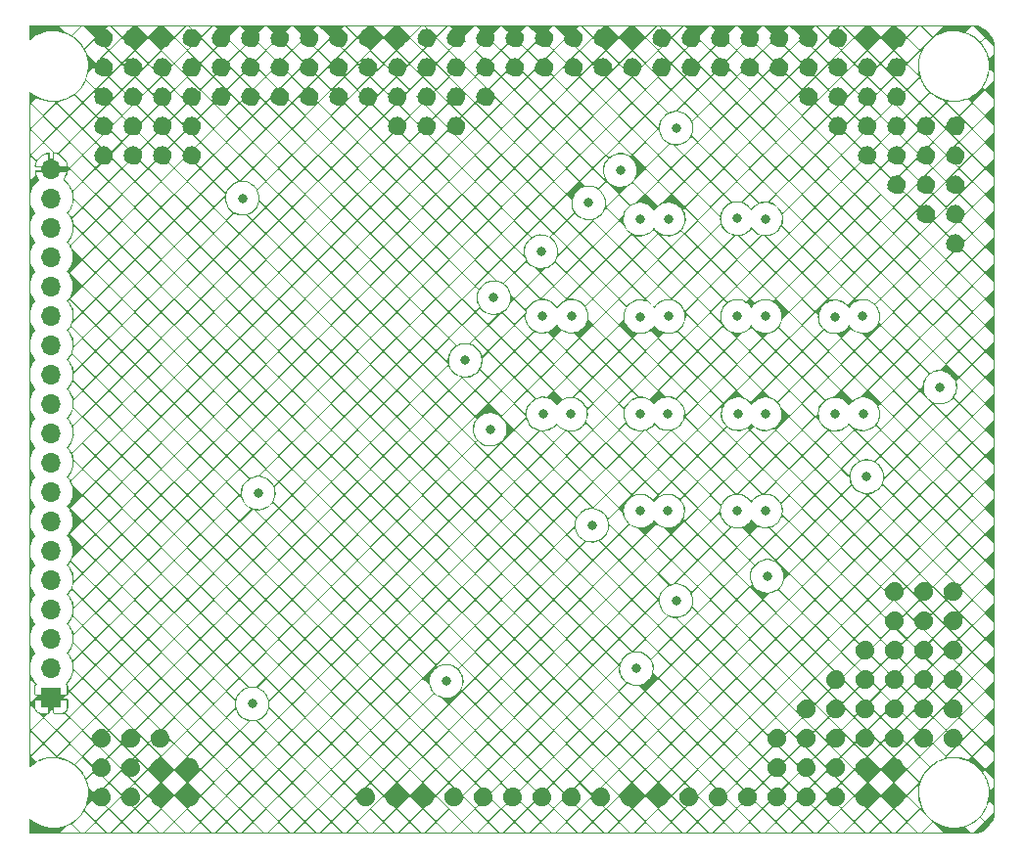
<source format=gbr>
%TF.GenerationSoftware,KiCad,Pcbnew,(6.0.6)*%
%TF.CreationDate,2023-08-17T02:32:06+09:00*%
%TF.ProjectId,SensorBoardRH,53656e73-6f72-4426-9f61-726452482e6b,rev?*%
%TF.SameCoordinates,Original*%
%TF.FileFunction,Copper,L3,Inr*%
%TF.FilePolarity,Positive*%
%FSLAX46Y46*%
G04 Gerber Fmt 4.6, Leading zero omitted, Abs format (unit mm)*
G04 Created by KiCad (PCBNEW (6.0.6)) date 2023-08-17 02:32:06*
%MOMM*%
%LPD*%
G01*
G04 APERTURE LIST*
%TA.AperFunction,ComponentPad*%
%ADD10R,1.700000X1.700000*%
%TD*%
%TA.AperFunction,ComponentPad*%
%ADD11O,1.700000X1.700000*%
%TD*%
%TA.AperFunction,ViaPad*%
%ADD12C,0.800000*%
%TD*%
G04 APERTURE END LIST*
D10*
%TO.N,GND*%
%TO.C,J1*%
X111520000Y-115010000D03*
D11*
%TO.N,unconnected-(J1-Pad2)*%
X111520000Y-112470000D03*
%TO.N,unconnected-(J1-Pad3)*%
X111520000Y-109930000D03*
%TO.N,unconnected-(J1-Pad4)*%
X111520000Y-107390000D03*
%TO.N,unconnected-(J1-Pad5)*%
X111520000Y-104850000D03*
%TO.N,unconnected-(J1-Pad6)*%
X111520000Y-102310000D03*
%TO.N,unconnected-(J1-Pad7)*%
X111520000Y-99770000D03*
%TO.N,unconnected-(J1-Pad8)*%
X111520000Y-97230000D03*
%TO.N,unconnected-(J1-Pad9)*%
X111520000Y-94690000D03*
%TO.N,unconnected-(J1-Pad10)*%
X111520000Y-92150000D03*
%TO.N,unconnected-(J1-Pad11)*%
X111520000Y-89610000D03*
%TO.N,unconnected-(J1-Pad12)*%
X111520000Y-87070000D03*
%TO.N,unconnected-(J1-Pad13)*%
X111520000Y-84530000D03*
%TO.N,unconnected-(J1-Pad14)*%
X111520000Y-81990000D03*
%TO.N,unconnected-(J1-Pad15)*%
X111520000Y-79450000D03*
%TO.N,unconnected-(J1-Pad16)*%
X111520000Y-76910000D03*
%TO.N,unconnected-(J1-Pad17)*%
X111520000Y-74370000D03*
%TO.N,unconnected-(J1-Pad18)*%
X111520000Y-71830000D03*
%TO.N,GND*%
X111520000Y-69290000D03*
%TD*%
D12*
%TO.N,GND*%
X118590000Y-65600000D03*
X182090000Y-65600000D03*
X156500000Y-123660000D03*
X186970000Y-105870000D03*
X133830000Y-60520000D03*
X186970000Y-110950000D03*
X136370000Y-63060000D03*
X131290000Y-57980000D03*
X154150000Y-57980000D03*
X141450000Y-60520000D03*
X156690000Y-57980000D03*
X128750000Y-63060000D03*
X151420000Y-123660000D03*
X159230000Y-60520000D03*
X123480000Y-123660000D03*
X174270000Y-123650000D03*
X181890000Y-110950000D03*
X181890000Y-121110000D03*
X149070000Y-63060000D03*
X156690000Y-60520000D03*
X177010000Y-60520000D03*
X141260000Y-123660000D03*
X123670000Y-57980000D03*
X143990000Y-57980000D03*
X151610000Y-57980000D03*
X169390000Y-60520000D03*
X179350000Y-121110000D03*
X121130000Y-65600000D03*
X189510000Y-110950000D03*
X136370000Y-57980000D03*
X131290000Y-63060000D03*
X187170000Y-73220000D03*
X146530000Y-63060000D03*
X146530000Y-57980000D03*
X177010000Y-63060000D03*
X179350000Y-116030000D03*
X116050000Y-57980000D03*
X189510000Y-113490000D03*
X166850000Y-57980000D03*
X118590000Y-68140000D03*
X143990000Y-60520000D03*
X161580000Y-123660000D03*
X184630000Y-63060000D03*
X184630000Y-57980000D03*
X149070000Y-60520000D03*
X136370000Y-60520000D03*
X123480000Y-121120000D03*
X189510000Y-108410000D03*
X186970000Y-118570000D03*
X120930000Y-118580000D03*
X118400000Y-121120000D03*
X126210000Y-63060000D03*
X182090000Y-68140000D03*
X176810000Y-116030000D03*
X161770000Y-57980000D03*
X181890000Y-123650000D03*
X186970000Y-116030000D03*
X182090000Y-60520000D03*
X138720000Y-123660000D03*
X166850000Y-60520000D03*
X118590000Y-57980000D03*
X133830000Y-57980000D03*
X179550000Y-65600000D03*
X189510000Y-105870000D03*
X184430000Y-116030000D03*
X187170000Y-68140000D03*
X123670000Y-60520000D03*
X126210000Y-60520000D03*
X174470000Y-57980000D03*
X177010000Y-57980000D03*
X138910000Y-57980000D03*
X143990000Y-63060000D03*
X116050000Y-68140000D03*
X118400000Y-123660000D03*
X141450000Y-65600000D03*
X187170000Y-65600000D03*
X148880000Y-123660000D03*
X123670000Y-63060000D03*
X184430000Y-118570000D03*
X181890000Y-113490000D03*
X133830000Y-63060000D03*
X189710000Y-73220000D03*
X166660000Y-123660000D03*
X176810000Y-118570000D03*
X182090000Y-57980000D03*
X116050000Y-63060000D03*
X154150000Y-60520000D03*
X116050000Y-60520000D03*
X181890000Y-118570000D03*
X120940000Y-121120000D03*
X171730000Y-123650000D03*
X184440000Y-123660000D03*
X169190000Y-123650000D03*
X189710000Y-70680000D03*
X141450000Y-57980000D03*
X118590000Y-63060000D03*
X138910000Y-60520000D03*
X174270000Y-121110000D03*
X123670000Y-68140000D03*
X184430000Y-108410000D03*
X123670000Y-65600000D03*
X174270000Y-118570000D03*
X189710000Y-65600000D03*
X118390000Y-118580000D03*
X115850000Y-118580000D03*
X184440000Y-121120000D03*
X153960000Y-123660000D03*
X149070000Y-57980000D03*
X115860000Y-123660000D03*
X118590000Y-60520000D03*
X189510000Y-116030000D03*
X143800000Y-123660000D03*
X121130000Y-68140000D03*
X179550000Y-57980000D03*
X186970000Y-108410000D03*
X179350000Y-123650000D03*
X138910000Y-63060000D03*
X186970000Y-113490000D03*
X179550000Y-60520000D03*
X131290000Y-60520000D03*
X151610000Y-60520000D03*
X120940000Y-123660000D03*
X179350000Y-118570000D03*
X121130000Y-63060000D03*
X164120000Y-123660000D03*
X126210000Y-57980000D03*
X181890000Y-116030000D03*
X159230000Y-57980000D03*
X179350000Y-113490000D03*
X146530000Y-60520000D03*
X146340000Y-123660000D03*
X143990000Y-65600000D03*
X128750000Y-57980000D03*
X121130000Y-57980000D03*
X179550000Y-63060000D03*
X176820000Y-121120000D03*
X159040000Y-123660000D03*
X184430000Y-110950000D03*
X184630000Y-60520000D03*
X176810000Y-123650000D03*
X121130000Y-60520000D03*
X171930000Y-60520000D03*
X182090000Y-63060000D03*
X184430000Y-113490000D03*
X184630000Y-70680000D03*
X141450000Y-63060000D03*
X146530000Y-65600000D03*
X189710000Y-75760000D03*
X189510000Y-118570000D03*
X128750000Y-60520000D03*
X189710000Y-68140000D03*
X174470000Y-60520000D03*
X184430000Y-105870000D03*
X115860000Y-121120000D03*
X161770000Y-60520000D03*
X169390000Y-57980000D03*
X164310000Y-57980000D03*
X187170000Y-70680000D03*
X184630000Y-65600000D03*
X184630000Y-68140000D03*
X164310000Y-60520000D03*
X171930000Y-57980000D03*
X116050000Y-65600000D03*
%TO.N,unconnected-(J1-Pad2)*%
X128890000Y-115600000D03*
%TO.N,unconnected-(J1-Pad3)*%
X145670000Y-113640000D03*
%TO.N,unconnected-(J1-Pad4)*%
X162115000Y-112545000D03*
%TO.N,unconnected-(J1-Pad5)*%
X188370000Y-88190000D03*
%TO.N,unconnected-(J1-Pad6)*%
X182040000Y-95930000D03*
%TO.N,unconnected-(J1-Pad7)*%
X173440000Y-104550000D03*
%TO.N,unconnected-(J1-Pad8)*%
X129420000Y-97350000D03*
%TO.N,unconnected-(J1-Pad9)*%
X165550000Y-106660000D03*
%TO.N,unconnected-(J1-Pad10)*%
X173290000Y-98900000D03*
X170840000Y-98910000D03*
X162450000Y-98910000D03*
X164830000Y-98910000D03*
X158270000Y-100130000D03*
%TO.N,unconnected-(J1-Pad11)*%
X162490000Y-90510000D03*
X154050000Y-90500000D03*
X170920000Y-90480000D03*
X164840000Y-90470000D03*
X179300000Y-90510000D03*
X149490000Y-91830000D03*
X173270000Y-90490000D03*
X156430000Y-90530000D03*
X181720000Y-90490000D03*
%TO.N,unconnected-(J1-Pad12)*%
X147310000Y-85860000D03*
%TO.N,unconnected-(J1-Pad13)*%
X181710000Y-82060000D03*
X156490000Y-82040000D03*
X149790000Y-80440000D03*
X164890000Y-82060000D03*
X170860000Y-82060000D03*
X179320000Y-82090000D03*
X173270000Y-82060000D03*
X153980000Y-82040000D03*
X162480000Y-82080000D03*
%TO.N,unconnected-(J1-Pad14)*%
X153870000Y-76460000D03*
%TO.N,unconnected-(J1-Pad15)*%
X162440000Y-73640000D03*
X157990000Y-72240000D03*
X164890000Y-73630000D03*
X170850000Y-73600000D03*
X173310000Y-73620000D03*
%TO.N,unconnected-(J1-Pad16)*%
X160740000Y-69420000D03*
%TO.N,unconnected-(J1-Pad17)*%
X165560000Y-65760000D03*
%TO.N,unconnected-(J1-Pad18)*%
X128040000Y-71830000D03*
%TD*%
%TA.AperFunction,Conductor*%
%TO.N,GND*%
G36*
X146480917Y-56850516D02*
G01*
X191064853Y-56850534D01*
X191066119Y-56850603D01*
X191109303Y-56855301D01*
X191109865Y-56855252D01*
X191109868Y-56855252D01*
X191146297Y-56852071D01*
X191148041Y-56852050D01*
X191356920Y-56865040D01*
X191383597Y-56866699D01*
X191385114Y-56866893D01*
X191640308Y-56916769D01*
X191641776Y-56917156D01*
X191848285Y-56986488D01*
X191888276Y-56999915D01*
X191889692Y-57000496D01*
X192123274Y-57114719D01*
X192124602Y-57115480D01*
X192262267Y-57206801D01*
X192327492Y-57250068D01*
X192341279Y-57259214D01*
X192342495Y-57260141D01*
X192378530Y-57291531D01*
X192538550Y-57430922D01*
X192539636Y-57432000D01*
X192711731Y-57626920D01*
X192712666Y-57628131D01*
X192849423Y-57831329D01*
X192857840Y-57843836D01*
X192858608Y-57845155D01*
X192938487Y-58005780D01*
X192974391Y-58077977D01*
X192974980Y-58079387D01*
X192981109Y-58097246D01*
X193059380Y-58325321D01*
X193059781Y-58326798D01*
X193064091Y-58348092D01*
X193103922Y-58544894D01*
X193111359Y-58581642D01*
X193111563Y-58583154D01*
X193125536Y-58785946D01*
X193126969Y-58806750D01*
X193126928Y-58808816D01*
X193124699Y-58829303D01*
X193124748Y-58829865D01*
X193124748Y-58829868D01*
X193129457Y-58883785D01*
X193129501Y-58884803D01*
X193129500Y-124784710D01*
X193129431Y-124785975D01*
X193124716Y-124829314D01*
X193124765Y-124829876D01*
X193124765Y-124829879D01*
X193127946Y-124866309D01*
X193127967Y-124868053D01*
X193113317Y-125103607D01*
X193113123Y-125105125D01*
X193063759Y-125357694D01*
X193063247Y-125360313D01*
X193062858Y-125361787D01*
X193024797Y-125475152D01*
X192980098Y-125608287D01*
X192979517Y-125609703D01*
X192865294Y-125843286D01*
X192864533Y-125844614D01*
X192720799Y-126061290D01*
X192719872Y-126062506D01*
X192715321Y-126067730D01*
X192549090Y-126258562D01*
X192548012Y-126259648D01*
X192353092Y-126431743D01*
X192351880Y-126432678D01*
X192136172Y-126577855D01*
X192134857Y-126578621D01*
X192045384Y-126623116D01*
X191902035Y-126694404D01*
X191900625Y-126694993D01*
X191788008Y-126733642D01*
X191654691Y-126779394D01*
X191653214Y-126779795D01*
X191568856Y-126796868D01*
X191398363Y-126831375D01*
X191396857Y-126831578D01*
X191173262Y-126846985D01*
X191171201Y-126846944D01*
X191150709Y-126844715D01*
X191150148Y-126844764D01*
X191150144Y-126844764D01*
X191096440Y-126849455D01*
X191095422Y-126849499D01*
X154780300Y-126849484D01*
X110195289Y-126849466D01*
X110194024Y-126849397D01*
X110189444Y-126848899D01*
X110150685Y-126844682D01*
X110150123Y-126844731D01*
X110150120Y-126844731D01*
X110113690Y-126847912D01*
X110111946Y-126847933D01*
X109901416Y-126834839D01*
X109876394Y-126833283D01*
X109874877Y-126833089D01*
X109866102Y-126831374D01*
X109619685Y-126783211D01*
X109618217Y-126782824D01*
X109597976Y-126776028D01*
X109591224Y-126770146D01*
X109590000Y-126764936D01*
X109590000Y-126751495D01*
X180090951Y-126751495D01*
X181873946Y-126751495D01*
X180982448Y-125859997D01*
X180090951Y-126751495D01*
X109590000Y-126751495D01*
X109590000Y-126751483D01*
X150675321Y-126751483D01*
X152458292Y-126751483D01*
X151566806Y-125859997D01*
X150675321Y-126751483D01*
X109590000Y-126751483D01*
X109590000Y-126751471D01*
X121259690Y-126751471D01*
X123042638Y-126751471D01*
X122151164Y-125859997D01*
X121259690Y-126751471D01*
X109590000Y-126751471D01*
X109590000Y-126751467D01*
X112208728Y-126751467D01*
X113991668Y-126751468D01*
X113225777Y-125985577D01*
X113093951Y-126062609D01*
X113093657Y-126062775D01*
X113089868Y-126064845D01*
X113089568Y-126065003D01*
X113088368Y-126065614D01*
X113088065Y-126065763D01*
X113084201Y-126067592D01*
X113083898Y-126067730D01*
X112767054Y-126206815D01*
X112766746Y-126206945D01*
X112762779Y-126208553D01*
X112762465Y-126208675D01*
X112761202Y-126209145D01*
X112760882Y-126209259D01*
X112756799Y-126210645D01*
X112756478Y-126210749D01*
X112746320Y-126213874D01*
X112208728Y-126751467D01*
X109590000Y-126751467D01*
X109590000Y-125481600D01*
X109593427Y-125473327D01*
X109601700Y-125469900D01*
X109609574Y-125472946D01*
X109788524Y-125635778D01*
X110069527Y-125837699D01*
X110371876Y-126005985D01*
X110691563Y-126138403D01*
X111024352Y-126233201D01*
X111079355Y-126242208D01*
X111365492Y-126289065D01*
X111365501Y-126289066D01*
X111365831Y-126289120D01*
X111711474Y-126305420D01*
X111711796Y-126305398D01*
X111711803Y-126305398D01*
X111938036Y-126289975D01*
X112056700Y-126281885D01*
X112396933Y-126218827D01*
X112435979Y-126206815D01*
X112727345Y-126117179D01*
X112727348Y-126117178D01*
X112727663Y-126117081D01*
X112886085Y-126047539D01*
X113044200Y-125978131D01*
X113044203Y-125978129D01*
X113044507Y-125977996D01*
X113119010Y-125934460D01*
X113313253Y-125934460D01*
X114130261Y-126751468D01*
X114332875Y-126751468D01*
X114471468Y-126751468D01*
X116254410Y-126751468D01*
X115362939Y-125859997D01*
X114471468Y-126751468D01*
X114332875Y-126751468D01*
X115293643Y-125790701D01*
X115432235Y-125790701D01*
X116393003Y-126751469D01*
X116595616Y-126751469D01*
X116734209Y-126751469D01*
X118517153Y-126751469D01*
X117625681Y-125859997D01*
X116734209Y-126751469D01*
X116595616Y-126751469D01*
X117556385Y-125790701D01*
X117694977Y-125790701D01*
X118655746Y-126751469D01*
X118858357Y-126751470D01*
X118996950Y-126751470D01*
X120779895Y-126751470D01*
X119888422Y-125859997D01*
X118996950Y-126751470D01*
X118858357Y-126751470D01*
X119819126Y-125790701D01*
X119957719Y-125790701D01*
X120918488Y-126751470D01*
X121121098Y-126751470D01*
X122081868Y-125790701D01*
X122220460Y-125790701D01*
X123181231Y-126751471D01*
X123383839Y-126751471D01*
X123522432Y-126751471D01*
X125305381Y-126751472D01*
X124413906Y-125859997D01*
X123522432Y-126751471D01*
X123383839Y-126751471D01*
X124344610Y-125790701D01*
X124483202Y-125790701D01*
X125443974Y-126751472D01*
X125646580Y-126751472D01*
X125785173Y-126751472D01*
X127568123Y-126751473D01*
X126676648Y-125859997D01*
X125785173Y-126751472D01*
X125646580Y-126751472D01*
X126607351Y-125790701D01*
X126745944Y-125790701D01*
X127706716Y-126751473D01*
X127909320Y-126751473D01*
X128047914Y-126751473D01*
X129830866Y-126751474D01*
X128939389Y-125859997D01*
X128047914Y-126751473D01*
X127909320Y-126751473D01*
X128870093Y-125790701D01*
X129008685Y-125790701D01*
X129969459Y-126751474D01*
X130172061Y-126751474D01*
X130310654Y-126751474D01*
X132093609Y-126751475D01*
X131202131Y-125859997D01*
X130310654Y-126751474D01*
X130172061Y-126751474D01*
X131132835Y-125790701D01*
X131271427Y-125790701D01*
X132232202Y-126751475D01*
X132434802Y-126751475D01*
X132573395Y-126751475D01*
X134356351Y-126751476D01*
X133464873Y-125859997D01*
X132573395Y-126751475D01*
X132434802Y-126751475D01*
X133395576Y-125790701D01*
X133534169Y-125790701D01*
X134494944Y-126751476D01*
X134697542Y-126751476D01*
X134836136Y-126751476D01*
X136619094Y-126751477D01*
X135727614Y-125859997D01*
X134836136Y-126751476D01*
X134697542Y-126751476D01*
X135658318Y-125790701D01*
X135796911Y-125790701D01*
X136757687Y-126751477D01*
X136960283Y-126751477D01*
X137098876Y-126751477D01*
X138881837Y-126751478D01*
X137990356Y-125859997D01*
X137098876Y-126751477D01*
X136960283Y-126751477D01*
X137921060Y-125790701D01*
X138059652Y-125790701D01*
X139020430Y-126751478D01*
X139223024Y-126751478D01*
X139361617Y-126751478D01*
X141144579Y-126751479D01*
X140253098Y-125859997D01*
X139361617Y-126751478D01*
X139223024Y-126751478D01*
X140183802Y-125790701D01*
X140322394Y-125790701D01*
X141283173Y-126751479D01*
X141485765Y-126751479D01*
X141624358Y-126751479D01*
X143407322Y-126751480D01*
X142515839Y-125859997D01*
X141624358Y-126751479D01*
X141485765Y-126751479D01*
X142446543Y-125790701D01*
X142585136Y-125790701D01*
X143545915Y-126751480D01*
X143748505Y-126751480D01*
X143887098Y-126751480D01*
X145670064Y-126751480D01*
X144778581Y-125859997D01*
X143887098Y-126751480D01*
X143748505Y-126751480D01*
X144709285Y-125790701D01*
X144847877Y-125790701D01*
X145808657Y-126751481D01*
X146011246Y-126751481D01*
X146149839Y-126751481D01*
X147932807Y-126751481D01*
X147041323Y-125859997D01*
X146149839Y-126751481D01*
X146011246Y-126751481D01*
X146972027Y-125790701D01*
X147110619Y-125790701D01*
X148071400Y-126751481D01*
X148273987Y-126751482D01*
X148412580Y-126751482D01*
X150195549Y-126751482D01*
X149304065Y-125859997D01*
X148412580Y-126751482D01*
X148273987Y-126751482D01*
X149234768Y-125790701D01*
X149373361Y-125790701D01*
X150334142Y-126751482D01*
X150536728Y-126751482D01*
X151497510Y-125790701D01*
X151636102Y-125790701D01*
X152596885Y-126751483D01*
X152799469Y-126751483D01*
X152938062Y-126751483D01*
X154721035Y-126751484D01*
X153829548Y-125859997D01*
X152938062Y-126751483D01*
X152799469Y-126751483D01*
X153760252Y-125790701D01*
X153898844Y-125790701D01*
X154859628Y-126751484D01*
X155062210Y-126751484D01*
X155200803Y-126751484D01*
X156983777Y-126751485D01*
X156092290Y-125859997D01*
X155200803Y-126751484D01*
X155062210Y-126751484D01*
X156022993Y-125790701D01*
X156161586Y-125790701D01*
X157122370Y-126751485D01*
X157324950Y-126751485D01*
X157463544Y-126751485D01*
X159246520Y-126751486D01*
X158355031Y-125859997D01*
X157463544Y-126751485D01*
X157324950Y-126751485D01*
X158285735Y-125790701D01*
X158424328Y-125790701D01*
X159385113Y-126751486D01*
X159587691Y-126751486D01*
X159726284Y-126751486D01*
X161509263Y-126751487D01*
X160617773Y-125859997D01*
X159726284Y-126751486D01*
X159587691Y-126751486D01*
X160548477Y-125790701D01*
X160687069Y-125790701D01*
X161647856Y-126751487D01*
X161850432Y-126751487D01*
X161989025Y-126751487D01*
X163772005Y-126751488D01*
X162880515Y-125859997D01*
X161989025Y-126751487D01*
X161850432Y-126751487D01*
X162811219Y-125790701D01*
X162949811Y-125790701D01*
X163910599Y-126751488D01*
X164113173Y-126751488D01*
X164251766Y-126751488D01*
X166034748Y-126751489D01*
X165143256Y-125859997D01*
X164251766Y-126751488D01*
X164113173Y-126751488D01*
X165073960Y-125790701D01*
X165212553Y-125790701D01*
X166173341Y-126751489D01*
X166375913Y-126751489D01*
X166514506Y-126751489D01*
X168297491Y-126751490D01*
X167405998Y-125859997D01*
X166514506Y-126751489D01*
X166375913Y-126751489D01*
X167336702Y-125790701D01*
X167475294Y-125790701D01*
X168436084Y-126751490D01*
X168638654Y-126751490D01*
X168777247Y-126751490D01*
X170560234Y-126751491D01*
X169668740Y-125859997D01*
X168777247Y-126751490D01*
X168638654Y-126751490D01*
X169599444Y-125790701D01*
X169738036Y-125790701D01*
X170698827Y-126751491D01*
X170901395Y-126751491D01*
X171039988Y-126751491D01*
X172822976Y-126751492D01*
X171931482Y-125859997D01*
X171039988Y-126751491D01*
X170901395Y-126751491D01*
X171862185Y-125790701D01*
X172000778Y-125790701D01*
X172961569Y-126751492D01*
X173164135Y-126751492D01*
X173302729Y-126751492D01*
X175085718Y-126751492D01*
X174194223Y-125859997D01*
X173302729Y-126751492D01*
X173164135Y-126751492D01*
X174124927Y-125790701D01*
X174263519Y-125790701D01*
X175224311Y-126751493D01*
X175426876Y-126751493D01*
X175565469Y-126751493D01*
X177348461Y-126751493D01*
X176456965Y-125859997D01*
X175565469Y-126751493D01*
X175426876Y-126751493D01*
X176387669Y-125790701D01*
X176526261Y-125790701D01*
X177487054Y-126751493D01*
X177689617Y-126751494D01*
X177828210Y-126751494D01*
X179611203Y-126751494D01*
X178719707Y-125859997D01*
X177828210Y-126751494D01*
X177689617Y-126751494D01*
X178650410Y-125790701D01*
X178789003Y-125790701D01*
X179749796Y-126751494D01*
X179952358Y-126751494D01*
X180913152Y-125790701D01*
X181051745Y-125790701D01*
X182012539Y-126751495D01*
X182215099Y-126751495D01*
X182353692Y-126751495D01*
X184136689Y-126751496D01*
X183245190Y-125859997D01*
X182353692Y-126751495D01*
X182215099Y-126751495D01*
X183175894Y-125790701D01*
X183314486Y-125790701D01*
X184275282Y-126751496D01*
X184477840Y-126751496D01*
X184616433Y-126751496D01*
X186399431Y-126751497D01*
X185507932Y-125859997D01*
X184616433Y-126751496D01*
X184477840Y-126751496D01*
X185438636Y-125790701D01*
X185577228Y-125790701D01*
X186538025Y-126751497D01*
X186740581Y-126751497D01*
X186879174Y-126751497D01*
X188662174Y-126751498D01*
X187770673Y-125859997D01*
X186879174Y-126751497D01*
X186740581Y-126751497D01*
X187701377Y-125790701D01*
X187582269Y-125671592D01*
X187366637Y-125475383D01*
X187366390Y-125475152D01*
X187363296Y-125472169D01*
X187363057Y-125471932D01*
X187362114Y-125470969D01*
X187361882Y-125470724D01*
X187358967Y-125467570D01*
X187358742Y-125467320D01*
X187227153Y-125316477D01*
X186639303Y-124728626D01*
X185577228Y-125790701D01*
X185438636Y-125790701D01*
X184376561Y-124728626D01*
X183314486Y-125790701D01*
X183175894Y-125790701D01*
X182113819Y-124728626D01*
X181051745Y-125790701D01*
X180913152Y-125790701D01*
X179851077Y-124728626D01*
X178789003Y-125790701D01*
X178650410Y-125790701D01*
X177588336Y-124728626D01*
X176526261Y-125790701D01*
X176387669Y-125790701D01*
X175325594Y-124728626D01*
X174263519Y-125790701D01*
X174124927Y-125790701D01*
X173062852Y-124728626D01*
X172000778Y-125790701D01*
X171862185Y-125790701D01*
X170800111Y-124728626D01*
X169738036Y-125790701D01*
X169599444Y-125790701D01*
X168537369Y-124728626D01*
X167475294Y-125790701D01*
X167336702Y-125790701D01*
X166274627Y-124728626D01*
X165212553Y-125790701D01*
X165073960Y-125790701D01*
X164011886Y-124728626D01*
X162949811Y-125790701D01*
X162811219Y-125790701D01*
X161749144Y-124728626D01*
X160687069Y-125790701D01*
X160548477Y-125790701D01*
X159486402Y-124728626D01*
X158424328Y-125790701D01*
X158285735Y-125790701D01*
X157223660Y-124728626D01*
X156161586Y-125790701D01*
X156022993Y-125790701D01*
X154960919Y-124728626D01*
X153898844Y-125790701D01*
X153760252Y-125790701D01*
X152698177Y-124728626D01*
X151636102Y-125790701D01*
X151497510Y-125790701D01*
X150435435Y-124728626D01*
X149373361Y-125790701D01*
X149234768Y-125790701D01*
X148172694Y-124728626D01*
X147110619Y-125790701D01*
X146972027Y-125790701D01*
X145909952Y-124728626D01*
X144847877Y-125790701D01*
X144709285Y-125790701D01*
X143647210Y-124728626D01*
X142585136Y-125790701D01*
X142446543Y-125790701D01*
X141384469Y-124728626D01*
X140322394Y-125790701D01*
X140183802Y-125790701D01*
X139121727Y-124728626D01*
X138059652Y-125790701D01*
X137921060Y-125790701D01*
X136858985Y-124728626D01*
X135796911Y-125790701D01*
X135658318Y-125790701D01*
X134596243Y-124728626D01*
X133534169Y-125790701D01*
X133395576Y-125790701D01*
X132333502Y-124728626D01*
X131271427Y-125790701D01*
X131132835Y-125790701D01*
X130070760Y-124728626D01*
X129008685Y-125790701D01*
X128870093Y-125790701D01*
X127808018Y-124728626D01*
X126745944Y-125790701D01*
X126607351Y-125790701D01*
X125545277Y-124728626D01*
X124483202Y-125790701D01*
X124344610Y-125790701D01*
X123282535Y-124728626D01*
X122220460Y-125790701D01*
X122081868Y-125790701D01*
X121019793Y-124728626D01*
X119957719Y-125790701D01*
X119819126Y-125790701D01*
X118757052Y-124728626D01*
X117694977Y-125790701D01*
X117556385Y-125790701D01*
X116494310Y-124728626D01*
X115432235Y-125790701D01*
X115293643Y-125790701D01*
X114362728Y-124859786D01*
X114174845Y-125145810D01*
X114174656Y-125146089D01*
X114172190Y-125149617D01*
X114171992Y-125149891D01*
X114171189Y-125150972D01*
X114170986Y-125151238D01*
X114168332Y-125154605D01*
X114168119Y-125154867D01*
X113946160Y-125420327D01*
X113945940Y-125420583D01*
X113943094Y-125423794D01*
X113942868Y-125424041D01*
X113941946Y-125425023D01*
X113941711Y-125425266D01*
X113938677Y-125428316D01*
X113938436Y-125428552D01*
X113687437Y-125666741D01*
X113687189Y-125666970D01*
X113683971Y-125669852D01*
X113683714Y-125670075D01*
X113682685Y-125670944D01*
X113682424Y-125671158D01*
X113679082Y-125673819D01*
X113678819Y-125674022D01*
X113402106Y-125881784D01*
X113401837Y-125881981D01*
X113398350Y-125884447D01*
X113398072Y-125884637D01*
X113396950Y-125885383D01*
X113396665Y-125885567D01*
X113392999Y-125887854D01*
X113392709Y-125888029D01*
X113313253Y-125934460D01*
X113119010Y-125934460D01*
X113343265Y-125803416D01*
X113518838Y-125671592D01*
X113619706Y-125595859D01*
X113619714Y-125595852D01*
X113619978Y-125595654D01*
X113799786Y-125425023D01*
X113870736Y-125357694D01*
X113870739Y-125357691D01*
X113870977Y-125357465D01*
X113912756Y-125307498D01*
X114092723Y-125092260D01*
X114092725Y-125092258D01*
X114092936Y-125092005D01*
X114189421Y-124945120D01*
X114282732Y-124803068D01*
X114282734Y-124803064D01*
X114282913Y-124802792D01*
X114300220Y-124768382D01*
X114409916Y-124768382D01*
X115362939Y-125721405D01*
X116425014Y-124659330D01*
X116563606Y-124659330D01*
X117625681Y-125721405D01*
X118687755Y-124659330D01*
X118826348Y-124659330D01*
X119888422Y-125721405D01*
X120950497Y-124659330D01*
X121089089Y-124659330D01*
X122151164Y-125721405D01*
X123213239Y-124659330D01*
X123351831Y-124659330D01*
X124413906Y-125721405D01*
X125475981Y-124659330D01*
X125614573Y-124659330D01*
X126676648Y-125721405D01*
X127738722Y-124659330D01*
X127877315Y-124659330D01*
X128939389Y-125721405D01*
X130001464Y-124659330D01*
X130140056Y-124659330D01*
X131202131Y-125721405D01*
X132264206Y-124659330D01*
X132402798Y-124659330D01*
X133464873Y-125721405D01*
X134526947Y-124659330D01*
X134665540Y-124659330D01*
X135727614Y-125721405D01*
X136789689Y-124659330D01*
X136928281Y-124659330D01*
X137990356Y-125721405D01*
X139052431Y-124659330D01*
X139191023Y-124659330D01*
X140253098Y-125721405D01*
X141315172Y-124659330D01*
X141453765Y-124659330D01*
X142515839Y-125721405D01*
X143577914Y-124659330D01*
X143716506Y-124659330D01*
X144778581Y-125721405D01*
X145840656Y-124659330D01*
X145979248Y-124659330D01*
X147041323Y-125721405D01*
X148103398Y-124659330D01*
X148241990Y-124659330D01*
X149304065Y-125721405D01*
X150366139Y-124659330D01*
X150504732Y-124659330D01*
X151566806Y-125721405D01*
X152628881Y-124659330D01*
X152767473Y-124659330D01*
X153829548Y-125721405D01*
X154891623Y-124659330D01*
X155030215Y-124659330D01*
X156092290Y-125721405D01*
X157154364Y-124659330D01*
X157292957Y-124659330D01*
X158355031Y-125721405D01*
X159417106Y-124659330D01*
X159555698Y-124659330D01*
X160617773Y-125721405D01*
X161679848Y-124659330D01*
X161818440Y-124659330D01*
X162880515Y-125721405D01*
X163942589Y-124659330D01*
X164081182Y-124659330D01*
X165143256Y-125721405D01*
X166205331Y-124659330D01*
X166343923Y-124659330D01*
X167405998Y-125721405D01*
X168468073Y-124659330D01*
X168606665Y-124659330D01*
X169668740Y-125721405D01*
X170730815Y-124659330D01*
X170869407Y-124659330D01*
X171931482Y-125721405D01*
X172993556Y-124659330D01*
X173132149Y-124659330D01*
X174194223Y-125721405D01*
X175256298Y-124659330D01*
X175394890Y-124659330D01*
X176456965Y-125721405D01*
X177519040Y-124659330D01*
X177657632Y-124659330D01*
X178719707Y-125721405D01*
X179781781Y-124659330D01*
X179920374Y-124659330D01*
X180982448Y-125721405D01*
X182044523Y-124659330D01*
X182183115Y-124659330D01*
X183245190Y-125721405D01*
X184307265Y-124659330D01*
X184445857Y-124659330D01*
X185507932Y-125721405D01*
X186570006Y-124659330D01*
X185507932Y-123597255D01*
X185206349Y-123898838D01*
X185157550Y-124027305D01*
X185156358Y-124029625D01*
X185058343Y-124177149D01*
X185056667Y-124179147D01*
X184928404Y-124301291D01*
X184926326Y-124302868D01*
X184774189Y-124393559D01*
X184771813Y-124394636D01*
X184681065Y-124424122D01*
X184445857Y-124659330D01*
X184307265Y-124659330D01*
X183934972Y-124287037D01*
X183927180Y-124281938D01*
X183925171Y-124280276D01*
X183839600Y-124191665D01*
X183245190Y-123597255D01*
X182183115Y-124659330D01*
X182044523Y-124659330D01*
X181836352Y-124451159D01*
X181696254Y-124432466D01*
X181693723Y-124431835D01*
X181527714Y-124370097D01*
X181525385Y-124368921D01*
X181377180Y-124271938D01*
X181375171Y-124270276D01*
X181252135Y-124142869D01*
X181250543Y-124140802D01*
X181158792Y-123989302D01*
X181157698Y-123986934D01*
X181101791Y-123818872D01*
X181101249Y-123816321D01*
X181090349Y-123705156D01*
X180982448Y-123597255D01*
X179920374Y-124659330D01*
X179781781Y-124659330D01*
X179549936Y-124427485D01*
X179513365Y-124439368D01*
X179510810Y-124439893D01*
X179334422Y-124455946D01*
X179331815Y-124455891D01*
X179156254Y-124432466D01*
X179153723Y-124431835D01*
X178987714Y-124370097D01*
X178985385Y-124368921D01*
X178837180Y-124271938D01*
X178835171Y-124270276D01*
X178712135Y-124142869D01*
X178710543Y-124140802D01*
X178618792Y-123989302D01*
X178617698Y-123986934D01*
X178561791Y-123818872D01*
X178561249Y-123816321D01*
X178555837Y-123761125D01*
X177657632Y-124659330D01*
X177519040Y-124659330D01*
X177206265Y-124346555D01*
X177144189Y-124383559D01*
X177141813Y-124384636D01*
X176973365Y-124439368D01*
X176970810Y-124439893D01*
X176794422Y-124455946D01*
X176791815Y-124455891D01*
X176616254Y-124432466D01*
X176613723Y-124431835D01*
X176447714Y-124370097D01*
X176445385Y-124368921D01*
X176297180Y-124271938D01*
X176295171Y-124270276D01*
X176172135Y-124142869D01*
X176170543Y-124140802D01*
X176078792Y-123989302D01*
X176077698Y-123986934D01*
X176075099Y-123979121D01*
X175394890Y-124659330D01*
X175256298Y-124659330D01*
X174824918Y-124227950D01*
X174758404Y-124291291D01*
X174756326Y-124292868D01*
X174604189Y-124383559D01*
X174601813Y-124384636D01*
X174433365Y-124439368D01*
X174430810Y-124439893D01*
X174254422Y-124455946D01*
X174251815Y-124455891D01*
X174076254Y-124432466D01*
X174073723Y-124431835D01*
X173907714Y-124370097D01*
X173905385Y-124368921D01*
X173757180Y-124271938D01*
X173755171Y-124270276D01*
X173640228Y-124151250D01*
X173132149Y-124659330D01*
X172993556Y-124659330D01*
X172409431Y-124075205D01*
X172348343Y-124167149D01*
X172346667Y-124169147D01*
X172218404Y-124291291D01*
X172216326Y-124292868D01*
X172064189Y-124383559D01*
X172061813Y-124384636D01*
X171893365Y-124439368D01*
X171890810Y-124439893D01*
X171714422Y-124455946D01*
X171711815Y-124455891D01*
X171536254Y-124432466D01*
X171533723Y-124431835D01*
X171367714Y-124370097D01*
X171365386Y-124368921D01*
X171241128Y-124287609D01*
X170869407Y-124659330D01*
X170730815Y-124659330D01*
X169957443Y-123885958D01*
X169907550Y-124017305D01*
X169906358Y-124019625D01*
X169808343Y-124167149D01*
X169806667Y-124169147D01*
X169678404Y-124291291D01*
X169676326Y-124292868D01*
X169524189Y-124383559D01*
X169521813Y-124384636D01*
X169353365Y-124439368D01*
X169350810Y-124439893D01*
X169174422Y-124455946D01*
X169171815Y-124455891D01*
X168996254Y-124432466D01*
X168993723Y-124431835D01*
X168877415Y-124388580D01*
X168606665Y-124659330D01*
X168468073Y-124659330D01*
X167465925Y-123657182D01*
X167466095Y-123658696D01*
X167466167Y-123660163D01*
X167465857Y-123682346D01*
X167465744Y-123683811D01*
X167441094Y-123859204D01*
X167440445Y-123861731D01*
X167377550Y-124027305D01*
X167376358Y-124029625D01*
X167278343Y-124177149D01*
X167276667Y-124179147D01*
X167148404Y-124301291D01*
X167146326Y-124302868D01*
X166994189Y-124393559D01*
X166991813Y-124394636D01*
X166823365Y-124449368D01*
X166820810Y-124449893D01*
X166644422Y-124465946D01*
X166641815Y-124465891D01*
X166549658Y-124453595D01*
X166343923Y-124659330D01*
X166205331Y-124659330D01*
X165143256Y-123597255D01*
X164904329Y-123836182D01*
X164901094Y-123859204D01*
X164900445Y-123861731D01*
X164837550Y-124027305D01*
X164836358Y-124029625D01*
X164738343Y-124177149D01*
X164736667Y-124179147D01*
X164608404Y-124301291D01*
X164606326Y-124302868D01*
X164454189Y-124393559D01*
X164451813Y-124394636D01*
X164294887Y-124445624D01*
X164081182Y-124659330D01*
X163942589Y-124659330D01*
X162880515Y-123597255D01*
X161818440Y-124659330D01*
X161679848Y-124659330D01*
X161474798Y-124454280D01*
X161386254Y-124442466D01*
X161383723Y-124441835D01*
X161217714Y-124380097D01*
X161215385Y-124378921D01*
X161067180Y-124281938D01*
X161065171Y-124280276D01*
X160942135Y-124152869D01*
X160940543Y-124150802D01*
X160848792Y-123999302D01*
X160847698Y-123996934D01*
X160791791Y-123828872D01*
X160791249Y-123826321D01*
X160785206Y-123764688D01*
X160617773Y-123597255D01*
X159555698Y-124659330D01*
X159417106Y-124659330D01*
X159206217Y-124448441D01*
X159203365Y-124449368D01*
X159200810Y-124449893D01*
X159024422Y-124465946D01*
X159021815Y-124465891D01*
X158846254Y-124442466D01*
X158843723Y-124441835D01*
X158677714Y-124380097D01*
X158675385Y-124378921D01*
X158527180Y-124281938D01*
X158525171Y-124280276D01*
X158402135Y-124152869D01*
X158400543Y-124150802D01*
X158308792Y-123999302D01*
X158307698Y-123996934D01*
X158251791Y-123828872D01*
X158251249Y-123826321D01*
X158240061Y-123712225D01*
X157292957Y-124659330D01*
X157154364Y-124659330D01*
X156868275Y-124373241D01*
X156834189Y-124393559D01*
X156831813Y-124394636D01*
X156663365Y-124449368D01*
X156660810Y-124449893D01*
X156484422Y-124465946D01*
X156481815Y-124465891D01*
X156306254Y-124442466D01*
X156303723Y-124441835D01*
X156137714Y-124380097D01*
X156135385Y-124378921D01*
X155987180Y-124281938D01*
X155985171Y-124280276D01*
X155862135Y-124152869D01*
X155860543Y-124150802D01*
X155768792Y-123999302D01*
X155767698Y-123996934D01*
X155748955Y-123940590D01*
X155030215Y-124659330D01*
X154891623Y-124659330D01*
X154492035Y-124259742D01*
X154448404Y-124301291D01*
X154446326Y-124302868D01*
X154294189Y-124393559D01*
X154291813Y-124394636D01*
X154123365Y-124449368D01*
X154120810Y-124449893D01*
X153944422Y-124465946D01*
X153941815Y-124465891D01*
X153766254Y-124442466D01*
X153763723Y-124441835D01*
X153597714Y-124380097D01*
X153595385Y-124378921D01*
X153447180Y-124281938D01*
X153445171Y-124280276D01*
X153322135Y-124152869D01*
X153320543Y-124150802D01*
X153303743Y-124123060D01*
X152767473Y-124659330D01*
X152628881Y-124659330D01*
X152081597Y-124112046D01*
X152038343Y-124177149D01*
X152036667Y-124179147D01*
X151908404Y-124301291D01*
X151906326Y-124302868D01*
X151754189Y-124393559D01*
X151751813Y-124394636D01*
X151583365Y-124449368D01*
X151580810Y-124449893D01*
X151404422Y-124465946D01*
X151401815Y-124465891D01*
X151226254Y-124442466D01*
X151223723Y-124441835D01*
X151057714Y-124380097D01*
X151055385Y-124378921D01*
X150907180Y-124281938D01*
X150905171Y-124280276D01*
X150894665Y-124269397D01*
X150504732Y-124659330D01*
X150366139Y-124659330D01*
X149635145Y-123928335D01*
X149597550Y-124027305D01*
X149596358Y-124029625D01*
X149498343Y-124177149D01*
X149496667Y-124179147D01*
X149368404Y-124301291D01*
X149366326Y-124302868D01*
X149214189Y-124393559D01*
X149211813Y-124394636D01*
X149043365Y-124449368D01*
X149040810Y-124449893D01*
X148864422Y-124465946D01*
X148861815Y-124465891D01*
X148686254Y-124442466D01*
X148683723Y-124441835D01*
X148520272Y-124381048D01*
X148241990Y-124659330D01*
X148103398Y-124659330D01*
X147143543Y-123699475D01*
X147121094Y-123859204D01*
X147120445Y-123861731D01*
X147057550Y-124027305D01*
X147056358Y-124029625D01*
X146958343Y-124177149D01*
X146956667Y-124179147D01*
X146828404Y-124301291D01*
X146826326Y-124302868D01*
X146674189Y-124393559D01*
X146671813Y-124394636D01*
X146503365Y-124449368D01*
X146500810Y-124449893D01*
X146324422Y-124465946D01*
X146321815Y-124465891D01*
X146190242Y-124448336D01*
X145979248Y-124659330D01*
X145840656Y-124659330D01*
X144778581Y-123597255D01*
X144591635Y-123784201D01*
X144581094Y-123859204D01*
X144580445Y-123861731D01*
X144517550Y-124027305D01*
X144516358Y-124029625D01*
X144418343Y-124177149D01*
X144416667Y-124179147D01*
X144288404Y-124301291D01*
X144286326Y-124302868D01*
X144134189Y-124393559D01*
X144131813Y-124394636D01*
X143963365Y-124449368D01*
X143960810Y-124449893D01*
X143922452Y-124453384D01*
X143716506Y-124659330D01*
X143577914Y-124659330D01*
X142515839Y-123597255D01*
X141453765Y-124659330D01*
X141315172Y-124659330D01*
X141103244Y-124447401D01*
X141066254Y-124442466D01*
X141063723Y-124441835D01*
X140897714Y-124380097D01*
X140895385Y-124378921D01*
X140747180Y-124281938D01*
X140745171Y-124280276D01*
X140622135Y-124152869D01*
X140620543Y-124150802D01*
X140528792Y-123999302D01*
X140527698Y-123996934D01*
X140471791Y-123828872D01*
X140471249Y-123826321D01*
X140470063Y-123814220D01*
X140253098Y-123597255D01*
X139191023Y-124659330D01*
X139052431Y-124659330D01*
X138846149Y-124453048D01*
X138704422Y-124465946D01*
X138701815Y-124465891D01*
X138526254Y-124442466D01*
X138523723Y-124441835D01*
X138357714Y-124380097D01*
X138355385Y-124378921D01*
X138207180Y-124281938D01*
X138205171Y-124280276D01*
X138082135Y-124152869D01*
X138080543Y-124150802D01*
X137988792Y-123999302D01*
X137987698Y-123996934D01*
X137931791Y-123828872D01*
X137931249Y-123826321D01*
X137916072Y-123671539D01*
X136928281Y-124659330D01*
X136789689Y-124659330D01*
X135727614Y-123597255D01*
X134665540Y-124659330D01*
X134526947Y-124659330D01*
X133464873Y-123597255D01*
X132402798Y-124659330D01*
X132264206Y-124659330D01*
X131202131Y-123597255D01*
X130140056Y-124659330D01*
X130001464Y-124659330D01*
X128939389Y-123597255D01*
X127877315Y-124659330D01*
X127738722Y-124659330D01*
X126676648Y-123597255D01*
X125614573Y-124659330D01*
X125475981Y-124659330D01*
X124413906Y-123597255D01*
X124278940Y-123732221D01*
X124261094Y-123859204D01*
X124260445Y-123861731D01*
X124197550Y-124027305D01*
X124196358Y-124029625D01*
X124098343Y-124177149D01*
X124096667Y-124179147D01*
X123968404Y-124301291D01*
X123966326Y-124302868D01*
X123814189Y-124393559D01*
X123811813Y-124394636D01*
X123643365Y-124449368D01*
X123640810Y-124449893D01*
X123553304Y-124457857D01*
X123351831Y-124659330D01*
X123213239Y-124659330D01*
X122151164Y-123597255D01*
X121089089Y-124659330D01*
X120950497Y-124659330D01*
X120726655Y-124435488D01*
X120577714Y-124380097D01*
X120575385Y-124378921D01*
X120427180Y-124281938D01*
X120425171Y-124280276D01*
X120302135Y-124152869D01*
X120300543Y-124150802D01*
X120208792Y-123999302D01*
X120207698Y-123996934D01*
X120167619Y-123876452D01*
X119888422Y-123597255D01*
X118826348Y-124659330D01*
X118687755Y-124659330D01*
X118485200Y-124456775D01*
X118384422Y-124465946D01*
X118381815Y-124465891D01*
X118206254Y-124442466D01*
X118203723Y-124441835D01*
X118037714Y-124380097D01*
X118035385Y-124378921D01*
X117887180Y-124281938D01*
X117885171Y-124280276D01*
X117762135Y-124152869D01*
X117760543Y-124150802D01*
X117668792Y-123999302D01*
X117667698Y-123996934D01*
X117611791Y-123828872D01*
X117611249Y-123826321D01*
X117593965Y-123650049D01*
X117594001Y-123647441D01*
X117596677Y-123626259D01*
X116563606Y-124659330D01*
X116425014Y-124659330D01*
X116168043Y-124402359D01*
X116023365Y-124449368D01*
X116020810Y-124449893D01*
X115844422Y-124465946D01*
X115841815Y-124465891D01*
X115666254Y-124442466D01*
X115663723Y-124441835D01*
X115497714Y-124380097D01*
X115495385Y-124378921D01*
X115347180Y-124281938D01*
X115345171Y-124280276D01*
X115222135Y-124152869D01*
X115220543Y-124150802D01*
X115128792Y-123999302D01*
X115127698Y-123996934D01*
X115086651Y-123873543D01*
X114586731Y-124373463D01*
X114530420Y-124527341D01*
X114530301Y-124527654D01*
X114528707Y-124531651D01*
X114528576Y-124531965D01*
X114528041Y-124533201D01*
X114527902Y-124533510D01*
X114526085Y-124537395D01*
X114525939Y-124537695D01*
X114409916Y-124768382D01*
X114300220Y-124768382D01*
X114438390Y-124493662D01*
X114501400Y-124321479D01*
X114557190Y-124169025D01*
X114557191Y-124169021D01*
X114557305Y-124168710D01*
X114638084Y-123832243D01*
X114662083Y-123633924D01*
X114679623Y-123488980D01*
X114679623Y-123488975D01*
X114679654Y-123488722D01*
X114684432Y-123336692D01*
X114685577Y-123300260D01*
X114685577Y-123300256D01*
X114685585Y-123300000D01*
X114673392Y-123088541D01*
X114665685Y-122954871D01*
X114665684Y-122954866D01*
X114665666Y-122954547D01*
X114659842Y-122921179D01*
X114606232Y-122614003D01*
X114606231Y-122613999D01*
X114606174Y-122613672D01*
X114541871Y-122396588D01*
X114507995Y-122282223D01*
X114507992Y-122282214D01*
X114507897Y-122281894D01*
X114495888Y-122253738D01*
X114448432Y-122142478D01*
X114554974Y-122142478D01*
X114598040Y-122243446D01*
X114598168Y-122243759D01*
X114599741Y-122247764D01*
X114599860Y-122248079D01*
X114600316Y-122249346D01*
X114600425Y-122249663D01*
X114601761Y-122253738D01*
X114601861Y-122254060D01*
X114700138Y-122585838D01*
X114700229Y-122586160D01*
X114701324Y-122590286D01*
X114701405Y-122590611D01*
X114701713Y-122591922D01*
X114701786Y-122592255D01*
X114702652Y-122596491D01*
X114702715Y-122596822D01*
X114745342Y-122841066D01*
X115164471Y-123260195D01*
X115234496Y-123151535D01*
X115236145Y-123149514D01*
X115362691Y-123025592D01*
X115364746Y-123023986D01*
X115515601Y-122931179D01*
X115517961Y-122930068D01*
X115647897Y-122885834D01*
X116074360Y-122885834D01*
X116212197Y-122934915D01*
X116214541Y-122936058D01*
X116364086Y-123030962D01*
X116366119Y-123032597D01*
X116490921Y-123158274D01*
X116492541Y-123160318D01*
X116586399Y-123310522D01*
X116587526Y-123312874D01*
X116645774Y-123480139D01*
X116646352Y-123482683D01*
X116666095Y-123658696D01*
X116666167Y-123660163D01*
X116665857Y-123682346D01*
X116665744Y-123683811D01*
X116641094Y-123859204D01*
X116640445Y-123861731D01*
X116577550Y-124027305D01*
X116576358Y-124029625D01*
X116478343Y-124177149D01*
X116476667Y-124179147D01*
X116348404Y-124301291D01*
X116346326Y-124302868D01*
X116259125Y-124354849D01*
X116494310Y-124590034D01*
X117556385Y-123527959D01*
X116494310Y-122465884D01*
X116074360Y-122885834D01*
X115647897Y-122885834D01*
X115685629Y-122872989D01*
X115688177Y-122872429D01*
X115864323Y-122853915D01*
X115866931Y-122853933D01*
X115956937Y-122864665D01*
X116425014Y-122396588D01*
X116563606Y-122396588D01*
X117621988Y-123454970D01*
X117677392Y-123302750D01*
X117678551Y-123300414D01*
X117774496Y-123151535D01*
X117776145Y-123149514D01*
X117902691Y-123025592D01*
X117904746Y-123023986D01*
X118055601Y-122931179D01*
X118057962Y-122930068D01*
X118203987Y-122880357D01*
X118226283Y-122858061D01*
X118364875Y-122858061D01*
X118404323Y-122853915D01*
X118406931Y-122853933D01*
X118582802Y-122874905D01*
X118585342Y-122875501D01*
X118752197Y-122934915D01*
X118754541Y-122936058D01*
X118904086Y-123030962D01*
X118906119Y-123032597D01*
X119030921Y-123158274D01*
X119032541Y-123160318D01*
X119126399Y-123310522D01*
X119127526Y-123312874D01*
X119185774Y-123480139D01*
X119186352Y-123482683D01*
X119206095Y-123658696D01*
X119206167Y-123660163D01*
X119205857Y-123682346D01*
X119205744Y-123683811D01*
X119181094Y-123859204D01*
X119180445Y-123861731D01*
X119117550Y-124027305D01*
X119116358Y-124029625D01*
X119018343Y-124177149D01*
X119016667Y-124179147D01*
X118888404Y-124301291D01*
X118886326Y-124302868D01*
X118734189Y-124393559D01*
X118731813Y-124394636D01*
X118603383Y-124436365D01*
X118757052Y-124590034D01*
X119819126Y-123527959D01*
X124483202Y-123527959D01*
X125545277Y-124590034D01*
X126607351Y-123527959D01*
X126745944Y-123527959D01*
X127808018Y-124590034D01*
X128870093Y-123527959D01*
X129008685Y-123527959D01*
X130070760Y-124590034D01*
X131132835Y-123527959D01*
X131271427Y-123527959D01*
X132333502Y-124590034D01*
X133395576Y-123527959D01*
X133534169Y-123527959D01*
X134596243Y-124590034D01*
X135658318Y-123527959D01*
X135796911Y-123527959D01*
X136858985Y-124590034D01*
X137921060Y-123527959D01*
X136858985Y-122465884D01*
X135796911Y-123527959D01*
X135658318Y-123527959D01*
X134596243Y-122465884D01*
X133534169Y-123527959D01*
X133395576Y-123527959D01*
X132333502Y-122465884D01*
X131271427Y-123527959D01*
X131132835Y-123527959D01*
X130070760Y-122465884D01*
X129008685Y-123527959D01*
X128870093Y-123527959D01*
X127808018Y-122465884D01*
X126745944Y-123527959D01*
X126607351Y-123527959D01*
X125545277Y-122465884D01*
X124483202Y-123527959D01*
X119819126Y-123527959D01*
X118757052Y-122465884D01*
X118364875Y-122858061D01*
X118226283Y-122858061D01*
X118687755Y-122396588D01*
X118826348Y-122396588D01*
X119888422Y-123458663D01*
X120950497Y-122396588D01*
X121089089Y-122396588D01*
X122151164Y-123458663D01*
X123213239Y-122396588D01*
X123351831Y-122396588D01*
X124413906Y-123458663D01*
X125475981Y-122396588D01*
X125614573Y-122396588D01*
X126676648Y-123458663D01*
X127738722Y-122396588D01*
X127877315Y-122396588D01*
X128939389Y-123458663D01*
X130001464Y-122396588D01*
X130140056Y-122396588D01*
X131202131Y-123458663D01*
X132264206Y-122396588D01*
X132402798Y-122396588D01*
X133464873Y-123458663D01*
X134526947Y-122396588D01*
X134665540Y-122396588D01*
X135727614Y-123458663D01*
X136789689Y-122396588D01*
X136928281Y-122396588D01*
X137953909Y-123422216D01*
X137997392Y-123302750D01*
X137998551Y-123300414D01*
X138094496Y-123151535D01*
X138096145Y-123149514D01*
X138222691Y-123025592D01*
X138224746Y-123023986D01*
X138375601Y-122931179D01*
X138377961Y-122930068D01*
X138545629Y-122872989D01*
X138548177Y-122872429D01*
X138579927Y-122869092D01*
X138594367Y-122854652D01*
X138732959Y-122854652D01*
X138902802Y-122874905D01*
X138905342Y-122875501D01*
X139072197Y-122934915D01*
X139074541Y-122936058D01*
X139224086Y-123030962D01*
X139226119Y-123032597D01*
X139350921Y-123158274D01*
X139352541Y-123160318D01*
X139446399Y-123310522D01*
X139447526Y-123312874D01*
X139505774Y-123480139D01*
X139506352Y-123482683D01*
X139526095Y-123658696D01*
X139526167Y-123660163D01*
X139525857Y-123682346D01*
X139525744Y-123683811D01*
X139501094Y-123859204D01*
X139500445Y-123861731D01*
X139437550Y-124027305D01*
X139436358Y-124029625D01*
X139338343Y-124177149D01*
X139336667Y-124179147D01*
X139208404Y-124301291D01*
X139206326Y-124302868D01*
X139054189Y-124393559D01*
X139051813Y-124394636D01*
X138957102Y-124425409D01*
X139121727Y-124590034D01*
X140183802Y-123527959D01*
X144847877Y-123527959D01*
X145909952Y-124590034D01*
X146081348Y-124418638D01*
X145977714Y-124380097D01*
X145975385Y-124378921D01*
X145827180Y-124281938D01*
X145825171Y-124280276D01*
X145702135Y-124152869D01*
X145700543Y-124150802D01*
X145608792Y-123999302D01*
X145607698Y-123996934D01*
X145551791Y-123828872D01*
X145551249Y-123826321D01*
X145533965Y-123650049D01*
X145534001Y-123647441D01*
X145551459Y-123509246D01*
X147129332Y-123509246D01*
X147134060Y-123551400D01*
X148172694Y-124590034D01*
X148435852Y-124326876D01*
X148367180Y-124281938D01*
X148365171Y-124280276D01*
X148242135Y-124152869D01*
X148240543Y-124150802D01*
X148148792Y-123999302D01*
X148147698Y-123996934D01*
X148091791Y-123828872D01*
X148091249Y-123826321D01*
X148073965Y-123650049D01*
X148074001Y-123647441D01*
X148096200Y-123471721D01*
X148096814Y-123469185D01*
X148157392Y-123302750D01*
X148158300Y-123300920D01*
X149600400Y-123300920D01*
X149606399Y-123310522D01*
X149607526Y-123312874D01*
X149665774Y-123480139D01*
X149666352Y-123482683D01*
X149686095Y-123658696D01*
X149686167Y-123660163D01*
X149685857Y-123682346D01*
X149685744Y-123683811D01*
X149666456Y-123821054D01*
X150435435Y-124590034D01*
X150826578Y-124198891D01*
X150782135Y-124152868D01*
X150780543Y-124150802D01*
X150688792Y-123999302D01*
X150687698Y-123996934D01*
X150631791Y-123828872D01*
X150631249Y-123826321D01*
X150613965Y-123650049D01*
X150614001Y-123647441D01*
X150636200Y-123471721D01*
X150636814Y-123469185D01*
X150697392Y-123302750D01*
X150698551Y-123300414D01*
X150794496Y-123151535D01*
X150796145Y-123149514D01*
X150810325Y-123135628D01*
X152028433Y-123135628D01*
X152050921Y-123158274D01*
X152052541Y-123160318D01*
X152146399Y-123310522D01*
X152147526Y-123312874D01*
X152205774Y-123480139D01*
X152206352Y-123482683D01*
X152226095Y-123658696D01*
X152226167Y-123660163D01*
X152225857Y-123682346D01*
X152225744Y-123683811D01*
X152201094Y-123859204D01*
X152200445Y-123861731D01*
X152137550Y-124027305D01*
X152136837Y-124028694D01*
X152698177Y-124590034D01*
X153251467Y-124036744D01*
X153228792Y-123999302D01*
X153227698Y-123996934D01*
X153171791Y-123828872D01*
X153171249Y-123826321D01*
X153153965Y-123650049D01*
X153154001Y-123647441D01*
X153176200Y-123471721D01*
X153176814Y-123469185D01*
X153237392Y-123302750D01*
X153238551Y-123300414D01*
X153334496Y-123151535D01*
X153336145Y-123149514D01*
X153359215Y-123126922D01*
X152698177Y-122465884D01*
X152028433Y-123135628D01*
X150810325Y-123135628D01*
X150922691Y-123025592D01*
X150924746Y-123023986D01*
X150967335Y-122997784D01*
X150435435Y-122465884D01*
X149600400Y-123300920D01*
X148158300Y-123300920D01*
X148158551Y-123300414D01*
X148254496Y-123151535D01*
X148256145Y-123149514D01*
X148382691Y-123025592D01*
X148384746Y-123023986D01*
X148535601Y-122931179D01*
X148537962Y-122930068D01*
X148611756Y-122904947D01*
X148172694Y-122465884D01*
X147129332Y-123509246D01*
X145551459Y-123509246D01*
X145556200Y-123471721D01*
X145556814Y-123469185D01*
X145617392Y-123302750D01*
X145618551Y-123300414D01*
X145714496Y-123151535D01*
X145716145Y-123149514D01*
X145842691Y-123025592D01*
X145844746Y-123023986D01*
X145995601Y-122931179D01*
X145997961Y-122930068D01*
X146165629Y-122872989D01*
X146168177Y-122872429D01*
X146302390Y-122858322D01*
X145909952Y-122465884D01*
X144847877Y-123527959D01*
X140183802Y-123527959D01*
X139121727Y-122465884D01*
X138732959Y-122854652D01*
X138594367Y-122854652D01*
X139052431Y-122396588D01*
X139191023Y-122396588D01*
X140253098Y-123458663D01*
X141315172Y-122396588D01*
X141453765Y-122396588D01*
X142515839Y-123458663D01*
X143577914Y-122396588D01*
X143716506Y-122396588D01*
X144778581Y-123458663D01*
X145840656Y-122396588D01*
X145979248Y-122396588D01*
X146448733Y-122866073D01*
X146522802Y-122874905D01*
X146525342Y-122875501D01*
X146692197Y-122934915D01*
X146694541Y-122936058D01*
X146844086Y-123030962D01*
X146846119Y-123032597D01*
X146970921Y-123158274D01*
X146972541Y-123160318D01*
X147066399Y-123310522D01*
X147067526Y-123312874D01*
X147098414Y-123401572D01*
X148103398Y-122396588D01*
X148241990Y-122396588D01*
X148716913Y-122871511D01*
X148884323Y-122853915D01*
X148886931Y-122853933D01*
X149062802Y-122874905D01*
X149065342Y-122875501D01*
X149232197Y-122934915D01*
X149234541Y-122936058D01*
X149384086Y-123030962D01*
X149386119Y-123032597D01*
X149510921Y-123158274D01*
X149512541Y-123160318D01*
X149547102Y-123215626D01*
X150366139Y-122396588D01*
X150504732Y-122396588D01*
X151053140Y-122944997D01*
X151075601Y-122931179D01*
X151077961Y-122930068D01*
X151245629Y-122872989D01*
X151248177Y-122872429D01*
X151424323Y-122853915D01*
X151426931Y-122853933D01*
X151602802Y-122874905D01*
X151605342Y-122875501D01*
X151772197Y-122934915D01*
X151774541Y-122936058D01*
X151924086Y-123030962D01*
X151926119Y-123032597D01*
X151959379Y-123066090D01*
X152628881Y-122396588D01*
X152767473Y-122396588D01*
X153429237Y-123058352D01*
X153462691Y-123025592D01*
X153464746Y-123023986D01*
X153496474Y-123004467D01*
X154422336Y-123004467D01*
X154464086Y-123030962D01*
X154466119Y-123032597D01*
X154590921Y-123158274D01*
X154592541Y-123160318D01*
X154686399Y-123310522D01*
X154687526Y-123312874D01*
X154745774Y-123480139D01*
X154746352Y-123482683D01*
X154766095Y-123658696D01*
X154766167Y-123660163D01*
X154765857Y-123682346D01*
X154765744Y-123683811D01*
X154741094Y-123859204D01*
X154740445Y-123861731D01*
X154677550Y-124027305D01*
X154676358Y-124029625D01*
X154578343Y-124177149D01*
X154576667Y-124179147D01*
X154563024Y-124192139D01*
X154960919Y-124590034D01*
X155714359Y-123836593D01*
X155711791Y-123828872D01*
X155711249Y-123826321D01*
X155693965Y-123650049D01*
X155694001Y-123647441D01*
X155716200Y-123471721D01*
X155716814Y-123469185D01*
X155777392Y-123302750D01*
X155778551Y-123300414D01*
X155785173Y-123290139D01*
X154960919Y-122465884D01*
X154422336Y-123004467D01*
X153496474Y-123004467D01*
X153615601Y-122931179D01*
X153617961Y-122930068D01*
X153785629Y-122872989D01*
X153788177Y-122872429D01*
X153964323Y-122853915D01*
X153966931Y-122853933D01*
X154142802Y-122874905D01*
X154145342Y-122875501D01*
X154312197Y-122934915D01*
X154314541Y-122936058D01*
X154337550Y-122950661D01*
X154891623Y-122396588D01*
X155030215Y-122396588D01*
X155839487Y-123205860D01*
X155874496Y-123151535D01*
X155876145Y-123149514D01*
X156002691Y-123025592D01*
X156004746Y-123023986D01*
X156155601Y-122931179D01*
X156157961Y-122930068D01*
X156218981Y-122909295D01*
X156780249Y-122909295D01*
X156852197Y-122934915D01*
X156854541Y-122936058D01*
X157004086Y-123030962D01*
X157006119Y-123032597D01*
X157130921Y-123158274D01*
X157132541Y-123160318D01*
X157226399Y-123310522D01*
X157227526Y-123312874D01*
X157285774Y-123480139D01*
X157286352Y-123482683D01*
X157306095Y-123658696D01*
X157306167Y-123660163D01*
X157305857Y-123682346D01*
X157305744Y-123683811D01*
X157281094Y-123859204D01*
X157280445Y-123861731D01*
X157217550Y-124027305D01*
X157216358Y-124029625D01*
X157118343Y-124177149D01*
X157116667Y-124179147D01*
X156988404Y-124301291D01*
X156986326Y-124302868D01*
X156955105Y-124321479D01*
X157223660Y-124590034D01*
X158243797Y-123569897D01*
X158253205Y-123495429D01*
X157223660Y-122465884D01*
X156780249Y-122909295D01*
X156218981Y-122909295D01*
X156325629Y-122872989D01*
X156328177Y-122872429D01*
X156504323Y-122853915D01*
X156506931Y-122853933D01*
X156676767Y-122874185D01*
X157154364Y-122396588D01*
X157292957Y-122396588D01*
X158285831Y-123389463D01*
X158317392Y-123302750D01*
X158318551Y-123300414D01*
X158414496Y-123151535D01*
X158416145Y-123149514D01*
X158542691Y-123025592D01*
X158544746Y-123023986D01*
X158695601Y-122931179D01*
X158697961Y-122930068D01*
X158865629Y-122872989D01*
X158868177Y-122872429D01*
X158949849Y-122863845D01*
X158954282Y-122859412D01*
X159092875Y-122859412D01*
X159222802Y-122874905D01*
X159225342Y-122875501D01*
X159392197Y-122934915D01*
X159394541Y-122936058D01*
X159544086Y-123030962D01*
X159546119Y-123032597D01*
X159670921Y-123158274D01*
X159672541Y-123160318D01*
X159766399Y-123310522D01*
X159767526Y-123312874D01*
X159825774Y-123480139D01*
X159826352Y-123482683D01*
X159846095Y-123658696D01*
X159846167Y-123660163D01*
X159845857Y-123682346D01*
X159845744Y-123683811D01*
X159821094Y-123859204D01*
X159820445Y-123861731D01*
X159757550Y-124027305D01*
X159756358Y-124029625D01*
X159658343Y-124177149D01*
X159656667Y-124179147D01*
X159528404Y-124301291D01*
X159526326Y-124302868D01*
X159374189Y-124393559D01*
X159371813Y-124394636D01*
X159310821Y-124414453D01*
X159486402Y-124590034D01*
X160548477Y-123527959D01*
X165212553Y-123527959D01*
X166274627Y-124590034D01*
X166433913Y-124430748D01*
X166297714Y-124380097D01*
X166295385Y-124378921D01*
X166147180Y-124281938D01*
X166145171Y-124280276D01*
X166022135Y-124152869D01*
X166020543Y-124150802D01*
X165928792Y-123999302D01*
X165927698Y-123996934D01*
X165871791Y-123828872D01*
X165871249Y-123826321D01*
X165853965Y-123650049D01*
X165854001Y-123647441D01*
X165869095Y-123527959D01*
X167475294Y-123527959D01*
X168537369Y-124590034D01*
X168784945Y-124342458D01*
X168677180Y-124271938D01*
X168675171Y-124270276D01*
X168552135Y-124142869D01*
X168550543Y-124140802D01*
X168458792Y-123989302D01*
X168457698Y-123986934D01*
X168401791Y-123818872D01*
X168401249Y-123816321D01*
X168383965Y-123640049D01*
X168384001Y-123637441D01*
X168406200Y-123461721D01*
X168406814Y-123459185D01*
X168451398Y-123336692D01*
X169929303Y-123336692D01*
X169975774Y-123470139D01*
X169976352Y-123472683D01*
X169996095Y-123648696D01*
X169996167Y-123650163D01*
X169995857Y-123672346D01*
X169995744Y-123673811D01*
X169981961Y-123771884D01*
X170800111Y-124590034D01*
X171168352Y-124221793D01*
X171092135Y-124142869D01*
X171090543Y-124140802D01*
X170998792Y-123989302D01*
X170997698Y-123986934D01*
X170941791Y-123818872D01*
X170941249Y-123816321D01*
X170923965Y-123640049D01*
X170924001Y-123637441D01*
X170946200Y-123461721D01*
X170946814Y-123459185D01*
X171007392Y-123292750D01*
X171008551Y-123290414D01*
X171092539Y-123160089D01*
X172368647Y-123160089D01*
X172456399Y-123300522D01*
X172457526Y-123302874D01*
X172515774Y-123470139D01*
X172516352Y-123472683D01*
X172536095Y-123648696D01*
X172536167Y-123650163D01*
X172535857Y-123672346D01*
X172535744Y-123673811D01*
X172511094Y-123849204D01*
X172510445Y-123851731D01*
X172459270Y-123986452D01*
X173062852Y-124590034D01*
X173585862Y-124067024D01*
X173538792Y-123989302D01*
X173537698Y-123986934D01*
X173481791Y-123818872D01*
X173481249Y-123816321D01*
X173463965Y-123640049D01*
X173464001Y-123637441D01*
X173486200Y-123461721D01*
X173486814Y-123459185D01*
X173547392Y-123292750D01*
X173548551Y-123290414D01*
X173644496Y-123141535D01*
X173646145Y-123139514D01*
X173691787Y-123094819D01*
X173062852Y-122465884D01*
X172368647Y-123160089D01*
X171092539Y-123160089D01*
X171104496Y-123141535D01*
X171106145Y-123139514D01*
X171232691Y-123015592D01*
X171234746Y-123013986D01*
X171304994Y-122970768D01*
X170800111Y-122465884D01*
X169929303Y-123336692D01*
X168451398Y-123336692D01*
X168467392Y-123292750D01*
X168468551Y-123290414D01*
X168564496Y-123141535D01*
X168566145Y-123139514D01*
X168692691Y-123015592D01*
X168694746Y-123013986D01*
X168845601Y-122921179D01*
X168847961Y-122920068D01*
X168955085Y-122883600D01*
X168537369Y-122465884D01*
X167475294Y-123527959D01*
X165869095Y-123527959D01*
X165876200Y-123471721D01*
X165876814Y-123469185D01*
X165937392Y-123302750D01*
X165938551Y-123300414D01*
X166034496Y-123151535D01*
X166036145Y-123149514D01*
X166162691Y-123025592D01*
X166164746Y-123023986D01*
X166315601Y-122931179D01*
X166317961Y-122930068D01*
X166485629Y-122872989D01*
X166488177Y-122872429D01*
X166662816Y-122854073D01*
X166274627Y-122465884D01*
X165212553Y-123527959D01*
X160548477Y-123527959D01*
X159486402Y-122465884D01*
X159092875Y-122859412D01*
X158954282Y-122859412D01*
X159417106Y-122396588D01*
X159555698Y-122396588D01*
X160617773Y-123458663D01*
X161679848Y-122396588D01*
X161818440Y-122396588D01*
X162880515Y-123458663D01*
X163942589Y-122396588D01*
X164081182Y-122396588D01*
X165143256Y-123458663D01*
X166205331Y-122396588D01*
X166343923Y-122396588D01*
X166819456Y-122872121D01*
X166842803Y-122874905D01*
X166845342Y-122875501D01*
X167012197Y-122934915D01*
X167014541Y-122936058D01*
X167164086Y-123030962D01*
X167166119Y-123032597D01*
X167290921Y-123158274D01*
X167292541Y-123160318D01*
X167386399Y-123310522D01*
X167387526Y-123312874D01*
X167429953Y-123434708D01*
X168468073Y-122396588D01*
X168606665Y-122396588D01*
X169067339Y-122857262D01*
X169194323Y-122843915D01*
X169196931Y-122843933D01*
X169372802Y-122864905D01*
X169375342Y-122865501D01*
X169542197Y-122924915D01*
X169544541Y-122926058D01*
X169694086Y-123020962D01*
X169696119Y-123022597D01*
X169820921Y-123148274D01*
X169822541Y-123150318D01*
X169881974Y-123245429D01*
X170730815Y-122396588D01*
X170869407Y-122396588D01*
X171391636Y-122918817D01*
X171555629Y-122862989D01*
X171558177Y-122862429D01*
X171734323Y-122843915D01*
X171736931Y-122843933D01*
X171912802Y-122864905D01*
X171915342Y-122865501D01*
X172082197Y-122924915D01*
X172084541Y-122926058D01*
X172234086Y-123020962D01*
X172236119Y-123022597D01*
X172301604Y-123088541D01*
X172993556Y-122396588D01*
X173132149Y-122396588D01*
X173761809Y-123026248D01*
X173768623Y-123019576D01*
X174771902Y-123019576D01*
X174774086Y-123020962D01*
X174776119Y-123022597D01*
X174900921Y-123148274D01*
X174902541Y-123150318D01*
X174996399Y-123300522D01*
X174997526Y-123302874D01*
X175055774Y-123470139D01*
X175056352Y-123472683D01*
X175076095Y-123648696D01*
X175076167Y-123650163D01*
X175075857Y-123672346D01*
X175075744Y-123673811D01*
X175051094Y-123849204D01*
X175050445Y-123851731D01*
X174987550Y-124017305D01*
X174986358Y-124019625D01*
X174894078Y-124158518D01*
X175325594Y-124590034D01*
X176040503Y-123875125D01*
X176021791Y-123818872D01*
X176021249Y-123816321D01*
X176003965Y-123640049D01*
X176004001Y-123637441D01*
X176026200Y-123461721D01*
X176026814Y-123459185D01*
X176087392Y-123292750D01*
X176088551Y-123290414D01*
X176112681Y-123252971D01*
X175325594Y-122465884D01*
X174771902Y-123019576D01*
X173768623Y-123019576D01*
X173772691Y-123015592D01*
X173774746Y-123013986D01*
X173925601Y-122921179D01*
X173927961Y-122920068D01*
X174095629Y-122862989D01*
X174098177Y-122862429D01*
X174274323Y-122843915D01*
X174276931Y-122843933D01*
X174452802Y-122864905D01*
X174455342Y-122865501D01*
X174622197Y-122924915D01*
X174624541Y-122926058D01*
X174687116Y-122965770D01*
X175256298Y-122396588D01*
X175394890Y-122396588D01*
X176166995Y-123168693D01*
X176184496Y-123141535D01*
X176186145Y-123139514D01*
X176312691Y-123015592D01*
X176314746Y-123013986D01*
X176465601Y-122921179D01*
X176467961Y-122920068D01*
X176479094Y-122916278D01*
X177137942Y-122916278D01*
X177162197Y-122924915D01*
X177164541Y-122926058D01*
X177314086Y-123020962D01*
X177316119Y-123022597D01*
X177440921Y-123148274D01*
X177442541Y-123150318D01*
X177536399Y-123300522D01*
X177537526Y-123302874D01*
X177595774Y-123470139D01*
X177596352Y-123472683D01*
X177616095Y-123648696D01*
X177616167Y-123650163D01*
X177615857Y-123672346D01*
X177615744Y-123673811D01*
X177591094Y-123849204D01*
X177590445Y-123851731D01*
X177527550Y-124017305D01*
X177526358Y-124019625D01*
X177428343Y-124167149D01*
X177426667Y-124169147D01*
X177298404Y-124291291D01*
X177296326Y-124292868D01*
X177293096Y-124294794D01*
X177588336Y-124590034D01*
X178544445Y-123633924D01*
X178566200Y-123461721D01*
X178566814Y-123459185D01*
X178570769Y-123448318D01*
X177588336Y-122465884D01*
X177137942Y-122916278D01*
X176479094Y-122916278D01*
X176635629Y-122862989D01*
X176638177Y-122862429D01*
X176814323Y-122843915D01*
X176816931Y-122843933D01*
X176992802Y-122864905D01*
X176995342Y-122865501D01*
X177035741Y-122879887D01*
X177519040Y-122396588D01*
X177657632Y-122396588D01*
X178607752Y-123346708D01*
X178627392Y-123292750D01*
X178628551Y-123290414D01*
X178724496Y-123141535D01*
X178726145Y-123139514D01*
X178852691Y-123015592D01*
X178854746Y-123013986D01*
X179005601Y-122921179D01*
X179007961Y-122920068D01*
X179175629Y-122862989D01*
X179178177Y-122862429D01*
X179236472Y-122856302D01*
X179460659Y-122856302D01*
X179532802Y-122864905D01*
X179535342Y-122865501D01*
X179702197Y-122924915D01*
X179704541Y-122926058D01*
X179854086Y-123020962D01*
X179856119Y-123022597D01*
X179980921Y-123148274D01*
X179982541Y-123150318D01*
X180076399Y-123300522D01*
X180077526Y-123302874D01*
X180135774Y-123470139D01*
X180136352Y-123472683D01*
X180156095Y-123648696D01*
X180156167Y-123650163D01*
X180155857Y-123672346D01*
X180155744Y-123673811D01*
X180131094Y-123849204D01*
X180130445Y-123851731D01*
X180067550Y-124017305D01*
X180066358Y-124019625D01*
X179968343Y-124167149D01*
X179966667Y-124169147D01*
X179838404Y-124291291D01*
X179836326Y-124292868D01*
X179684189Y-124383559D01*
X179681813Y-124384636D01*
X179654540Y-124393497D01*
X179851077Y-124590034D01*
X180913152Y-123527959D01*
X185577228Y-123527959D01*
X186639303Y-124590034D01*
X186724115Y-124505222D01*
X186630213Y-124264376D01*
X186630095Y-124264059D01*
X186628647Y-124260002D01*
X186628538Y-124259683D01*
X186628122Y-124258402D01*
X186628023Y-124258081D01*
X186626817Y-124253969D01*
X186626727Y-124253645D01*
X186538920Y-123918944D01*
X186538839Y-123918617D01*
X186537867Y-123914424D01*
X186537796Y-123914093D01*
X186537530Y-123912773D01*
X186537468Y-123912443D01*
X186536742Y-123908217D01*
X186536690Y-123907885D01*
X186487934Y-123565310D01*
X186487891Y-123564975D01*
X186487410Y-123560719D01*
X186487377Y-123560386D01*
X186487264Y-123559043D01*
X186487241Y-123558706D01*
X186487004Y-123554404D01*
X186486990Y-123554066D01*
X186480039Y-123288610D01*
X186477932Y-123208157D01*
X186477928Y-123207824D01*
X186477933Y-123205592D01*
X186575898Y-123205592D01*
X186576941Y-123245429D01*
X186578005Y-123286045D01*
X186582826Y-123470139D01*
X186584956Y-123551501D01*
X186585003Y-123551834D01*
X186585004Y-123551841D01*
X186633665Y-123893748D01*
X186633712Y-123894076D01*
X186721519Y-124228777D01*
X186721639Y-124229085D01*
X186721641Y-124229091D01*
X186802454Y-124436365D01*
X186847214Y-124551167D01*
X187009130Y-124856974D01*
X187205122Y-125142144D01*
X187432592Y-125402898D01*
X187688524Y-125635778D01*
X187969527Y-125837699D01*
X188271876Y-126005985D01*
X188591563Y-126138403D01*
X188924352Y-126233201D01*
X188979355Y-126242208D01*
X189265492Y-126289065D01*
X189265501Y-126289066D01*
X189265831Y-126289120D01*
X189611474Y-126305420D01*
X189611796Y-126305398D01*
X189611803Y-126305398D01*
X189838036Y-126289975D01*
X189956700Y-126281885D01*
X190170779Y-126242208D01*
X190554219Y-126242208D01*
X191063510Y-126751499D01*
X191091657Y-126751499D01*
X191142182Y-126747086D01*
X191142754Y-126747051D01*
X191150062Y-126746772D01*
X191150636Y-126746764D01*
X191152919Y-126746789D01*
X191153490Y-126746809D01*
X191160742Y-126747243D01*
X191161309Y-126747291D01*
X191174172Y-126748691D01*
X191275879Y-126741682D01*
X192226861Y-125790701D01*
X191850863Y-125414703D01*
X191846160Y-125420327D01*
X191845940Y-125420583D01*
X191843094Y-125423794D01*
X191842868Y-125424041D01*
X191841946Y-125425023D01*
X191841711Y-125425266D01*
X191838677Y-125428316D01*
X191838436Y-125428552D01*
X191587437Y-125666741D01*
X191587189Y-125666970D01*
X191583971Y-125669852D01*
X191583714Y-125670075D01*
X191582685Y-125670944D01*
X191582424Y-125671158D01*
X191579082Y-125673819D01*
X191578819Y-125674022D01*
X191302106Y-125881784D01*
X191301837Y-125881981D01*
X191298350Y-125884447D01*
X191298072Y-125884637D01*
X191296950Y-125885383D01*
X191296665Y-125885567D01*
X191292999Y-125887854D01*
X191292709Y-125888029D01*
X190993951Y-126062609D01*
X190993657Y-126062775D01*
X190989868Y-126064845D01*
X190989568Y-126065003D01*
X190988368Y-126065614D01*
X190988065Y-126065763D01*
X190984201Y-126067592D01*
X190983898Y-126067730D01*
X190667054Y-126206815D01*
X190666746Y-126206945D01*
X190662779Y-126208553D01*
X190662465Y-126208675D01*
X190661202Y-126209145D01*
X190660882Y-126209259D01*
X190656799Y-126210645D01*
X190656478Y-126210749D01*
X190554219Y-126242208D01*
X190170779Y-126242208D01*
X190296933Y-126218827D01*
X190335979Y-126206815D01*
X190627345Y-126117179D01*
X190627348Y-126117178D01*
X190627663Y-126117081D01*
X190786085Y-126047539D01*
X190944200Y-125978131D01*
X190944203Y-125978129D01*
X190944507Y-125977996D01*
X191243265Y-125803416D01*
X191418838Y-125671592D01*
X191519706Y-125595859D01*
X191519714Y-125595852D01*
X191519978Y-125595654D01*
X191699786Y-125425023D01*
X191770736Y-125357694D01*
X191770739Y-125357691D01*
X191770977Y-125357465D01*
X191786231Y-125339222D01*
X191913974Y-125339222D01*
X192296157Y-125721405D01*
X193021839Y-124995723D01*
X193029756Y-124868412D01*
X193027087Y-124837839D01*
X193027052Y-124837267D01*
X193026773Y-124829961D01*
X193026765Y-124829387D01*
X193026790Y-124827104D01*
X193026810Y-124826533D01*
X193027244Y-124819282D01*
X193027292Y-124818716D01*
X193031500Y-124780037D01*
X193031500Y-124332598D01*
X192618014Y-123919112D01*
X192552598Y-124191587D01*
X192552514Y-124191917D01*
X192551383Y-124196090D01*
X192551289Y-124196415D01*
X192550899Y-124197705D01*
X192550798Y-124198025D01*
X192549446Y-124202074D01*
X192549335Y-124202389D01*
X192430420Y-124527341D01*
X192430301Y-124527654D01*
X192428707Y-124531651D01*
X192428576Y-124531965D01*
X192428041Y-124533201D01*
X192427902Y-124533510D01*
X192426085Y-124537395D01*
X192425939Y-124537695D01*
X192270462Y-124846825D01*
X192270309Y-124847120D01*
X192268288Y-124850869D01*
X192268124Y-124851162D01*
X192267451Y-124852329D01*
X192267277Y-124852622D01*
X192265004Y-124856311D01*
X192264822Y-124856597D01*
X192074845Y-125145810D01*
X192074656Y-125146089D01*
X192072190Y-125149617D01*
X192071992Y-125149891D01*
X192071189Y-125150972D01*
X192070986Y-125151238D01*
X192068332Y-125154605D01*
X192068119Y-125154867D01*
X191913974Y-125339222D01*
X191786231Y-125339222D01*
X191812756Y-125307498D01*
X191992723Y-125092260D01*
X191992725Y-125092258D01*
X191992936Y-125092005D01*
X192089421Y-124945120D01*
X192182732Y-124803068D01*
X192182734Y-124803064D01*
X192182913Y-124802792D01*
X192338390Y-124493662D01*
X192401400Y-124321479D01*
X192457190Y-124169025D01*
X192457191Y-124169021D01*
X192457305Y-124168710D01*
X192538084Y-123832243D01*
X192562083Y-123633924D01*
X192579623Y-123488980D01*
X192579623Y-123488975D01*
X192579654Y-123488722D01*
X192584432Y-123336692D01*
X192585577Y-123300260D01*
X192585577Y-123300256D01*
X192585585Y-123300000D01*
X192573392Y-123088541D01*
X192565685Y-122954871D01*
X192565684Y-122954866D01*
X192565666Y-122954547D01*
X192559842Y-122921179D01*
X192506232Y-122614003D01*
X192506231Y-122613999D01*
X192506174Y-122613672D01*
X192441871Y-122396588D01*
X192407995Y-122282223D01*
X192407992Y-122282214D01*
X192407897Y-122281894D01*
X192395888Y-122253738D01*
X192272268Y-121963915D01*
X192272266Y-121963910D01*
X192272138Y-121963611D01*
X192247811Y-121920961D01*
X192100863Y-121663333D01*
X192100859Y-121663327D01*
X192100696Y-121663041D01*
X192001636Y-121528187D01*
X191992848Y-121516224D01*
X192114447Y-121516224D01*
X192179676Y-121605023D01*
X192179870Y-121605295D01*
X192182309Y-121608822D01*
X192182498Y-121609104D01*
X192183232Y-121610234D01*
X192183412Y-121610521D01*
X192185651Y-121614197D01*
X192185822Y-121614486D01*
X192357264Y-121915056D01*
X192357426Y-121915351D01*
X192359450Y-121919149D01*
X192359605Y-121919450D01*
X192360204Y-121920657D01*
X192360350Y-121920961D01*
X192362145Y-121924856D01*
X192362281Y-121925163D01*
X192498040Y-122243446D01*
X192498168Y-122243759D01*
X192499741Y-122247764D01*
X192499860Y-122248079D01*
X192500316Y-122249346D01*
X192500425Y-122249663D01*
X192501761Y-122253738D01*
X192501861Y-122254060D01*
X192600138Y-122585838D01*
X192600229Y-122586160D01*
X192601324Y-122590286D01*
X192601405Y-122590611D01*
X192601713Y-122591922D01*
X192601786Y-122592255D01*
X192602652Y-122596491D01*
X192602715Y-122596822D01*
X192662207Y-122937697D01*
X192662260Y-122938030D01*
X192662875Y-122942271D01*
X192662918Y-122942604D01*
X192663073Y-122943942D01*
X192663107Y-122944277D01*
X192663479Y-122948568D01*
X192663504Y-122948905D01*
X192671268Y-123083552D01*
X193031500Y-122723320D01*
X193031500Y-122069856D01*
X192296157Y-121334514D01*
X192114447Y-121516224D01*
X191992848Y-121516224D01*
X191896036Y-121384430D01*
X191896031Y-121384424D01*
X191895843Y-121384168D01*
X191849702Y-121334514D01*
X191660526Y-121130936D01*
X191660521Y-121130931D01*
X191660295Y-121130688D01*
X191421316Y-120926581D01*
X191397420Y-120906172D01*
X191397419Y-120906171D01*
X191397174Y-120905962D01*
X191109967Y-120712967D01*
X190802482Y-120554261D01*
X190478793Y-120431950D01*
X190180788Y-120357096D01*
X190143529Y-120347737D01*
X190143526Y-120347737D01*
X190143190Y-120347652D01*
X190142851Y-120347607D01*
X190142849Y-120347607D01*
X190019636Y-120331386D01*
X189800124Y-120302487D01*
X189717917Y-120301195D01*
X189454479Y-120297056D01*
X189454473Y-120297056D01*
X189454139Y-120297051D01*
X189453801Y-120297085D01*
X189453795Y-120297085D01*
X189145734Y-120327835D01*
X189109823Y-120331419D01*
X189109504Y-120331489D01*
X189109495Y-120331490D01*
X188772077Y-120405059D01*
X188772072Y-120405060D01*
X188771739Y-120405133D01*
X188444367Y-120517217D01*
X188444069Y-120517359D01*
X188444062Y-120517362D01*
X188306461Y-120582995D01*
X188132048Y-120666186D01*
X188131758Y-120666368D01*
X188131756Y-120666369D01*
X187961174Y-120773375D01*
X187838921Y-120850064D01*
X187838656Y-120850276D01*
X187838655Y-120850277D01*
X187743412Y-120926581D01*
X187568871Y-121066415D01*
X187505022Y-121130936D01*
X187351256Y-121286321D01*
X187325477Y-121312371D01*
X187111966Y-121584672D01*
X187111794Y-121584953D01*
X187111791Y-121584957D01*
X187009862Y-121751291D01*
X186931168Y-121879709D01*
X186931024Y-121880020D01*
X186931022Y-121880023D01*
X186801791Y-122158427D01*
X186785478Y-122193570D01*
X186785375Y-122193882D01*
X186785374Y-122193884D01*
X186741254Y-122327292D01*
X186676828Y-122522097D01*
X186606658Y-122860935D01*
X186589039Y-123058352D01*
X186576676Y-123196880D01*
X186575898Y-123205592D01*
X186477933Y-123205592D01*
X186477938Y-123203544D01*
X186477944Y-123203206D01*
X186477986Y-123201860D01*
X186478001Y-123201522D01*
X186478260Y-123197217D01*
X186478285Y-123196880D01*
X186509045Y-122852223D01*
X186509080Y-122851885D01*
X186509587Y-122847611D01*
X186509632Y-122847278D01*
X186509829Y-122845945D01*
X186509882Y-122845615D01*
X186510630Y-122841393D01*
X186510694Y-122841061D01*
X186575092Y-122530095D01*
X185577228Y-123527959D01*
X180913152Y-123527959D01*
X179851077Y-122465884D01*
X179460659Y-122856302D01*
X179236472Y-122856302D01*
X179332121Y-122846249D01*
X179781781Y-122396588D01*
X179920374Y-122396588D01*
X180982448Y-123458663D01*
X181200912Y-123240199D01*
X181264496Y-123141535D01*
X181266145Y-123139514D01*
X181392691Y-123015592D01*
X181394746Y-123013986D01*
X181478893Y-122962218D01*
X182044523Y-122396588D01*
X182183115Y-122396588D01*
X183245190Y-123458663D01*
X184307265Y-122396588D01*
X184445857Y-122396588D01*
X185507932Y-123458663D01*
X186570006Y-122396588D01*
X185507932Y-121334514D01*
X184445857Y-122396588D01*
X184307265Y-122396588D01*
X183245190Y-121334514D01*
X182183115Y-122396588D01*
X182044523Y-122396588D01*
X181384970Y-121737036D01*
X181377180Y-121731938D01*
X181375171Y-121730276D01*
X181289620Y-121641686D01*
X180982448Y-121334514D01*
X179920374Y-122396588D01*
X179781781Y-122396588D01*
X179296352Y-121911159D01*
X179266388Y-121907161D01*
X179430947Y-121907161D01*
X179851077Y-122327292D01*
X180913152Y-121265217D01*
X185577228Y-121265217D01*
X186638349Y-122326338D01*
X186692435Y-122162798D01*
X186692545Y-122162479D01*
X186694016Y-122158427D01*
X186694137Y-122158111D01*
X186694633Y-122156859D01*
X186694761Y-122156547D01*
X186696452Y-122152614D01*
X186696589Y-122152309D01*
X186842279Y-121838448D01*
X186842423Y-121838147D01*
X186844332Y-121834324D01*
X186844487Y-121834025D01*
X186845123Y-121832838D01*
X186845287Y-121832542D01*
X186847436Y-121828796D01*
X186847609Y-121828505D01*
X187028407Y-121533468D01*
X187028587Y-121533183D01*
X187030944Y-121529574D01*
X187031134Y-121529293D01*
X187031903Y-121528187D01*
X187032099Y-121527913D01*
X187034644Y-121524469D01*
X187034847Y-121524203D01*
X187248358Y-121251902D01*
X187248569Y-121251641D01*
X187251307Y-121248348D01*
X187251525Y-121248092D01*
X187252416Y-121247081D01*
X187252643Y-121246831D01*
X187255584Y-121243682D01*
X187255819Y-121243438D01*
X187466599Y-121030439D01*
X186639303Y-120203143D01*
X185577228Y-121265217D01*
X180913152Y-121265217D01*
X179851077Y-120203143D01*
X179677942Y-120376278D01*
X179702197Y-120384915D01*
X179704541Y-120386058D01*
X179854086Y-120480962D01*
X179856119Y-120482597D01*
X179980921Y-120608274D01*
X179982541Y-120610318D01*
X180076399Y-120760522D01*
X180077526Y-120762874D01*
X180135774Y-120930139D01*
X180136352Y-120932683D01*
X180156095Y-121108696D01*
X180156167Y-121110163D01*
X180155857Y-121132346D01*
X180155744Y-121133811D01*
X180131094Y-121309204D01*
X180130445Y-121311731D01*
X180067550Y-121477305D01*
X180066358Y-121479625D01*
X179968343Y-121627149D01*
X179966667Y-121629147D01*
X179838404Y-121751291D01*
X179836326Y-121752868D01*
X179684189Y-121843559D01*
X179681813Y-121844636D01*
X179513365Y-121899368D01*
X179510810Y-121899893D01*
X179430947Y-121907161D01*
X179266388Y-121907161D01*
X179156254Y-121892466D01*
X179153723Y-121891835D01*
X178987714Y-121830097D01*
X178985385Y-121828921D01*
X178837180Y-121731938D01*
X178835171Y-121730276D01*
X178712135Y-121602869D01*
X178710543Y-121600802D01*
X178618792Y-121449302D01*
X178617698Y-121446934D01*
X178615099Y-121439122D01*
X177657632Y-122396588D01*
X177519040Y-122396588D01*
X177019936Y-121897485D01*
X176983365Y-121909368D01*
X176980810Y-121909893D01*
X176804422Y-121925946D01*
X176801815Y-121925891D01*
X176626254Y-121902466D01*
X176623723Y-121901835D01*
X176520635Y-121863497D01*
X177124541Y-121863497D01*
X177588336Y-122327292D01*
X178580503Y-121335124D01*
X178561791Y-121278872D01*
X178561249Y-121276321D01*
X178550349Y-121165156D01*
X177588336Y-120203143D01*
X177309667Y-120481811D01*
X177324086Y-120490962D01*
X177326119Y-120492597D01*
X177450921Y-120618274D01*
X177452541Y-120620318D01*
X177546399Y-120770522D01*
X177547526Y-120772874D01*
X177605774Y-120940139D01*
X177606352Y-120942683D01*
X177626095Y-121118696D01*
X177626167Y-121120163D01*
X177625857Y-121142346D01*
X177625744Y-121143811D01*
X177601094Y-121319204D01*
X177600445Y-121321731D01*
X177537550Y-121487305D01*
X177536358Y-121489625D01*
X177438343Y-121637149D01*
X177436667Y-121639147D01*
X177308404Y-121761291D01*
X177306326Y-121762868D01*
X177154189Y-121853559D01*
X177151813Y-121854636D01*
X177124541Y-121863497D01*
X176520635Y-121863497D01*
X176457714Y-121840097D01*
X176455385Y-121838921D01*
X176307180Y-121741938D01*
X176305171Y-121740276D01*
X176182135Y-121612869D01*
X176180601Y-121610878D01*
X175394890Y-122396588D01*
X175256298Y-122396588D01*
X174666265Y-121806555D01*
X174604189Y-121843559D01*
X174601813Y-121844636D01*
X174433365Y-121899368D01*
X174430810Y-121899893D01*
X174254422Y-121915946D01*
X174251815Y-121915891D01*
X174076254Y-121892466D01*
X174073723Y-121891835D01*
X173907714Y-121830097D01*
X173905386Y-121828921D01*
X173792108Y-121754794D01*
X174753096Y-121754794D01*
X175325594Y-122327292D01*
X176128318Y-121524568D01*
X176088792Y-121459302D01*
X176087698Y-121456934D01*
X176031791Y-121288872D01*
X176031249Y-121286321D01*
X176013965Y-121110049D01*
X176014001Y-121107441D01*
X176036200Y-120931721D01*
X176036814Y-120929185D01*
X176040770Y-120918318D01*
X175325594Y-120203143D01*
X174908647Y-120620089D01*
X174996399Y-120760522D01*
X174997526Y-120762874D01*
X175055774Y-120930139D01*
X175056352Y-120932683D01*
X175076095Y-121108696D01*
X175076167Y-121110163D01*
X175075857Y-121132346D01*
X175075744Y-121133811D01*
X175051094Y-121309204D01*
X175050445Y-121311731D01*
X174987550Y-121477305D01*
X174986358Y-121479625D01*
X174888343Y-121627149D01*
X174886667Y-121629147D01*
X174758404Y-121751291D01*
X174756326Y-121752868D01*
X174753096Y-121754794D01*
X173792108Y-121754794D01*
X173781128Y-121747609D01*
X173132149Y-122396588D01*
X172993556Y-122396588D01*
X171931482Y-121334514D01*
X170869407Y-122396588D01*
X170730815Y-122396588D01*
X169668740Y-121334514D01*
X168606665Y-122396588D01*
X168468073Y-122396588D01*
X167405998Y-121334514D01*
X166343923Y-122396588D01*
X166205331Y-122396588D01*
X165143256Y-121334514D01*
X164081182Y-122396588D01*
X163942589Y-122396588D01*
X162880515Y-121334514D01*
X161818440Y-122396588D01*
X161679848Y-122396588D01*
X160617773Y-121334514D01*
X159555698Y-122396588D01*
X159417106Y-122396588D01*
X158355031Y-121334514D01*
X157292957Y-122396588D01*
X157154364Y-122396588D01*
X156092290Y-121334514D01*
X155030215Y-122396588D01*
X154891623Y-122396588D01*
X153829548Y-121334514D01*
X152767473Y-122396588D01*
X152628881Y-122396588D01*
X151566806Y-121334514D01*
X150504732Y-122396588D01*
X150366139Y-122396588D01*
X149304065Y-121334514D01*
X148241990Y-122396588D01*
X148103398Y-122396588D01*
X147041323Y-121334514D01*
X145979248Y-122396588D01*
X145840656Y-122396588D01*
X144778581Y-121334514D01*
X143716506Y-122396588D01*
X143577914Y-122396588D01*
X142515839Y-121334514D01*
X141453765Y-122396588D01*
X141315172Y-122396588D01*
X140253098Y-121334514D01*
X139191023Y-122396588D01*
X139052431Y-122396588D01*
X137990356Y-121334514D01*
X136928281Y-122396588D01*
X136789689Y-122396588D01*
X135727614Y-121334514D01*
X134665540Y-122396588D01*
X134526947Y-122396588D01*
X133464873Y-121334514D01*
X132402798Y-122396588D01*
X132264206Y-122396588D01*
X131202131Y-121334514D01*
X130140056Y-122396588D01*
X130001464Y-122396588D01*
X128939389Y-121334514D01*
X127877315Y-122396588D01*
X127738722Y-122396588D01*
X126676648Y-121334514D01*
X125614573Y-122396588D01*
X125475981Y-122396588D01*
X124413906Y-121334514D01*
X123351831Y-122396588D01*
X123213239Y-122396588D01*
X122151164Y-121334514D01*
X121089089Y-122396588D01*
X120950497Y-122396588D01*
X119888422Y-121334514D01*
X118826348Y-122396588D01*
X118687755Y-122396588D01*
X118213029Y-121921862D01*
X118351622Y-121921862D01*
X118757052Y-122327292D01*
X119819126Y-121265217D01*
X124483202Y-121265217D01*
X125545277Y-122327292D01*
X126607351Y-121265217D01*
X126745944Y-121265217D01*
X127808018Y-122327292D01*
X128870093Y-121265217D01*
X129008685Y-121265217D01*
X130070760Y-122327292D01*
X131132835Y-121265217D01*
X131271427Y-121265217D01*
X132333502Y-122327292D01*
X133395576Y-121265217D01*
X133534169Y-121265217D01*
X134596243Y-122327292D01*
X135658318Y-121265217D01*
X135796911Y-121265217D01*
X136858985Y-122327292D01*
X137921060Y-121265217D01*
X138059652Y-121265217D01*
X139121727Y-122327292D01*
X140183802Y-121265217D01*
X140322394Y-121265217D01*
X141384469Y-122327292D01*
X142446543Y-121265217D01*
X142585136Y-121265217D01*
X143647210Y-122327292D01*
X144709285Y-121265217D01*
X144847877Y-121265217D01*
X145909952Y-122327292D01*
X146972027Y-121265217D01*
X147110619Y-121265217D01*
X148172694Y-122327292D01*
X149234768Y-121265217D01*
X149373361Y-121265217D01*
X150435435Y-122327292D01*
X151497510Y-121265217D01*
X151636102Y-121265217D01*
X152698177Y-122327292D01*
X153760252Y-121265217D01*
X153898844Y-121265217D01*
X154960919Y-122327292D01*
X156022993Y-121265217D01*
X156161586Y-121265217D01*
X157223660Y-122327292D01*
X158285735Y-121265217D01*
X158424328Y-121265217D01*
X159486402Y-122327292D01*
X160548477Y-121265217D01*
X160687069Y-121265217D01*
X161749144Y-122327292D01*
X162811219Y-121265217D01*
X162949811Y-121265217D01*
X164011886Y-122327292D01*
X165073960Y-121265217D01*
X165212553Y-121265217D01*
X166274627Y-122327292D01*
X167336702Y-121265217D01*
X167475294Y-121265217D01*
X168537369Y-122327292D01*
X169599444Y-121265217D01*
X169738036Y-121265217D01*
X170800111Y-122327292D01*
X171862185Y-121265217D01*
X172000778Y-121265217D01*
X173062852Y-122327292D01*
X173708351Y-121681793D01*
X173632135Y-121602868D01*
X173630543Y-121600802D01*
X173538792Y-121449302D01*
X173537698Y-121446934D01*
X173481791Y-121278872D01*
X173481249Y-121276321D01*
X173463965Y-121100049D01*
X173464001Y-121097441D01*
X173486200Y-120921721D01*
X173486814Y-120919185D01*
X173547392Y-120752750D01*
X173548551Y-120750414D01*
X173572681Y-120712971D01*
X173062852Y-120203143D01*
X172000778Y-121265217D01*
X171862185Y-121265217D01*
X170800111Y-120203143D01*
X169738036Y-121265217D01*
X169599444Y-121265217D01*
X168537369Y-120203143D01*
X167475294Y-121265217D01*
X167336702Y-121265217D01*
X166274627Y-120203143D01*
X165212553Y-121265217D01*
X165073960Y-121265217D01*
X164011886Y-120203143D01*
X162949811Y-121265217D01*
X162811219Y-121265217D01*
X161749144Y-120203143D01*
X160687069Y-121265217D01*
X160548477Y-121265217D01*
X159486402Y-120203143D01*
X158424328Y-121265217D01*
X158285735Y-121265217D01*
X157223660Y-120203143D01*
X156161586Y-121265217D01*
X156022993Y-121265217D01*
X154960919Y-120203143D01*
X153898844Y-121265217D01*
X153760252Y-121265217D01*
X152698177Y-120203143D01*
X151636102Y-121265217D01*
X151497510Y-121265217D01*
X150435435Y-120203143D01*
X149373361Y-121265217D01*
X149234768Y-121265217D01*
X148172694Y-120203143D01*
X147110619Y-121265217D01*
X146972027Y-121265217D01*
X145909952Y-120203143D01*
X144847877Y-121265217D01*
X144709285Y-121265217D01*
X143647210Y-120203143D01*
X142585136Y-121265217D01*
X142446543Y-121265217D01*
X141384469Y-120203143D01*
X140322394Y-121265217D01*
X140183802Y-121265217D01*
X139121727Y-120203143D01*
X138059652Y-121265217D01*
X137921060Y-121265217D01*
X136858985Y-120203143D01*
X135796911Y-121265217D01*
X135658318Y-121265217D01*
X134596243Y-120203143D01*
X133534169Y-121265217D01*
X133395576Y-121265217D01*
X132333502Y-120203143D01*
X131271427Y-121265217D01*
X131132835Y-121265217D01*
X130070760Y-120203143D01*
X129008685Y-121265217D01*
X128870093Y-121265217D01*
X127808018Y-120203143D01*
X126745944Y-121265217D01*
X126607351Y-121265217D01*
X125545277Y-120203143D01*
X124483202Y-121265217D01*
X119819126Y-121265217D01*
X118757052Y-120203143D01*
X118614361Y-120345834D01*
X118752197Y-120394915D01*
X118754541Y-120396058D01*
X118904086Y-120490962D01*
X118906119Y-120492597D01*
X119030921Y-120618274D01*
X119032541Y-120620318D01*
X119126399Y-120770522D01*
X119127526Y-120772874D01*
X119185774Y-120940139D01*
X119186352Y-120942683D01*
X119206095Y-121118696D01*
X119206167Y-121120163D01*
X119205857Y-121142346D01*
X119205744Y-121143811D01*
X119181094Y-121319204D01*
X119180445Y-121321731D01*
X119117550Y-121487305D01*
X119116358Y-121489625D01*
X119018343Y-121637149D01*
X119016667Y-121639147D01*
X118888404Y-121761291D01*
X118886326Y-121762868D01*
X118734189Y-121853559D01*
X118731813Y-121854636D01*
X118563365Y-121909368D01*
X118560810Y-121909893D01*
X118384422Y-121925946D01*
X118381815Y-121925891D01*
X118351622Y-121921862D01*
X118213029Y-121921862D01*
X118186655Y-121895488D01*
X118037714Y-121840097D01*
X118035385Y-121838921D01*
X117887180Y-121741938D01*
X117885171Y-121740276D01*
X117762135Y-121612869D01*
X117760543Y-121610802D01*
X117668792Y-121459302D01*
X117667698Y-121456934D01*
X117627619Y-121336452D01*
X117625681Y-121334514D01*
X116563606Y-122396588D01*
X116425014Y-122396588D01*
X115945200Y-121916775D01*
X115844422Y-121925946D01*
X115841815Y-121925891D01*
X115666254Y-121902466D01*
X115663723Y-121901835D01*
X115649015Y-121896365D01*
X116063383Y-121896365D01*
X116494310Y-122327292D01*
X117556385Y-121265217D01*
X116494310Y-120203143D01*
X116267675Y-120429778D01*
X116364086Y-120490962D01*
X116366119Y-120492597D01*
X116490921Y-120618274D01*
X116492541Y-120620318D01*
X116586399Y-120770522D01*
X116587526Y-120772874D01*
X116645774Y-120940139D01*
X116646352Y-120942683D01*
X116666095Y-121118696D01*
X116666167Y-121120163D01*
X116665857Y-121142346D01*
X116665744Y-121143811D01*
X116641094Y-121319204D01*
X116640445Y-121321731D01*
X116577550Y-121487305D01*
X116576358Y-121489625D01*
X116478343Y-121637149D01*
X116476667Y-121639147D01*
X116348404Y-121761291D01*
X116346326Y-121762868D01*
X116194189Y-121853559D01*
X116191813Y-121854636D01*
X116063383Y-121896365D01*
X115649015Y-121896365D01*
X115497714Y-121840097D01*
X115495385Y-121838921D01*
X115347180Y-121741938D01*
X115345171Y-121740276D01*
X115222135Y-121612869D01*
X115220543Y-121610802D01*
X115170041Y-121527412D01*
X114554974Y-122142478D01*
X114448432Y-122142478D01*
X114372268Y-121963915D01*
X114372266Y-121963910D01*
X114372138Y-121963611D01*
X114347811Y-121920961D01*
X114200863Y-121663333D01*
X114200859Y-121663327D01*
X114200696Y-121663041D01*
X114101636Y-121528187D01*
X113996036Y-121384430D01*
X113996031Y-121384424D01*
X113995843Y-121384168D01*
X113949702Y-121334514D01*
X113760526Y-121130936D01*
X113760521Y-121130931D01*
X113760295Y-121130688D01*
X113521316Y-120926581D01*
X113497420Y-120906172D01*
X113497419Y-120906171D01*
X113497174Y-120905962D01*
X113415376Y-120850996D01*
X113583715Y-120850996D01*
X113823942Y-121056168D01*
X113824197Y-121056393D01*
X113827407Y-121059300D01*
X113827655Y-121059531D01*
X113828627Y-121060464D01*
X113828864Y-121060698D01*
X113831853Y-121063735D01*
X113832085Y-121063978D01*
X114067633Y-121317458D01*
X114067859Y-121317708D01*
X114070688Y-121320934D01*
X114070905Y-121321190D01*
X114071763Y-121322227D01*
X114071975Y-121322490D01*
X114074620Y-121325882D01*
X114074823Y-121326150D01*
X114279676Y-121605023D01*
X114279870Y-121605295D01*
X114282309Y-121608822D01*
X114282498Y-121609104D01*
X114283232Y-121610234D01*
X114283412Y-121610521D01*
X114285651Y-121614197D01*
X114285822Y-121614486D01*
X114457264Y-121915056D01*
X114457426Y-121915351D01*
X114459450Y-121919149D01*
X114459605Y-121919450D01*
X114460204Y-121920657D01*
X114460350Y-121920961D01*
X114462145Y-121924856D01*
X114462281Y-121925163D01*
X114513534Y-122045326D01*
X115121265Y-121437595D01*
X115071791Y-121288872D01*
X115071249Y-121286321D01*
X115053965Y-121110049D01*
X115054001Y-121107441D01*
X115063184Y-121034758D01*
X114231568Y-120203143D01*
X113583715Y-120850996D01*
X113415376Y-120850996D01*
X113209967Y-120712967D01*
X112902482Y-120554261D01*
X112578793Y-120431950D01*
X112280788Y-120357096D01*
X112243529Y-120347737D01*
X112243526Y-120347737D01*
X112243190Y-120347652D01*
X112242851Y-120347607D01*
X112242849Y-120347607D01*
X112119636Y-120331386D01*
X111900124Y-120302487D01*
X111817917Y-120301195D01*
X111554479Y-120297056D01*
X111554473Y-120297056D01*
X111554139Y-120297051D01*
X111553801Y-120297085D01*
X111553795Y-120297085D01*
X111245734Y-120327835D01*
X111209823Y-120331419D01*
X111209504Y-120331489D01*
X111209495Y-120331490D01*
X110872077Y-120405059D01*
X110872072Y-120405060D01*
X110871739Y-120405133D01*
X110544367Y-120517217D01*
X110544069Y-120517359D01*
X110544062Y-120517362D01*
X110406461Y-120582995D01*
X110232048Y-120666186D01*
X110231758Y-120666368D01*
X110231756Y-120666369D01*
X110061174Y-120773375D01*
X109938921Y-120850064D01*
X109938656Y-120850276D01*
X109938655Y-120850277D01*
X109843412Y-120926581D01*
X109668871Y-121066415D01*
X109641649Y-121093924D01*
X109610016Y-121125889D01*
X109601761Y-121129359D01*
X109593470Y-121125975D01*
X109590000Y-121117659D01*
X109590000Y-120133846D01*
X109775381Y-120133846D01*
X110209770Y-120568235D01*
X110502177Y-120428764D01*
X110502483Y-120428623D01*
X110506407Y-120426888D01*
X110506716Y-120426757D01*
X110507963Y-120426248D01*
X110508278Y-120426125D01*
X110512306Y-120424615D01*
X110512623Y-120424501D01*
X110839995Y-120312417D01*
X110840317Y-120312312D01*
X110844441Y-120311032D01*
X110844766Y-120310936D01*
X110846064Y-120310574D01*
X110846387Y-120310489D01*
X110850535Y-120309459D01*
X110850863Y-120309383D01*
X111188947Y-120235669D01*
X111189275Y-120235602D01*
X111193478Y-120234811D01*
X111193809Y-120234754D01*
X111195139Y-120234543D01*
X111195475Y-120234494D01*
X111199755Y-120233942D01*
X111200090Y-120233904D01*
X111544406Y-120199536D01*
X111544739Y-120199507D01*
X111548992Y-120199205D01*
X111549326Y-120199186D01*
X111550672Y-120199129D01*
X111551010Y-120199120D01*
X111555338Y-120199062D01*
X111555679Y-120199062D01*
X111830004Y-120203372D01*
X111899530Y-120133846D01*
X112038123Y-120133846D01*
X112139421Y-120235144D01*
X112255981Y-120250490D01*
X112256318Y-120250539D01*
X112260593Y-120251229D01*
X112260927Y-120251288D01*
X112262250Y-120251541D01*
X112262577Y-120251609D01*
X112266739Y-120252529D01*
X112267064Y-120252606D01*
X112602667Y-120336904D01*
X112602988Y-120336989D01*
X112607072Y-120338139D01*
X112607392Y-120338234D01*
X112608678Y-120338636D01*
X112609002Y-120338742D01*
X112613113Y-120340160D01*
X112613434Y-120340276D01*
X112937123Y-120462587D01*
X112937436Y-120462711D01*
X112941427Y-120464352D01*
X112941739Y-120464486D01*
X112942969Y-120465034D01*
X112943275Y-120465175D01*
X112947130Y-120467027D01*
X112947429Y-120467176D01*
X113254914Y-120625882D01*
X113255211Y-120626041D01*
X113258970Y-120628120D01*
X113259263Y-120628287D01*
X113260423Y-120628973D01*
X113260711Y-120629149D01*
X113264345Y-120631442D01*
X113264627Y-120631626D01*
X113503785Y-120792333D01*
X114162272Y-120133846D01*
X114300864Y-120133846D01*
X115081988Y-120914970D01*
X115137392Y-120762750D01*
X115138551Y-120760414D01*
X115234496Y-120611535D01*
X115236145Y-120609514D01*
X115362691Y-120485592D01*
X115364746Y-120483986D01*
X115515601Y-120391179D01*
X115517961Y-120390068D01*
X115685629Y-120332989D01*
X115688177Y-120332429D01*
X115864323Y-120313915D01*
X115866931Y-120313933D01*
X116042802Y-120334905D01*
X116045342Y-120335501D01*
X116176615Y-120382245D01*
X116425014Y-120133846D01*
X116563606Y-120133846D01*
X117599852Y-121170092D01*
X117593965Y-121110049D01*
X117594001Y-121107441D01*
X117616200Y-120931721D01*
X117616814Y-120929185D01*
X117677392Y-120762750D01*
X117678551Y-120760414D01*
X117774496Y-120611535D01*
X117776145Y-120609514D01*
X117902691Y-120485592D01*
X117904746Y-120483986D01*
X118055601Y-120391179D01*
X118057961Y-120390068D01*
X118225629Y-120332989D01*
X118228177Y-120332429D01*
X118404323Y-120313915D01*
X118406931Y-120313933D01*
X118496936Y-120324665D01*
X118687755Y-120133846D01*
X118826348Y-120133846D01*
X119888422Y-121195921D01*
X120157762Y-120926581D01*
X120217392Y-120762750D01*
X120218551Y-120760414D01*
X120314496Y-120611535D01*
X120316145Y-120609514D01*
X120442691Y-120485592D01*
X120444746Y-120483986D01*
X120595601Y-120391179D01*
X120597961Y-120390068D01*
X120743986Y-120340357D01*
X120950497Y-120133846D01*
X121089089Y-120133846D01*
X122151164Y-121195921D01*
X123213239Y-120133846D01*
X123351831Y-120133846D01*
X123538009Y-120320024D01*
X123662802Y-120334905D01*
X123665342Y-120335501D01*
X123832197Y-120394915D01*
X123834541Y-120396058D01*
X123984086Y-120490962D01*
X123986119Y-120492597D01*
X124110921Y-120618274D01*
X124112541Y-120620318D01*
X124206399Y-120770522D01*
X124207526Y-120772874D01*
X124265774Y-120940139D01*
X124266352Y-120942683D01*
X124279704Y-121061719D01*
X124413906Y-121195921D01*
X125475981Y-120133846D01*
X125614573Y-120133846D01*
X126676648Y-121195921D01*
X127738722Y-120133846D01*
X127877315Y-120133846D01*
X128939389Y-121195921D01*
X130001464Y-120133846D01*
X130140056Y-120133846D01*
X131202131Y-121195921D01*
X132264206Y-120133846D01*
X132402798Y-120133846D01*
X133464873Y-121195921D01*
X134526947Y-120133846D01*
X134665540Y-120133846D01*
X135727614Y-121195921D01*
X136789689Y-120133846D01*
X136928281Y-120133846D01*
X137990356Y-121195921D01*
X139052431Y-120133846D01*
X139191023Y-120133846D01*
X140253098Y-121195921D01*
X141315172Y-120133846D01*
X141453765Y-120133846D01*
X142515839Y-121195921D01*
X143577914Y-120133846D01*
X143716506Y-120133846D01*
X144778581Y-121195921D01*
X145840656Y-120133846D01*
X145979248Y-120133846D01*
X147041323Y-121195921D01*
X148103398Y-120133846D01*
X148241990Y-120133846D01*
X149304065Y-121195921D01*
X150366139Y-120133846D01*
X150504732Y-120133846D01*
X151566806Y-121195921D01*
X152628881Y-120133846D01*
X152767473Y-120133846D01*
X153829548Y-121195921D01*
X154891623Y-120133846D01*
X155030215Y-120133846D01*
X156092290Y-121195921D01*
X157154364Y-120133846D01*
X157292957Y-120133846D01*
X158355031Y-121195921D01*
X159417106Y-120133846D01*
X159555698Y-120133846D01*
X160617773Y-121195921D01*
X161679848Y-120133846D01*
X161818440Y-120133846D01*
X162880515Y-121195921D01*
X163942589Y-120133846D01*
X164081182Y-120133846D01*
X165143256Y-121195921D01*
X166205331Y-120133846D01*
X166343923Y-120133846D01*
X167405998Y-121195921D01*
X168468073Y-120133846D01*
X168606665Y-120133846D01*
X169668740Y-121195921D01*
X170730815Y-120133846D01*
X170869407Y-120133846D01*
X171931482Y-121195921D01*
X172993556Y-120133846D01*
X173132149Y-120133846D01*
X173626995Y-120628692D01*
X173644496Y-120601535D01*
X173646145Y-120599514D01*
X173772691Y-120475592D01*
X173774746Y-120473986D01*
X173925601Y-120381179D01*
X173927961Y-120380068D01*
X174095629Y-120322989D01*
X174098177Y-120322429D01*
X174274323Y-120303915D01*
X174276931Y-120303933D01*
X174452802Y-120324905D01*
X174455342Y-120325501D01*
X174622197Y-120384915D01*
X174624541Y-120386058D01*
X174774086Y-120480962D01*
X174776119Y-120482597D01*
X174841603Y-120548541D01*
X175256298Y-120133846D01*
X175394890Y-120133846D01*
X176077752Y-120816708D01*
X176097392Y-120762750D01*
X176098551Y-120760414D01*
X176194496Y-120611535D01*
X176196145Y-120609514D01*
X176322691Y-120485592D01*
X176324746Y-120483986D01*
X176475601Y-120391179D01*
X176477961Y-120390068D01*
X176645629Y-120332989D01*
X176648177Y-120332429D01*
X176824323Y-120313915D01*
X176826931Y-120313933D01*
X177002802Y-120334905D01*
X177005342Y-120335501D01*
X177172197Y-120394915D01*
X177174541Y-120396058D01*
X177224881Y-120428005D01*
X177519040Y-120133846D01*
X177657632Y-120133846D01*
X178552662Y-121028876D01*
X178566200Y-120921721D01*
X178566814Y-120919185D01*
X178627392Y-120752750D01*
X178628551Y-120750414D01*
X178724496Y-120601535D01*
X178726145Y-120599514D01*
X178852691Y-120475592D01*
X178854746Y-120473986D01*
X179005601Y-120381179D01*
X179007961Y-120380068D01*
X179175629Y-120322989D01*
X179178177Y-120322429D01*
X179354323Y-120303915D01*
X179356931Y-120303933D01*
X179532802Y-120324905D01*
X179535342Y-120325501D01*
X179575741Y-120339886D01*
X179781781Y-120133846D01*
X179920374Y-120133846D01*
X180982448Y-121195921D01*
X181084445Y-121093924D01*
X181106200Y-120921721D01*
X181106814Y-120919185D01*
X181167392Y-120752750D01*
X181168551Y-120750414D01*
X181264496Y-120601535D01*
X181266145Y-120599514D01*
X181392691Y-120475592D01*
X181394746Y-120473986D01*
X181545601Y-120381179D01*
X181547961Y-120380068D01*
X181715629Y-120322989D01*
X181718177Y-120322429D01*
X181872120Y-120306249D01*
X182044523Y-120133846D01*
X182183115Y-120133846D01*
X183245190Y-121195921D01*
X183787163Y-120653948D01*
X183814496Y-120611535D01*
X183816145Y-120609514D01*
X183942691Y-120485592D01*
X183944746Y-120483986D01*
X183976917Y-120464194D01*
X184307265Y-120133846D01*
X184445857Y-120133846D01*
X184659772Y-120347761D01*
X184792197Y-120394915D01*
X184794541Y-120396058D01*
X184944086Y-120490962D01*
X184946119Y-120492597D01*
X185070921Y-120618274D01*
X185072541Y-120620318D01*
X185166399Y-120770522D01*
X185167526Y-120772874D01*
X185211681Y-120899670D01*
X185507932Y-121195921D01*
X186570006Y-120133846D01*
X186708599Y-120133846D01*
X187539293Y-120964541D01*
X187777648Y-120773582D01*
X187777914Y-120773375D01*
X187781354Y-120770778D01*
X187781627Y-120770578D01*
X187782725Y-120769798D01*
X187783003Y-120769606D01*
X187786564Y-120767228D01*
X187786845Y-120767047D01*
X188079972Y-120583169D01*
X188080257Y-120582995D01*
X188083948Y-120580824D01*
X188084242Y-120580657D01*
X188085422Y-120580008D01*
X188085720Y-120579850D01*
X188089555Y-120577883D01*
X188089858Y-120577733D01*
X188402177Y-120428764D01*
X188402483Y-120428623D01*
X188406407Y-120426888D01*
X188406716Y-120426757D01*
X188407963Y-120426248D01*
X188408278Y-120426125D01*
X188412306Y-120424615D01*
X188412623Y-120424501D01*
X188609498Y-120357096D01*
X188832748Y-120133846D01*
X188971340Y-120133846D01*
X189075988Y-120238494D01*
X189088947Y-120235669D01*
X189089275Y-120235602D01*
X189093478Y-120234811D01*
X189093809Y-120234754D01*
X189095139Y-120234543D01*
X189095475Y-120234494D01*
X189099755Y-120233942D01*
X189100090Y-120233904D01*
X189444406Y-120199536D01*
X189444739Y-120199507D01*
X189448992Y-120199205D01*
X189449326Y-120199186D01*
X189450672Y-120199129D01*
X189451010Y-120199120D01*
X189455338Y-120199062D01*
X189455679Y-120199062D01*
X189801664Y-120204498D01*
X189802003Y-120204509D01*
X189806315Y-120204702D01*
X189806652Y-120204722D01*
X189807995Y-120204821D01*
X189808328Y-120204850D01*
X189812581Y-120205286D01*
X189812915Y-120205325D01*
X190155981Y-120250490D01*
X190156318Y-120250539D01*
X190160593Y-120251229D01*
X190160927Y-120251288D01*
X190162250Y-120251541D01*
X190162577Y-120251609D01*
X190166739Y-120252529D01*
X190167064Y-120252606D01*
X190502667Y-120336904D01*
X190502988Y-120336989D01*
X190507072Y-120338139D01*
X190507392Y-120338234D01*
X190508678Y-120338636D01*
X190509002Y-120338742D01*
X190513113Y-120340160D01*
X190513434Y-120340276D01*
X190786048Y-120443288D01*
X191095490Y-120133846D01*
X191234082Y-120133846D01*
X192296157Y-121195921D01*
X193031500Y-120460578D01*
X193031500Y-119807114D01*
X192296157Y-119071772D01*
X191234082Y-120133846D01*
X191095490Y-120133846D01*
X190087802Y-119126159D01*
X189998404Y-119211291D01*
X189996326Y-119212868D01*
X189844189Y-119303559D01*
X189841814Y-119304636D01*
X189780691Y-119324496D01*
X188971340Y-120133846D01*
X188832748Y-120133846D01*
X187770673Y-119071772D01*
X186708599Y-120133846D01*
X186570006Y-120133846D01*
X185507932Y-119071772D01*
X184445857Y-120133846D01*
X184307265Y-120133846D01*
X183245190Y-119071772D01*
X182183115Y-120133846D01*
X182044523Y-120133846D01*
X180982448Y-119071772D01*
X179920374Y-120133846D01*
X179781781Y-120133846D01*
X178990675Y-119342740D01*
X179129267Y-119342740D01*
X179851077Y-120064550D01*
X180913152Y-119002476D01*
X181051745Y-119002476D01*
X182113819Y-120064550D01*
X183175894Y-119002476D01*
X183314486Y-119002476D01*
X184376561Y-120064550D01*
X185438636Y-119002476D01*
X185577228Y-119002476D01*
X186639303Y-120064550D01*
X187701377Y-119002476D01*
X187839970Y-119002476D01*
X188902044Y-120064550D01*
X189600283Y-119366311D01*
X189494422Y-119375946D01*
X189491815Y-119375891D01*
X189316254Y-119352466D01*
X189313723Y-119351835D01*
X189147714Y-119290097D01*
X189145385Y-119288921D01*
X188997180Y-119191938D01*
X188995171Y-119190276D01*
X188872135Y-119062869D01*
X188870543Y-119060802D01*
X188865017Y-119051677D01*
X190151912Y-119051677D01*
X191164786Y-120064550D01*
X192226861Y-119002476D01*
X191164786Y-117940401D01*
X190264099Y-118841088D01*
X190227550Y-118937305D01*
X190226358Y-118939625D01*
X190151912Y-119051677D01*
X188865017Y-119051677D01*
X188778792Y-118909302D01*
X188777698Y-118906934D01*
X188721791Y-118738872D01*
X188721249Y-118736321D01*
X188703965Y-118560049D01*
X188704001Y-118557441D01*
X188726200Y-118381721D01*
X188726814Y-118379185D01*
X188787392Y-118212750D01*
X188788551Y-118210414D01*
X188884496Y-118061535D01*
X188886145Y-118059514D01*
X188954358Y-117992715D01*
X188902044Y-117940401D01*
X187839970Y-119002476D01*
X187701377Y-119002476D01*
X187667265Y-118968363D01*
X187588343Y-119087149D01*
X187586667Y-119089147D01*
X187458404Y-119211291D01*
X187456326Y-119212868D01*
X187304189Y-119303559D01*
X187301813Y-119304636D01*
X187133365Y-119359368D01*
X187130810Y-119359893D01*
X186954422Y-119375946D01*
X186951815Y-119375891D01*
X186776254Y-119352466D01*
X186773723Y-119351835D01*
X186607714Y-119290097D01*
X186605385Y-119288921D01*
X186457180Y-119191938D01*
X186455171Y-119190276D01*
X186332135Y-119062869D01*
X186330543Y-119060802D01*
X186238792Y-118909302D01*
X186237698Y-118906934D01*
X186181791Y-118738872D01*
X186181249Y-118736321D01*
X186163965Y-118560049D01*
X186164001Y-118557441D01*
X186184496Y-118395208D01*
X185577228Y-119002476D01*
X185438636Y-119002476D01*
X185209742Y-118773582D01*
X185147550Y-118937305D01*
X185146358Y-118939625D01*
X185048343Y-119087149D01*
X185046667Y-119089147D01*
X184918404Y-119211291D01*
X184916326Y-119212868D01*
X184764189Y-119303559D01*
X184761813Y-119304636D01*
X184593365Y-119359368D01*
X184590810Y-119359893D01*
X184414422Y-119375946D01*
X184411815Y-119375891D01*
X184236254Y-119352466D01*
X184233723Y-119351835D01*
X184067714Y-119290097D01*
X184065385Y-119288921D01*
X183917180Y-119191938D01*
X183915171Y-119190276D01*
X183792135Y-119062869D01*
X183790543Y-119060802D01*
X183698792Y-118909302D01*
X183697698Y-118906934D01*
X183641791Y-118738872D01*
X183641249Y-118736321D01*
X183635837Y-118681125D01*
X183314486Y-119002476D01*
X183175894Y-119002476D01*
X182690281Y-118516863D01*
X182696095Y-118568696D01*
X182696167Y-118570163D01*
X182695857Y-118592346D01*
X182695744Y-118593811D01*
X182671094Y-118769204D01*
X182670445Y-118771731D01*
X182607550Y-118937305D01*
X182606358Y-118939625D01*
X182508343Y-119087149D01*
X182506667Y-119089147D01*
X182378404Y-119211291D01*
X182376326Y-119212868D01*
X182224189Y-119303559D01*
X182221813Y-119304636D01*
X182053365Y-119359368D01*
X182050810Y-119359893D01*
X181874422Y-119375946D01*
X181871815Y-119375891D01*
X181696254Y-119352466D01*
X181693723Y-119351835D01*
X181527714Y-119290097D01*
X181525385Y-119288921D01*
X181377180Y-119191938D01*
X181375171Y-119190276D01*
X181252135Y-119062869D01*
X181250543Y-119060802D01*
X181158792Y-118909302D01*
X181157698Y-118906934D01*
X181155099Y-118899122D01*
X181051745Y-119002476D01*
X180913152Y-119002476D01*
X179985118Y-118074442D01*
X180076399Y-118220522D01*
X180077526Y-118222874D01*
X180135774Y-118390139D01*
X180136352Y-118392683D01*
X180156095Y-118568696D01*
X180156167Y-118570163D01*
X180155857Y-118592346D01*
X180155744Y-118593811D01*
X180131094Y-118769204D01*
X180130445Y-118771731D01*
X180067550Y-118937305D01*
X180066358Y-118939625D01*
X179968343Y-119087149D01*
X179966667Y-119089147D01*
X179838404Y-119211291D01*
X179836326Y-119212868D01*
X179684189Y-119303559D01*
X179681813Y-119304636D01*
X179513365Y-119359368D01*
X179510810Y-119359893D01*
X179334422Y-119375946D01*
X179331815Y-119375891D01*
X179156254Y-119352466D01*
X179153723Y-119351835D01*
X179129267Y-119342740D01*
X178990675Y-119342740D01*
X178844972Y-119197037D01*
X178837180Y-119191938D01*
X178835171Y-119190276D01*
X178749600Y-119101665D01*
X178719707Y-119071772D01*
X177657632Y-120133846D01*
X177519040Y-120133846D01*
X176756352Y-119371159D01*
X176726388Y-119367161D01*
X176890946Y-119367161D01*
X177588336Y-120064550D01*
X178650410Y-119002476D01*
X177588336Y-117940401D01*
X177448647Y-118080090D01*
X177536399Y-118220522D01*
X177537526Y-118222874D01*
X177595774Y-118390139D01*
X177596352Y-118392683D01*
X177616095Y-118568696D01*
X177616167Y-118570163D01*
X177615857Y-118592346D01*
X177615744Y-118593811D01*
X177591094Y-118769204D01*
X177590445Y-118771731D01*
X177527550Y-118937305D01*
X177526358Y-118939625D01*
X177428343Y-119087149D01*
X177426667Y-119089147D01*
X177298404Y-119211291D01*
X177296326Y-119212868D01*
X177144189Y-119303559D01*
X177141813Y-119304636D01*
X176973365Y-119359368D01*
X176970810Y-119359893D01*
X176890946Y-119367161D01*
X176726388Y-119367161D01*
X176616254Y-119352466D01*
X176613723Y-119351835D01*
X176447714Y-119290097D01*
X176445386Y-119288921D01*
X176321128Y-119207609D01*
X175394890Y-120133846D01*
X175256298Y-120133846D01*
X174469936Y-119347485D01*
X174433365Y-119359368D01*
X174430810Y-119359893D01*
X174254422Y-119375946D01*
X174251815Y-119375891D01*
X174076254Y-119352466D01*
X174073723Y-119351835D01*
X173970636Y-119313497D01*
X174574541Y-119313497D01*
X175325594Y-120064550D01*
X176248352Y-119141793D01*
X176172135Y-119062869D01*
X176170543Y-119060802D01*
X176078792Y-118909302D01*
X176077698Y-118906934D01*
X176021791Y-118738872D01*
X176021249Y-118736321D01*
X176010349Y-118625156D01*
X175325594Y-117940401D01*
X175009303Y-118256692D01*
X175055774Y-118390139D01*
X175056352Y-118392683D01*
X175076095Y-118568696D01*
X175076167Y-118570163D01*
X175075857Y-118592346D01*
X175075744Y-118593811D01*
X175051094Y-118769204D01*
X175050445Y-118771731D01*
X174987550Y-118937305D01*
X174986358Y-118939625D01*
X174888343Y-119087149D01*
X174886667Y-119089147D01*
X174758404Y-119211291D01*
X174756326Y-119212868D01*
X174604189Y-119303559D01*
X174601813Y-119304636D01*
X174574541Y-119313497D01*
X173970636Y-119313497D01*
X173957415Y-119308580D01*
X173132149Y-120133846D01*
X172993556Y-120133846D01*
X171931482Y-119071772D01*
X170869407Y-120133846D01*
X170730815Y-120133846D01*
X169668740Y-119071772D01*
X168606665Y-120133846D01*
X168468073Y-120133846D01*
X167405998Y-119071772D01*
X166343923Y-120133846D01*
X166205331Y-120133846D01*
X165143256Y-119071772D01*
X164081182Y-120133846D01*
X163942589Y-120133846D01*
X162880515Y-119071772D01*
X161818440Y-120133846D01*
X161679848Y-120133846D01*
X160617773Y-119071772D01*
X159555698Y-120133846D01*
X159417106Y-120133846D01*
X158355031Y-119071772D01*
X157292957Y-120133846D01*
X157154364Y-120133846D01*
X156092290Y-119071772D01*
X155030215Y-120133846D01*
X154891623Y-120133846D01*
X153829548Y-119071772D01*
X152767473Y-120133846D01*
X152628881Y-120133846D01*
X151566806Y-119071772D01*
X150504732Y-120133846D01*
X150366139Y-120133846D01*
X149304065Y-119071772D01*
X148241990Y-120133846D01*
X148103398Y-120133846D01*
X147041323Y-119071772D01*
X145979248Y-120133846D01*
X145840656Y-120133846D01*
X144778581Y-119071772D01*
X143716506Y-120133846D01*
X143577914Y-120133846D01*
X142515839Y-119071772D01*
X141453765Y-120133846D01*
X141315172Y-120133846D01*
X140253098Y-119071772D01*
X139191023Y-120133846D01*
X139052431Y-120133846D01*
X137990356Y-119071772D01*
X136928281Y-120133846D01*
X136789689Y-120133846D01*
X135727614Y-119071772D01*
X134665540Y-120133846D01*
X134526947Y-120133846D01*
X133464873Y-119071772D01*
X132402798Y-120133846D01*
X132264206Y-120133846D01*
X131202131Y-119071772D01*
X130140056Y-120133846D01*
X130001464Y-120133846D01*
X128939389Y-119071772D01*
X127877315Y-120133846D01*
X127738722Y-120133846D01*
X126676648Y-119071772D01*
X125614573Y-120133846D01*
X125475981Y-120133846D01*
X124413906Y-119071772D01*
X123351831Y-120133846D01*
X123213239Y-120133846D01*
X122151164Y-119071772D01*
X121089089Y-120133846D01*
X120950497Y-120133846D01*
X119888422Y-119071772D01*
X118826348Y-120133846D01*
X118687755Y-120133846D01*
X117788525Y-119234616D01*
X117927118Y-119234616D01*
X118757052Y-120064550D01*
X119819126Y-119002476D01*
X119957719Y-119002476D01*
X121019793Y-120064550D01*
X122081868Y-119002476D01*
X122220460Y-119002476D01*
X123282535Y-120064550D01*
X124344610Y-119002476D01*
X124483202Y-119002476D01*
X125545277Y-120064550D01*
X126607351Y-119002476D01*
X126745944Y-119002476D01*
X127808018Y-120064550D01*
X128870093Y-119002476D01*
X129008685Y-119002476D01*
X130070760Y-120064550D01*
X131132835Y-119002476D01*
X131271427Y-119002476D01*
X132333502Y-120064550D01*
X133395576Y-119002476D01*
X133534169Y-119002476D01*
X134596243Y-120064550D01*
X135658318Y-119002476D01*
X135796911Y-119002476D01*
X136858985Y-120064550D01*
X137921060Y-119002476D01*
X138059652Y-119002476D01*
X139121727Y-120064550D01*
X140183802Y-119002476D01*
X140322394Y-119002476D01*
X141384469Y-120064550D01*
X142446543Y-119002476D01*
X142585136Y-119002476D01*
X143647210Y-120064550D01*
X144709285Y-119002476D01*
X144847877Y-119002476D01*
X145909952Y-120064550D01*
X146972027Y-119002476D01*
X147110619Y-119002476D01*
X148172694Y-120064550D01*
X149234768Y-119002476D01*
X149373361Y-119002476D01*
X150435435Y-120064550D01*
X151497510Y-119002476D01*
X151636102Y-119002476D01*
X152698177Y-120064550D01*
X153760252Y-119002476D01*
X153898844Y-119002476D01*
X154960919Y-120064550D01*
X156022993Y-119002476D01*
X156161586Y-119002476D01*
X157223660Y-120064550D01*
X158285735Y-119002476D01*
X158424328Y-119002476D01*
X159486402Y-120064550D01*
X160548477Y-119002476D01*
X160687069Y-119002476D01*
X161749144Y-120064550D01*
X162811219Y-119002476D01*
X162949811Y-119002476D01*
X164011886Y-120064550D01*
X165073960Y-119002476D01*
X165212553Y-119002476D01*
X166274627Y-120064550D01*
X167336702Y-119002476D01*
X167475294Y-119002476D01*
X168537369Y-120064550D01*
X169599444Y-119002476D01*
X169738036Y-119002476D01*
X170800111Y-120064550D01*
X171862185Y-119002476D01*
X172000778Y-119002476D01*
X173062852Y-120064550D01*
X173864945Y-119262458D01*
X173757180Y-119191938D01*
X173755171Y-119190276D01*
X173632135Y-119062869D01*
X173630543Y-119060802D01*
X173538792Y-118909302D01*
X173537698Y-118906934D01*
X173481791Y-118738872D01*
X173481249Y-118736321D01*
X173463965Y-118560049D01*
X173464001Y-118557441D01*
X173486200Y-118381721D01*
X173486814Y-118379185D01*
X173490769Y-118368318D01*
X173062852Y-117940401D01*
X172000778Y-119002476D01*
X171862185Y-119002476D01*
X170800111Y-117940401D01*
X169738036Y-119002476D01*
X169599444Y-119002476D01*
X168537369Y-117940401D01*
X167475294Y-119002476D01*
X167336702Y-119002476D01*
X166274627Y-117940401D01*
X165212553Y-119002476D01*
X165073960Y-119002476D01*
X164011886Y-117940401D01*
X162949811Y-119002476D01*
X162811219Y-119002476D01*
X161749144Y-117940401D01*
X160687069Y-119002476D01*
X160548477Y-119002476D01*
X159486402Y-117940401D01*
X158424328Y-119002476D01*
X158285735Y-119002476D01*
X157223660Y-117940401D01*
X156161586Y-119002476D01*
X156022993Y-119002476D01*
X154960919Y-117940401D01*
X153898844Y-119002476D01*
X153760252Y-119002476D01*
X152698177Y-117940401D01*
X151636102Y-119002476D01*
X151497510Y-119002476D01*
X150435435Y-117940401D01*
X149373361Y-119002476D01*
X149234768Y-119002476D01*
X148172694Y-117940401D01*
X147110619Y-119002476D01*
X146972027Y-119002476D01*
X145909952Y-117940401D01*
X144847877Y-119002476D01*
X144709285Y-119002476D01*
X143647210Y-117940401D01*
X142585136Y-119002476D01*
X142446543Y-119002476D01*
X141384469Y-117940401D01*
X140322394Y-119002476D01*
X140183802Y-119002476D01*
X139121727Y-117940401D01*
X138059652Y-119002476D01*
X137921060Y-119002476D01*
X136858985Y-117940401D01*
X135796911Y-119002476D01*
X135658318Y-119002476D01*
X134596243Y-117940401D01*
X133534169Y-119002476D01*
X133395576Y-119002476D01*
X132333502Y-117940401D01*
X131271427Y-119002476D01*
X131132835Y-119002476D01*
X130070760Y-117940401D01*
X129008685Y-119002476D01*
X128870093Y-119002476D01*
X127808018Y-117940401D01*
X126745944Y-119002476D01*
X126607351Y-119002476D01*
X125545277Y-117940401D01*
X124483202Y-119002476D01*
X124344610Y-119002476D01*
X123282535Y-117940401D01*
X122220460Y-119002476D01*
X122081868Y-119002476D01*
X121729270Y-118649878D01*
X121711094Y-118779204D01*
X121710445Y-118781731D01*
X121647550Y-118947305D01*
X121646358Y-118949625D01*
X121548343Y-119097149D01*
X121546667Y-119099147D01*
X121418404Y-119221291D01*
X121416326Y-119222868D01*
X121264189Y-119313559D01*
X121261813Y-119314636D01*
X121093365Y-119369368D01*
X121090810Y-119369893D01*
X120914422Y-119385946D01*
X120911815Y-119385891D01*
X120736254Y-119362466D01*
X120733723Y-119361835D01*
X120567714Y-119300097D01*
X120565385Y-119298921D01*
X120417180Y-119201938D01*
X120415171Y-119200276D01*
X120292135Y-119072869D01*
X120290543Y-119070802D01*
X120198792Y-118919302D01*
X120197698Y-118916934D01*
X120159148Y-118801047D01*
X119957719Y-119002476D01*
X119819126Y-119002476D01*
X119153859Y-118337209D01*
X119175774Y-118400139D01*
X119176352Y-118402683D01*
X119196095Y-118578696D01*
X119196167Y-118580163D01*
X119195857Y-118602346D01*
X119195744Y-118603811D01*
X119171094Y-118779204D01*
X119170445Y-118781731D01*
X119107550Y-118947305D01*
X119106358Y-118949625D01*
X119008343Y-119097149D01*
X119006667Y-119099147D01*
X118878404Y-119221291D01*
X118876326Y-119222868D01*
X118724189Y-119313559D01*
X118721813Y-119314636D01*
X118553365Y-119369368D01*
X118550810Y-119369893D01*
X118374422Y-119385946D01*
X118371815Y-119385891D01*
X118196254Y-119362466D01*
X118193723Y-119361835D01*
X118027714Y-119300097D01*
X118025385Y-119298921D01*
X117927118Y-119234616D01*
X117788525Y-119234616D01*
X117625681Y-119071772D01*
X116563606Y-120133846D01*
X116425014Y-120133846D01*
X115674570Y-119383402D01*
X115813161Y-119383402D01*
X116494310Y-120064550D01*
X117556385Y-119002476D01*
X117694977Y-119002476D01*
X117730949Y-119038448D01*
X117703813Y-118993640D01*
X117694977Y-119002476D01*
X117556385Y-119002476D01*
X116494310Y-117940401D01*
X116418896Y-118015815D01*
X116480921Y-118078274D01*
X116482541Y-118080318D01*
X116576399Y-118230522D01*
X116577526Y-118232874D01*
X116635774Y-118400139D01*
X116636352Y-118402683D01*
X116656095Y-118578696D01*
X116656167Y-118580163D01*
X116655857Y-118602346D01*
X116655744Y-118603811D01*
X116631094Y-118779204D01*
X116630445Y-118781731D01*
X116567550Y-118947305D01*
X116566358Y-118949625D01*
X116468343Y-119097149D01*
X116466667Y-119099147D01*
X116338404Y-119221291D01*
X116336326Y-119222868D01*
X116184189Y-119313559D01*
X116181813Y-119314636D01*
X116013365Y-119369368D01*
X116010810Y-119369893D01*
X115834422Y-119385946D01*
X115831815Y-119385891D01*
X115813161Y-119383402D01*
X115674570Y-119383402D01*
X115652577Y-119361409D01*
X115487714Y-119300097D01*
X115485385Y-119298921D01*
X115337180Y-119201938D01*
X115335171Y-119200276D01*
X115285682Y-119149029D01*
X114300864Y-120133846D01*
X114162272Y-120133846D01*
X113100197Y-119071772D01*
X112038123Y-120133846D01*
X111899530Y-120133846D01*
X110837456Y-119071772D01*
X109775381Y-120133846D01*
X109590000Y-120133846D01*
X109590000Y-120060165D01*
X109701700Y-120060165D01*
X109706085Y-120064550D01*
X110768159Y-119002476D01*
X110906752Y-119002476D01*
X111968827Y-120064550D01*
X113030901Y-119002476D01*
X113169494Y-119002476D01*
X114231568Y-120064550D01*
X115217596Y-119078523D01*
X115212135Y-119072869D01*
X115210543Y-119070802D01*
X115118792Y-118919302D01*
X115117698Y-118916934D01*
X115072634Y-118781467D01*
X114231568Y-117940401D01*
X113169494Y-119002476D01*
X113030901Y-119002476D01*
X111968827Y-117940401D01*
X110906752Y-119002476D01*
X110768159Y-119002476D01*
X109706085Y-117940401D01*
X109701700Y-117944786D01*
X109701700Y-120060165D01*
X109590000Y-120060165D01*
X109590000Y-117871105D01*
X109775381Y-117871105D01*
X110837456Y-118933179D01*
X111899530Y-117871105D01*
X112038123Y-117871105D01*
X113100197Y-118933179D01*
X114162272Y-117871105D01*
X114300864Y-117871105D01*
X115048765Y-118619005D01*
X115043965Y-118570049D01*
X115044001Y-118567441D01*
X115066200Y-118391721D01*
X115066814Y-118389185D01*
X115127392Y-118222750D01*
X115128551Y-118220414D01*
X115224496Y-118071535D01*
X115226145Y-118069514D01*
X115352691Y-117945592D01*
X115354746Y-117943986D01*
X115505601Y-117851179D01*
X115507961Y-117850068D01*
X115675629Y-117792989D01*
X115678177Y-117792429D01*
X115854323Y-117773915D01*
X115856931Y-117773933D01*
X116032802Y-117794905D01*
X116035342Y-117795501D01*
X116202197Y-117854915D01*
X116204541Y-117856058D01*
X116348623Y-117947495D01*
X116425014Y-117871105D01*
X116563606Y-117871105D01*
X117625681Y-118933179D01*
X117653761Y-118905099D01*
X117601791Y-118748872D01*
X117601249Y-118746321D01*
X117583965Y-118570049D01*
X117584001Y-118567441D01*
X117606200Y-118391721D01*
X117606814Y-118389185D01*
X117667392Y-118222750D01*
X117668551Y-118220414D01*
X117764496Y-118071535D01*
X117766145Y-118069514D01*
X117892691Y-117945592D01*
X117894746Y-117943986D01*
X118013212Y-117871105D01*
X118826348Y-117871105D01*
X119888422Y-118933179D01*
X120135358Y-118686243D01*
X120123965Y-118570049D01*
X120124001Y-118567441D01*
X120146200Y-118391721D01*
X120146814Y-118389185D01*
X120207392Y-118222750D01*
X120208551Y-118220414D01*
X120304496Y-118071535D01*
X120306145Y-118069514D01*
X120432691Y-117945592D01*
X120434746Y-117943986D01*
X120585601Y-117851179D01*
X120587961Y-117850068D01*
X120710186Y-117808459D01*
X121151735Y-117808459D01*
X121282197Y-117854915D01*
X121284541Y-117856058D01*
X121434086Y-117950962D01*
X121436119Y-117952597D01*
X121560921Y-118078274D01*
X121562541Y-118080318D01*
X121656399Y-118230522D01*
X121657526Y-118232874D01*
X121715774Y-118400139D01*
X121716352Y-118402683D01*
X121728440Y-118510456D01*
X122151164Y-118933179D01*
X123213239Y-117871105D01*
X123351831Y-117871105D01*
X124413906Y-118933179D01*
X125475981Y-117871105D01*
X125614573Y-117871105D01*
X126676648Y-118933179D01*
X127738722Y-117871105D01*
X127877315Y-117871105D01*
X128939389Y-118933179D01*
X130001464Y-117871105D01*
X130140056Y-117871105D01*
X131202131Y-118933179D01*
X132264206Y-117871105D01*
X132402798Y-117871105D01*
X133464873Y-118933179D01*
X134526947Y-117871105D01*
X134665540Y-117871105D01*
X135727614Y-118933179D01*
X136789689Y-117871105D01*
X136928281Y-117871105D01*
X137990356Y-118933179D01*
X139052431Y-117871105D01*
X139191023Y-117871105D01*
X140253098Y-118933179D01*
X141315172Y-117871105D01*
X141453765Y-117871105D01*
X142515839Y-118933179D01*
X143577914Y-117871105D01*
X143716506Y-117871105D01*
X144778581Y-118933179D01*
X145840656Y-117871105D01*
X145979248Y-117871105D01*
X147041323Y-118933179D01*
X148103398Y-117871105D01*
X148241990Y-117871105D01*
X149304065Y-118933179D01*
X150366139Y-117871105D01*
X150504732Y-117871105D01*
X151566806Y-118933179D01*
X152628881Y-117871105D01*
X152767473Y-117871105D01*
X153829548Y-118933179D01*
X154891623Y-117871105D01*
X155030215Y-117871105D01*
X156092290Y-118933179D01*
X157154364Y-117871105D01*
X157292957Y-117871105D01*
X158355031Y-118933179D01*
X159417106Y-117871105D01*
X159555698Y-117871105D01*
X160617773Y-118933179D01*
X161679848Y-117871105D01*
X161818440Y-117871105D01*
X162880515Y-118933179D01*
X163942589Y-117871105D01*
X164081182Y-117871105D01*
X165143256Y-118933179D01*
X166205331Y-117871105D01*
X166343923Y-117871105D01*
X167405998Y-118933179D01*
X168468073Y-117871105D01*
X168606665Y-117871105D01*
X169668740Y-118933179D01*
X170730815Y-117871105D01*
X170869407Y-117871105D01*
X171931482Y-118933179D01*
X172993556Y-117871105D01*
X173132149Y-117871105D01*
X173527752Y-118266708D01*
X173547392Y-118212750D01*
X173548551Y-118210414D01*
X173644496Y-118061535D01*
X173646145Y-118059514D01*
X173772691Y-117935592D01*
X173774746Y-117933986D01*
X173925601Y-117841179D01*
X173927961Y-117840068D01*
X174095629Y-117782989D01*
X174098177Y-117782429D01*
X174274323Y-117763915D01*
X174276931Y-117763933D01*
X174452802Y-117784905D01*
X174455342Y-117785501D01*
X174622197Y-117844915D01*
X174624541Y-117846058D01*
X174774086Y-117940962D01*
X174776119Y-117942597D01*
X174900921Y-118068274D01*
X174902541Y-118070318D01*
X174961974Y-118165429D01*
X175256298Y-117871105D01*
X175394890Y-117871105D01*
X176012662Y-118488877D01*
X176026200Y-118381721D01*
X176026814Y-118379185D01*
X176087392Y-118212750D01*
X176088551Y-118210414D01*
X176184496Y-118061535D01*
X176186145Y-118059514D01*
X176312691Y-117935592D01*
X176314746Y-117933986D01*
X176465601Y-117841179D01*
X176467961Y-117840068D01*
X176635629Y-117782989D01*
X176638177Y-117782429D01*
X176814323Y-117763915D01*
X176816931Y-117763933D01*
X176992802Y-117784905D01*
X176995342Y-117785501D01*
X177162197Y-117844915D01*
X177164541Y-117846058D01*
X177314086Y-117940962D01*
X177316119Y-117942597D01*
X177381604Y-118008541D01*
X177519040Y-117871105D01*
X177657632Y-117871105D01*
X178579931Y-118793403D01*
X178561791Y-118738872D01*
X178561249Y-118736321D01*
X178543965Y-118560049D01*
X178544001Y-118557441D01*
X178566200Y-118381721D01*
X178566814Y-118379185D01*
X178627392Y-118212750D01*
X178628551Y-118210414D01*
X178724496Y-118061535D01*
X178726145Y-118059514D01*
X178852691Y-117935592D01*
X178854746Y-117933986D01*
X179005601Y-117841179D01*
X179007961Y-117840068D01*
X179175629Y-117782989D01*
X179178177Y-117782429D01*
X179354323Y-117763915D01*
X179356931Y-117763933D01*
X179532802Y-117784905D01*
X179535342Y-117785501D01*
X179702197Y-117844915D01*
X179704541Y-117846058D01*
X179767116Y-117885770D01*
X179781781Y-117871105D01*
X179920374Y-117871105D01*
X180982448Y-118933179D01*
X181120503Y-118795124D01*
X181101791Y-118738872D01*
X181101249Y-118736321D01*
X181083965Y-118560049D01*
X181084001Y-118557441D01*
X181106200Y-118381721D01*
X181106814Y-118379185D01*
X181167392Y-118212750D01*
X181168551Y-118210414D01*
X181264496Y-118061535D01*
X181266145Y-118059514D01*
X181392691Y-117935592D01*
X181394746Y-117933986D01*
X181545601Y-117841179D01*
X181547961Y-117840068D01*
X181559094Y-117836278D01*
X182217942Y-117836278D01*
X182242197Y-117844915D01*
X182244541Y-117846058D01*
X182394086Y-117940962D01*
X182396119Y-117942597D01*
X182520921Y-118068274D01*
X182522541Y-118070318D01*
X182616399Y-118220522D01*
X182617526Y-118222874D01*
X182661682Y-118349671D01*
X183245190Y-118933179D01*
X183624445Y-118553925D01*
X183646200Y-118381721D01*
X183646814Y-118379185D01*
X183707392Y-118212750D01*
X183708551Y-118210414D01*
X183804496Y-118061535D01*
X183806145Y-118059514D01*
X183932691Y-117935592D01*
X183934746Y-117933986D01*
X184085601Y-117841179D01*
X184087961Y-117840068D01*
X184228413Y-117792253D01*
X184212462Y-117776302D01*
X184540660Y-117776302D01*
X184612802Y-117784905D01*
X184615342Y-117785501D01*
X184782197Y-117844915D01*
X184784541Y-117846058D01*
X184934086Y-117940962D01*
X184936119Y-117942597D01*
X185060921Y-118068274D01*
X185062541Y-118070318D01*
X185156399Y-118220522D01*
X185157526Y-118222874D01*
X185215774Y-118390139D01*
X185216352Y-118392683D01*
X185236095Y-118568696D01*
X185236167Y-118570163D01*
X185235857Y-118592346D01*
X185235744Y-118593811D01*
X185227466Y-118652713D01*
X185507932Y-118933179D01*
X186280912Y-118160199D01*
X186344496Y-118061535D01*
X186346145Y-118059514D01*
X186472691Y-117935592D01*
X186474746Y-117933986D01*
X186558893Y-117882218D01*
X186570006Y-117871105D01*
X185507932Y-116809030D01*
X184540660Y-117776302D01*
X184212462Y-117776302D01*
X183245190Y-116809030D01*
X182217942Y-117836278D01*
X181559094Y-117836278D01*
X181715629Y-117782989D01*
X181718177Y-117782429D01*
X181894323Y-117763915D01*
X181896931Y-117763933D01*
X181942823Y-117769405D01*
X180982448Y-116809030D01*
X179920374Y-117871105D01*
X179781781Y-117871105D01*
X178719707Y-116809030D01*
X177657632Y-117871105D01*
X177519040Y-117871105D01*
X176456965Y-116809030D01*
X175394890Y-117871105D01*
X175256298Y-117871105D01*
X174194223Y-116809030D01*
X173132149Y-117871105D01*
X172993556Y-117871105D01*
X171931482Y-116809030D01*
X170869407Y-117871105D01*
X170730815Y-117871105D01*
X169668740Y-116809030D01*
X168606665Y-117871105D01*
X168468073Y-117871105D01*
X167405998Y-116809030D01*
X166343923Y-117871105D01*
X166205331Y-117871105D01*
X165143256Y-116809030D01*
X164081182Y-117871105D01*
X163942589Y-117871105D01*
X162880515Y-116809030D01*
X161818440Y-117871105D01*
X161679848Y-117871105D01*
X160617773Y-116809030D01*
X159555698Y-117871105D01*
X159417106Y-117871105D01*
X158355031Y-116809030D01*
X157292957Y-117871105D01*
X157154364Y-117871105D01*
X156092290Y-116809030D01*
X155030215Y-117871105D01*
X154891623Y-117871105D01*
X153829548Y-116809030D01*
X152767473Y-117871105D01*
X152628881Y-117871105D01*
X151566806Y-116809030D01*
X150504732Y-117871105D01*
X150366139Y-117871105D01*
X149304065Y-116809030D01*
X148241990Y-117871105D01*
X148103398Y-117871105D01*
X147041323Y-116809030D01*
X145979248Y-117871105D01*
X145840656Y-117871105D01*
X144778581Y-116809030D01*
X143716506Y-117871105D01*
X143577914Y-117871105D01*
X142515839Y-116809030D01*
X141453765Y-117871105D01*
X141315172Y-117871105D01*
X140253098Y-116809030D01*
X139191023Y-117871105D01*
X139052431Y-117871105D01*
X137990356Y-116809030D01*
X136928281Y-117871105D01*
X136789689Y-117871105D01*
X135727614Y-116809030D01*
X134665540Y-117871105D01*
X134526947Y-117871105D01*
X133464873Y-116809030D01*
X132402798Y-117871105D01*
X132264206Y-117871105D01*
X131202131Y-116809030D01*
X130140056Y-117871105D01*
X130001464Y-117871105D01*
X129201071Y-117070712D01*
X129195103Y-117071726D01*
X129194631Y-117071796D01*
X128966202Y-117101058D01*
X128965725Y-117101109D01*
X128959630Y-117101637D01*
X128959151Y-117101669D01*
X128957235Y-117101756D01*
X128956756Y-117101768D01*
X128950638Y-117101795D01*
X128950157Y-117101787D01*
X128720015Y-117093348D01*
X128719535Y-117093321D01*
X128713438Y-117092846D01*
X128712962Y-117092799D01*
X128711058Y-117092572D01*
X128710583Y-117092505D01*
X128704541Y-117091532D01*
X128704068Y-117091446D01*
X128664935Y-117083484D01*
X127877315Y-117871105D01*
X127738722Y-117871105D01*
X126676648Y-116809030D01*
X125614573Y-117871105D01*
X125475981Y-117871105D01*
X124413906Y-116809030D01*
X123351831Y-117871105D01*
X123213239Y-117871105D01*
X122151164Y-116809030D01*
X121151735Y-117808459D01*
X120710186Y-117808459D01*
X120755629Y-117792989D01*
X120758177Y-117792429D01*
X120861012Y-117781620D01*
X119888422Y-116809030D01*
X118826348Y-117871105D01*
X118013212Y-117871105D01*
X118045601Y-117851179D01*
X118047961Y-117850068D01*
X118215629Y-117792989D01*
X118218177Y-117792429D01*
X118394323Y-117773915D01*
X118396931Y-117773933D01*
X118572802Y-117794905D01*
X118575342Y-117795501D01*
X118632506Y-117815856D01*
X117625681Y-116809030D01*
X116563606Y-117871105D01*
X116425014Y-117871105D01*
X115362939Y-116809030D01*
X114300864Y-117871105D01*
X114162272Y-117871105D01*
X113100197Y-116809030D01*
X112038123Y-117871105D01*
X111899530Y-117871105D01*
X110837456Y-116809030D01*
X109775381Y-117871105D01*
X109590000Y-117871105D01*
X109590000Y-117797424D01*
X109701700Y-117797424D01*
X109706085Y-117801809D01*
X110768159Y-116739734D01*
X110906752Y-116739734D01*
X111968827Y-117801809D01*
X113030901Y-116739734D01*
X113169494Y-116739734D01*
X114231568Y-117801809D01*
X115293643Y-116739734D01*
X115432235Y-116739734D01*
X116494310Y-117801809D01*
X117556385Y-116739734D01*
X117694977Y-116739734D01*
X118757052Y-117801809D01*
X119819126Y-116739734D01*
X119957719Y-116739734D01*
X120999362Y-117781378D01*
X121035871Y-117785731D01*
X122081868Y-116739734D01*
X122220460Y-116739734D01*
X123282535Y-117801809D01*
X124344610Y-116739734D01*
X124483202Y-116739734D01*
X125545277Y-117801809D01*
X126607351Y-116739734D01*
X126745944Y-116739734D01*
X127808018Y-117801809D01*
X128549772Y-117060055D01*
X128478395Y-117045533D01*
X128477927Y-117045428D01*
X128471982Y-117043962D01*
X128471518Y-117043837D01*
X128469677Y-117043302D01*
X128469221Y-117043159D01*
X128463426Y-117041215D01*
X128462973Y-117041053D01*
X128457948Y-117039134D01*
X129308085Y-117039134D01*
X130070760Y-117801809D01*
X131132835Y-116739734D01*
X131271427Y-116739734D01*
X132333502Y-117801809D01*
X133395576Y-116739734D01*
X133534169Y-116739734D01*
X134596243Y-117801809D01*
X135658318Y-116739734D01*
X135796911Y-116739734D01*
X136858985Y-117801809D01*
X137921060Y-116739734D01*
X138059652Y-116739734D01*
X139121727Y-117801809D01*
X140183802Y-116739734D01*
X140322394Y-116739734D01*
X141384469Y-117801809D01*
X142446543Y-116739734D01*
X142585136Y-116739734D01*
X143647210Y-117801809D01*
X144709285Y-116739734D01*
X144847877Y-116739734D01*
X145909952Y-117801809D01*
X146972027Y-116739734D01*
X147110619Y-116739734D01*
X148172694Y-117801809D01*
X149234768Y-116739734D01*
X149373361Y-116739734D01*
X150435435Y-117801809D01*
X151497510Y-116739734D01*
X151636102Y-116739734D01*
X152698177Y-117801809D01*
X153760252Y-116739734D01*
X153898844Y-116739734D01*
X154960919Y-117801809D01*
X156022993Y-116739734D01*
X156161586Y-116739734D01*
X157223660Y-117801809D01*
X158285735Y-116739734D01*
X158424328Y-116739734D01*
X159486402Y-117801809D01*
X160548477Y-116739734D01*
X160687069Y-116739734D01*
X161749144Y-117801809D01*
X162811219Y-116739734D01*
X162949811Y-116739734D01*
X164011886Y-117801809D01*
X165073960Y-116739734D01*
X165212553Y-116739734D01*
X166274627Y-117801809D01*
X167336702Y-116739734D01*
X167475294Y-116739734D01*
X168537369Y-117801809D01*
X169599444Y-116739734D01*
X169738036Y-116739734D01*
X170800111Y-117801809D01*
X171862185Y-116739734D01*
X172000778Y-116739734D01*
X173062852Y-117801809D01*
X174124927Y-116739734D01*
X174263519Y-116739734D01*
X175325594Y-117801809D01*
X176324663Y-116802740D01*
X176589267Y-116802740D01*
X177588336Y-117801809D01*
X178650410Y-116739734D01*
X178789003Y-116739734D01*
X179851077Y-117801809D01*
X180913152Y-116739734D01*
X181051745Y-116739734D01*
X182109770Y-117797760D01*
X182115741Y-117799887D01*
X183175894Y-116739734D01*
X183314486Y-116739734D01*
X184347765Y-117773013D01*
X184412122Y-117766248D01*
X185438636Y-116739734D01*
X185577228Y-116739734D01*
X186639303Y-117801809D01*
X186658429Y-117782683D01*
X186797021Y-117782683D01*
X186798177Y-117782429D01*
X186974323Y-117763915D01*
X186976931Y-117763933D01*
X187152802Y-117784905D01*
X187155342Y-117785501D01*
X187322197Y-117844915D01*
X187324541Y-117846058D01*
X187474086Y-117940962D01*
X187476119Y-117942597D01*
X187600921Y-118068274D01*
X187602541Y-118070318D01*
X187696399Y-118220522D01*
X187697526Y-118222874D01*
X187755774Y-118390139D01*
X187756352Y-118392683D01*
X187776095Y-118568696D01*
X187776167Y-118570163D01*
X187775857Y-118592346D01*
X187775744Y-118593811D01*
X187751094Y-118769204D01*
X187750445Y-118771731D01*
X187711569Y-118874075D01*
X187770673Y-118933179D01*
X188832748Y-117871105D01*
X188971340Y-117871105D01*
X189026803Y-117926568D01*
X189165601Y-117841179D01*
X189167961Y-117840068D01*
X189335629Y-117782989D01*
X189338177Y-117782429D01*
X189514323Y-117763915D01*
X189516931Y-117763933D01*
X189692802Y-117784905D01*
X189695342Y-117785501D01*
X189862197Y-117844915D01*
X189864541Y-117846058D01*
X190014086Y-117940962D01*
X190016119Y-117942597D01*
X190140921Y-118068274D01*
X190142541Y-118070318D01*
X190236399Y-118220522D01*
X190237526Y-118222874D01*
X190295774Y-118390139D01*
X190296352Y-118392683D01*
X190316095Y-118568696D01*
X190316167Y-118570163D01*
X190315857Y-118592346D01*
X190315744Y-118593811D01*
X190306417Y-118660177D01*
X191095490Y-117871105D01*
X191234082Y-117871105D01*
X192296157Y-118933179D01*
X193031500Y-118197837D01*
X193031500Y-117544373D01*
X192296157Y-116809030D01*
X191234082Y-117871105D01*
X191095490Y-117871105D01*
X190033415Y-116809030D01*
X188971340Y-117871105D01*
X188832748Y-117871105D01*
X187770673Y-116809030D01*
X186797021Y-117782683D01*
X186658429Y-117782683D01*
X187701377Y-116739734D01*
X187839970Y-116739734D01*
X188902044Y-117801809D01*
X189964119Y-116739734D01*
X190102711Y-116739734D01*
X191164786Y-117801809D01*
X192226861Y-116739734D01*
X191164786Y-115677659D01*
X190102711Y-116739734D01*
X189964119Y-116739734D01*
X189934255Y-116709870D01*
X189844189Y-116763559D01*
X189841813Y-116764636D01*
X189673365Y-116819368D01*
X189670810Y-116819893D01*
X189494422Y-116835946D01*
X189491815Y-116835891D01*
X189316254Y-116812466D01*
X189313723Y-116811835D01*
X189147714Y-116750097D01*
X189145385Y-116748921D01*
X188997180Y-116651938D01*
X188995171Y-116650276D01*
X188872135Y-116522869D01*
X188870543Y-116520802D01*
X188778792Y-116369302D01*
X188777698Y-116366934D01*
X188721791Y-116198872D01*
X188721249Y-116196321D01*
X188703965Y-116020049D01*
X188704001Y-116017441D01*
X188724496Y-115855207D01*
X187839970Y-116739734D01*
X187701377Y-116739734D01*
X187547802Y-116586159D01*
X187458404Y-116671291D01*
X187456326Y-116672868D01*
X187304189Y-116763559D01*
X187301813Y-116764636D01*
X187133365Y-116819368D01*
X187130810Y-116819893D01*
X186954422Y-116835946D01*
X186951815Y-116835891D01*
X186776254Y-116812466D01*
X186773723Y-116811835D01*
X186607714Y-116750097D01*
X186605385Y-116748921D01*
X186457180Y-116651938D01*
X186455171Y-116650276D01*
X186332135Y-116522869D01*
X186330543Y-116520802D01*
X186238792Y-116369302D01*
X186237698Y-116366934D01*
X186181791Y-116198872D01*
X186181249Y-116196321D01*
X186175837Y-116141125D01*
X185577228Y-116739734D01*
X185438636Y-116739734D01*
X185127265Y-116428363D01*
X185048343Y-116547149D01*
X185046667Y-116549147D01*
X184918404Y-116671291D01*
X184916326Y-116672868D01*
X184764189Y-116763559D01*
X184761813Y-116764636D01*
X184593365Y-116819368D01*
X184590810Y-116819893D01*
X184414422Y-116835946D01*
X184411815Y-116835891D01*
X184236254Y-116812466D01*
X184233723Y-116811835D01*
X184067714Y-116750097D01*
X184065385Y-116748921D01*
X183917180Y-116651938D01*
X183915171Y-116650276D01*
X183792135Y-116522869D01*
X183790543Y-116520802D01*
X183698792Y-116369302D01*
X183697698Y-116366934D01*
X183695099Y-116359121D01*
X183314486Y-116739734D01*
X183175894Y-116739734D01*
X182669742Y-116233582D01*
X182607550Y-116397305D01*
X182606358Y-116399625D01*
X182508343Y-116547149D01*
X182506667Y-116549147D01*
X182378404Y-116671291D01*
X182376326Y-116672868D01*
X182224189Y-116763559D01*
X182221813Y-116764636D01*
X182053365Y-116819368D01*
X182050810Y-116819893D01*
X181874422Y-116835946D01*
X181871815Y-116835891D01*
X181696254Y-116812466D01*
X181693723Y-116811835D01*
X181527714Y-116750097D01*
X181525385Y-116748921D01*
X181377180Y-116651938D01*
X181375171Y-116650276D01*
X181260229Y-116531250D01*
X181051745Y-116739734D01*
X180913152Y-116739734D01*
X180150281Y-115976863D01*
X180156095Y-116028696D01*
X180156167Y-116030163D01*
X180155857Y-116052346D01*
X180155744Y-116053811D01*
X180131094Y-116229204D01*
X180130445Y-116231731D01*
X180067550Y-116397305D01*
X180066358Y-116399625D01*
X179968343Y-116547149D01*
X179966667Y-116549147D01*
X179838404Y-116671291D01*
X179836326Y-116672868D01*
X179684189Y-116763559D01*
X179681813Y-116764636D01*
X179513365Y-116819368D01*
X179510810Y-116819893D01*
X179334422Y-116835946D01*
X179331815Y-116835891D01*
X179156254Y-116812466D01*
X179153723Y-116811835D01*
X178987714Y-116750097D01*
X178985386Y-116748921D01*
X178861128Y-116667609D01*
X178789003Y-116739734D01*
X178650410Y-116739734D01*
X177588336Y-115677659D01*
X177549303Y-115716692D01*
X177595774Y-115850139D01*
X177596352Y-115852683D01*
X177616095Y-116028696D01*
X177616167Y-116030163D01*
X177615857Y-116052346D01*
X177615744Y-116053811D01*
X177591094Y-116229204D01*
X177590445Y-116231731D01*
X177527550Y-116397305D01*
X177526358Y-116399625D01*
X177428343Y-116547149D01*
X177426667Y-116549147D01*
X177298404Y-116671291D01*
X177296326Y-116672868D01*
X177144189Y-116763559D01*
X177141813Y-116764636D01*
X176973365Y-116819368D01*
X176970810Y-116819893D01*
X176794422Y-116835946D01*
X176791815Y-116835891D01*
X176616254Y-116812466D01*
X176613723Y-116811835D01*
X176589267Y-116802740D01*
X176324663Y-116802740D01*
X176387669Y-116739734D01*
X176304972Y-116657037D01*
X176297180Y-116651938D01*
X176295171Y-116650276D01*
X176209600Y-116561665D01*
X175325594Y-115677659D01*
X174263519Y-116739734D01*
X174124927Y-116739734D01*
X173062852Y-115677659D01*
X172000778Y-116739734D01*
X171862185Y-116739734D01*
X170800111Y-115677659D01*
X169738036Y-116739734D01*
X169599444Y-116739734D01*
X168537369Y-115677659D01*
X167475294Y-116739734D01*
X167336702Y-116739734D01*
X166274627Y-115677659D01*
X165212553Y-116739734D01*
X165073960Y-116739734D01*
X164011886Y-115677659D01*
X162949811Y-116739734D01*
X162811219Y-116739734D01*
X161749144Y-115677659D01*
X160687069Y-116739734D01*
X160548477Y-116739734D01*
X159486402Y-115677659D01*
X158424328Y-116739734D01*
X158285735Y-116739734D01*
X157223660Y-115677659D01*
X156161586Y-116739734D01*
X156022993Y-116739734D01*
X154960919Y-115677659D01*
X153898844Y-116739734D01*
X153760252Y-116739734D01*
X152698177Y-115677659D01*
X151636102Y-116739734D01*
X151497510Y-116739734D01*
X150435435Y-115677659D01*
X149373361Y-116739734D01*
X149234768Y-116739734D01*
X148172694Y-115677659D01*
X147110619Y-116739734D01*
X146972027Y-116739734D01*
X145909952Y-115677659D01*
X144847877Y-116739734D01*
X144709285Y-116739734D01*
X143647210Y-115677659D01*
X142585136Y-116739734D01*
X142446543Y-116739734D01*
X141384469Y-115677659D01*
X140322394Y-116739734D01*
X140183802Y-116739734D01*
X139121727Y-115677659D01*
X138059652Y-116739734D01*
X137921060Y-116739734D01*
X136858985Y-115677659D01*
X135796911Y-116739734D01*
X135658318Y-116739734D01*
X134596243Y-115677659D01*
X133534169Y-116739734D01*
X133395576Y-116739734D01*
X132333502Y-115677659D01*
X131271427Y-116739734D01*
X131132835Y-116739734D01*
X130348297Y-115955196D01*
X130290383Y-116145814D01*
X130290234Y-116146270D01*
X130288217Y-116152047D01*
X130288049Y-116152497D01*
X130287343Y-116154280D01*
X130287157Y-116154723D01*
X130284674Y-116160312D01*
X130284471Y-116160746D01*
X130182433Y-116367204D01*
X130182210Y-116367632D01*
X130179263Y-116373023D01*
X130179024Y-116373440D01*
X130178036Y-116375083D01*
X130177782Y-116375487D01*
X130174433Y-116380575D01*
X130174161Y-116380969D01*
X130039774Y-116567989D01*
X130039488Y-116568371D01*
X130035744Y-116573157D01*
X130035443Y-116573526D01*
X130034201Y-116574987D01*
X130033880Y-116575349D01*
X130029700Y-116579873D01*
X130029366Y-116580221D01*
X129866238Y-116742781D01*
X129865890Y-116743113D01*
X129861360Y-116747270D01*
X129860997Y-116747589D01*
X129859532Y-116748826D01*
X129859160Y-116749128D01*
X129854352Y-116752862D01*
X129853970Y-116753146D01*
X129666482Y-116886879D01*
X129666087Y-116887149D01*
X129660971Y-116890491D01*
X129660564Y-116890745D01*
X129658917Y-116891727D01*
X129658500Y-116891964D01*
X129653116Y-116894882D01*
X129652688Y-116895103D01*
X129445875Y-116996420D01*
X129445442Y-116996621D01*
X129439858Y-116999079D01*
X129439416Y-116999263D01*
X129437631Y-116999963D01*
X129437179Y-117000130D01*
X129431380Y-117002133D01*
X129430922Y-117002281D01*
X129308085Y-117039134D01*
X128457948Y-117039134D01*
X128247829Y-116958897D01*
X128247385Y-116958717D01*
X128241777Y-116956308D01*
X128241342Y-116956110D01*
X128239613Y-116955282D01*
X128239183Y-116955065D01*
X128233766Y-116952191D01*
X128233346Y-116951958D01*
X128034509Y-116835767D01*
X128034100Y-116835516D01*
X128028950Y-116832216D01*
X128028551Y-116831949D01*
X128026980Y-116830849D01*
X128026593Y-116830566D01*
X128021729Y-116826854D01*
X128021353Y-116826555D01*
X127844163Y-116679449D01*
X127843799Y-116679133D01*
X127839229Y-116675009D01*
X127838877Y-116674678D01*
X127837508Y-116673336D01*
X127837175Y-116672996D01*
X127833010Y-116668567D01*
X127832690Y-116668212D01*
X127681906Y-116494142D01*
X127681600Y-116493775D01*
X127677802Y-116489010D01*
X127677512Y-116488630D01*
X127676379Y-116487083D01*
X127676102Y-116486688D01*
X127672680Y-116481587D01*
X127672420Y-116481182D01*
X127552090Y-116284822D01*
X127551847Y-116284407D01*
X127548863Y-116279056D01*
X127548638Y-116278632D01*
X127547774Y-116276921D01*
X127547567Y-116276489D01*
X127545039Y-116270928D01*
X127544850Y-116270488D01*
X127458207Y-116057112D01*
X127458036Y-116056666D01*
X127455974Y-116050927D01*
X127455821Y-116050473D01*
X127455247Y-116048643D01*
X127455113Y-116048180D01*
X127453519Y-116042254D01*
X127453403Y-116041787D01*
X127451653Y-116034024D01*
X126745944Y-116739734D01*
X126607351Y-116739734D01*
X125545277Y-115677659D01*
X124483202Y-116739734D01*
X124344610Y-116739734D01*
X123282535Y-115677659D01*
X122220460Y-116739734D01*
X122081868Y-116739734D01*
X121019793Y-115677659D01*
X119957719Y-116739734D01*
X119819126Y-116739734D01*
X118757052Y-115677659D01*
X117694977Y-116739734D01*
X117556385Y-116739734D01*
X116494310Y-115677659D01*
X115432235Y-116739734D01*
X115293643Y-116739734D01*
X114231568Y-115677659D01*
X113169494Y-116739734D01*
X113030901Y-116739734D01*
X112677822Y-116386654D01*
X112675235Y-116388593D01*
X112674552Y-116389067D01*
X112665635Y-116394808D01*
X112664919Y-116395234D01*
X112662009Y-116396827D01*
X112661266Y-116397200D01*
X112651631Y-116401616D01*
X112650863Y-116401935D01*
X112514608Y-116453015D01*
X112513915Y-116453251D01*
X112505003Y-116455970D01*
X112504298Y-116456161D01*
X112501454Y-116456838D01*
X112500736Y-116456985D01*
X112491516Y-116458577D01*
X112490788Y-116458680D01*
X112428669Y-116465427D01*
X112428352Y-116465457D01*
X112424308Y-116465785D01*
X112423991Y-116465806D01*
X112422728Y-116465874D01*
X112422414Y-116465887D01*
X112418403Y-116465995D01*
X112418088Y-116465999D01*
X111774000Y-116465999D01*
X111771717Y-116465774D01*
X111743167Y-116460095D01*
X111740972Y-116459429D01*
X111732699Y-116456002D01*
X111730677Y-116454921D01*
X111706478Y-116438751D01*
X111703250Y-116435524D01*
X111687078Y-116411323D01*
X111685997Y-116409300D01*
X111682570Y-116401027D01*
X111681904Y-116398832D01*
X111676225Y-116370282D01*
X111676000Y-116367999D01*
X111676000Y-116365672D01*
X111774000Y-116365672D01*
X111774682Y-116367317D01*
X111776327Y-116367999D01*
X112417775Y-116367999D01*
X112418396Y-116367966D01*
X112479479Y-116361331D01*
X112480895Y-116360994D01*
X112615679Y-116310466D01*
X112617131Y-116309671D01*
X112732237Y-116223404D01*
X112733404Y-116222237D01*
X112819671Y-116107131D01*
X112820466Y-116105679D01*
X112870993Y-115970897D01*
X112871331Y-115969479D01*
X112877967Y-115908396D01*
X112878000Y-115907776D01*
X112878000Y-115266327D01*
X112877318Y-115264682D01*
X112875673Y-115264000D01*
X111776327Y-115264000D01*
X111774682Y-115264682D01*
X111774000Y-115266327D01*
X111774000Y-116365672D01*
X111676000Y-116365672D01*
X111676000Y-115970486D01*
X111364000Y-116282486D01*
X111364000Y-116368000D01*
X111363775Y-116370283D01*
X111358096Y-116398833D01*
X111357430Y-116401028D01*
X111354003Y-116409301D01*
X111352922Y-116411323D01*
X111336752Y-116435522D01*
X111333525Y-116438750D01*
X111309324Y-116454922D01*
X111307301Y-116456003D01*
X111299028Y-116459430D01*
X111296833Y-116460096D01*
X111268283Y-116465775D01*
X111266000Y-116466000D01*
X111180486Y-116466000D01*
X110906752Y-116739734D01*
X110768159Y-116739734D01*
X110455082Y-116426657D01*
X110389137Y-116401935D01*
X110388369Y-116401616D01*
X110378734Y-116397200D01*
X110377991Y-116396827D01*
X110375081Y-116395234D01*
X110374365Y-116394808D01*
X110365448Y-116389067D01*
X110364765Y-116388592D01*
X110248323Y-116301324D01*
X110247675Y-116300802D01*
X110239664Y-116293856D01*
X110239056Y-116293289D01*
X110236711Y-116290944D01*
X110236144Y-116290336D01*
X110229198Y-116282325D01*
X110228676Y-116281677D01*
X110141408Y-116165235D01*
X110140933Y-116164552D01*
X110135192Y-116155635D01*
X110134766Y-116154919D01*
X110133173Y-116152009D01*
X110132800Y-116151266D01*
X110128384Y-116141631D01*
X110128065Y-116140863D01*
X110103343Y-116074917D01*
X109936201Y-115907775D01*
X110162001Y-115907775D01*
X110162034Y-115908396D01*
X110168669Y-115969479D01*
X110169006Y-115970895D01*
X110219534Y-116105679D01*
X110220329Y-116107131D01*
X110306596Y-116222237D01*
X110307763Y-116223404D01*
X110422869Y-116309671D01*
X110424321Y-116310466D01*
X110559103Y-116360993D01*
X110560521Y-116361331D01*
X110621604Y-116367967D01*
X110622224Y-116368000D01*
X111263673Y-116368000D01*
X111265318Y-116367318D01*
X111266000Y-116365673D01*
X111266000Y-115266327D01*
X111265318Y-115264682D01*
X111263673Y-115264000D01*
X110164328Y-115264000D01*
X110162683Y-115264682D01*
X110162001Y-115266327D01*
X110162001Y-115907775D01*
X109936201Y-115907775D01*
X109706085Y-115677659D01*
X109701700Y-115682044D01*
X109701700Y-117797424D01*
X109590000Y-117797424D01*
X109590000Y-115534682D01*
X109701700Y-115534682D01*
X109706085Y-115539067D01*
X110079151Y-115166000D01*
X112480486Y-115166000D01*
X112878000Y-115166000D01*
X112880283Y-115166225D01*
X112908833Y-115171904D01*
X112911028Y-115172570D01*
X112919301Y-115175997D01*
X112921323Y-115177078D01*
X112945522Y-115193248D01*
X112948750Y-115196475D01*
X112964922Y-115220676D01*
X112966003Y-115222699D01*
X112969430Y-115230972D01*
X112970096Y-115233167D01*
X112975775Y-115261717D01*
X112976000Y-115264000D01*
X112976000Y-115908089D01*
X112975996Y-115908404D01*
X112975888Y-115912411D01*
X112975875Y-115912725D01*
X112975807Y-115913989D01*
X112975786Y-115914304D01*
X112975458Y-115918354D01*
X112975428Y-115918674D01*
X112968680Y-115980792D01*
X112968577Y-115981519D01*
X112966984Y-115990743D01*
X112966837Y-115991462D01*
X112966160Y-115994305D01*
X112965968Y-115995010D01*
X112963250Y-116003916D01*
X112963015Y-116004608D01*
X112911935Y-116140863D01*
X112911616Y-116141631D01*
X112907200Y-116151266D01*
X112906827Y-116152009D01*
X112905234Y-116154919D01*
X112904808Y-116155635D01*
X112899067Y-116164552D01*
X112898592Y-116165235D01*
X112811324Y-116281677D01*
X112810802Y-116282325D01*
X112803856Y-116290336D01*
X112803289Y-116290944D01*
X112800944Y-116293289D01*
X112800336Y-116293856D01*
X112792325Y-116300802D01*
X112791677Y-116301324D01*
X112757041Y-116327282D01*
X113100197Y-116670438D01*
X114162272Y-115608363D01*
X114300864Y-115608363D01*
X115362939Y-116670438D01*
X116425014Y-115608363D01*
X116563606Y-115608363D01*
X117625681Y-116670438D01*
X118687755Y-115608363D01*
X118826348Y-115608363D01*
X119888422Y-116670438D01*
X120950497Y-115608363D01*
X121089089Y-115608363D01*
X122151164Y-116670438D01*
X123213239Y-115608363D01*
X123351831Y-115608363D01*
X124413906Y-116670438D01*
X125475981Y-115608363D01*
X125614573Y-115608363D01*
X126676648Y-116670438D01*
X127426164Y-115920921D01*
X127402773Y-115817125D01*
X127402678Y-115816656D01*
X127401580Y-115810647D01*
X127401503Y-115810174D01*
X127401236Y-115808276D01*
X127401179Y-115807797D01*
X127400576Y-115801699D01*
X127400538Y-115801222D01*
X127387281Y-115571307D01*
X127387264Y-115570828D01*
X127387178Y-115565665D01*
X127485119Y-115565665D01*
X127498376Y-115795580D01*
X127549006Y-116020242D01*
X127549189Y-116020692D01*
X127549189Y-116020693D01*
X127633857Y-116229204D01*
X127635649Y-116233618D01*
X127662185Y-116276921D01*
X127738599Y-116401616D01*
X127755979Y-116429978D01*
X127906763Y-116604048D01*
X128083953Y-116751154D01*
X128084363Y-116751394D01*
X128084365Y-116751395D01*
X128172232Y-116802740D01*
X128282790Y-116867345D01*
X128497934Y-116949501D01*
X128723607Y-116995414D01*
X128724088Y-116995432D01*
X128724091Y-116995432D01*
X128823556Y-116999079D01*
X128953749Y-117003853D01*
X128954224Y-117003792D01*
X128954228Y-117003792D01*
X129181703Y-116974652D01*
X129181705Y-116974652D01*
X129182178Y-116974591D01*
X129402761Y-116908413D01*
X129609574Y-116807096D01*
X129685608Y-116752862D01*
X129796676Y-116673639D01*
X129796681Y-116673635D01*
X129797062Y-116673363D01*
X129890879Y-116579873D01*
X129959854Y-116511138D01*
X129959855Y-116511137D01*
X129960190Y-116510803D01*
X129976123Y-116488630D01*
X130094294Y-116324177D01*
X130094295Y-116324176D01*
X130094577Y-116323783D01*
X130175155Y-116160746D01*
X130196405Y-116117750D01*
X130196615Y-116117325D01*
X130199713Y-116107131D01*
X130239291Y-115976863D01*
X130263563Y-115896975D01*
X130271271Y-115838424D01*
X130370117Y-115838424D01*
X131202131Y-116670438D01*
X132264206Y-115608363D01*
X132402798Y-115608363D01*
X133464873Y-116670438D01*
X134526947Y-115608363D01*
X134665540Y-115608363D01*
X135727614Y-116670438D01*
X136789689Y-115608363D01*
X136928281Y-115608363D01*
X137990356Y-116670438D01*
X139052431Y-115608363D01*
X139191023Y-115608363D01*
X140253098Y-116670438D01*
X141315172Y-115608363D01*
X141453765Y-115608363D01*
X142515839Y-116670438D01*
X143577914Y-115608363D01*
X143716506Y-115608363D01*
X144778581Y-116670438D01*
X145840656Y-115608363D01*
X145979248Y-115608363D01*
X147041323Y-116670438D01*
X148103398Y-115608363D01*
X148241990Y-115608363D01*
X149304065Y-116670438D01*
X150366139Y-115608363D01*
X150504732Y-115608363D01*
X151566806Y-116670438D01*
X152628881Y-115608363D01*
X152767473Y-115608363D01*
X153829548Y-116670438D01*
X154891623Y-115608363D01*
X155030215Y-115608363D01*
X156092290Y-116670438D01*
X157154364Y-115608363D01*
X157292957Y-115608363D01*
X158355031Y-116670438D01*
X159417106Y-115608363D01*
X159555698Y-115608363D01*
X160617773Y-116670438D01*
X161679848Y-115608363D01*
X161818440Y-115608363D01*
X162880515Y-116670438D01*
X163942589Y-115608363D01*
X164081182Y-115608363D01*
X165143256Y-116670438D01*
X166205331Y-115608363D01*
X166343923Y-115608363D01*
X167405998Y-116670438D01*
X168468073Y-115608363D01*
X168606665Y-115608363D01*
X169668740Y-116670438D01*
X170730815Y-115608363D01*
X170869407Y-115608363D01*
X171931482Y-116670438D01*
X172993556Y-115608363D01*
X173132149Y-115608363D01*
X174194223Y-116670438D01*
X175256298Y-115608363D01*
X175394890Y-115608363D01*
X176039932Y-116253405D01*
X176021791Y-116198872D01*
X176021249Y-116196321D01*
X176003965Y-116020049D01*
X176004001Y-116017441D01*
X176026200Y-115841721D01*
X176026814Y-115839185D01*
X176087392Y-115672750D01*
X176088551Y-115670414D01*
X176176180Y-115534439D01*
X177445116Y-115534439D01*
X177501974Y-115625429D01*
X177519040Y-115608363D01*
X177657632Y-115608363D01*
X178719707Y-116670438D01*
X178788352Y-116601793D01*
X178712135Y-116522869D01*
X178710543Y-116520802D01*
X178618792Y-116369302D01*
X178617698Y-116366934D01*
X178561791Y-116198872D01*
X178561249Y-116196321D01*
X178543965Y-116020049D01*
X178544001Y-116017441D01*
X178566200Y-115841721D01*
X178566814Y-115839185D01*
X178627392Y-115672750D01*
X178628551Y-115670414D01*
X178712539Y-115540089D01*
X179988647Y-115540089D01*
X180076399Y-115680522D01*
X180077526Y-115682874D01*
X180121681Y-115809671D01*
X180982448Y-116670438D01*
X181205862Y-116447024D01*
X181158792Y-116369302D01*
X181157698Y-116366934D01*
X181101791Y-116198872D01*
X181101249Y-116196321D01*
X181083965Y-116020049D01*
X181084001Y-116017441D01*
X181106200Y-115841721D01*
X181106814Y-115839185D01*
X181167392Y-115672750D01*
X181168551Y-115670414D01*
X181264496Y-115521535D01*
X181266145Y-115519514D01*
X181388623Y-115399576D01*
X182391902Y-115399576D01*
X182394086Y-115400962D01*
X182396119Y-115402597D01*
X182520921Y-115528274D01*
X182522541Y-115530318D01*
X182616399Y-115680522D01*
X182617526Y-115682874D01*
X182675774Y-115850139D01*
X182676352Y-115852683D01*
X182696095Y-116028696D01*
X182696167Y-116030163D01*
X182695857Y-116052346D01*
X182695744Y-116053811D01*
X182687466Y-116112714D01*
X183245190Y-116670438D01*
X183660503Y-116255125D01*
X183641791Y-116198872D01*
X183641249Y-116196321D01*
X183623965Y-116020049D01*
X183624001Y-116017441D01*
X183646200Y-115841721D01*
X183646814Y-115839185D01*
X183707392Y-115672750D01*
X183708551Y-115670414D01*
X183804496Y-115521535D01*
X183806145Y-115519514D01*
X183932691Y-115395592D01*
X183934746Y-115393986D01*
X184032654Y-115333752D01*
X183995180Y-115296278D01*
X184757942Y-115296278D01*
X184782197Y-115304915D01*
X184784541Y-115306058D01*
X184934086Y-115400962D01*
X184936119Y-115402597D01*
X185060921Y-115528274D01*
X185062541Y-115530318D01*
X185156399Y-115680522D01*
X185157526Y-115682874D01*
X185215774Y-115850139D01*
X185216352Y-115852683D01*
X185236095Y-116028696D01*
X185236167Y-116030163D01*
X185235857Y-116052346D01*
X185235744Y-116053811D01*
X185211094Y-116229204D01*
X185210445Y-116231731D01*
X185171569Y-116334075D01*
X185507932Y-116670438D01*
X186164445Y-116013925D01*
X186186200Y-115841721D01*
X186186814Y-115839185D01*
X186247392Y-115672750D01*
X186248551Y-115670414D01*
X186344496Y-115521535D01*
X186346145Y-115519514D01*
X186414358Y-115452715D01*
X185507932Y-114546288D01*
X184757942Y-115296278D01*
X183995180Y-115296278D01*
X183245190Y-114546288D01*
X182391902Y-115399576D01*
X181388623Y-115399576D01*
X181392691Y-115395592D01*
X181394746Y-115393986D01*
X181545601Y-115301179D01*
X181547961Y-115300068D01*
X181688413Y-115252253D01*
X180982448Y-114546288D01*
X179988647Y-115540089D01*
X178712539Y-115540089D01*
X178724496Y-115521535D01*
X178726145Y-115519514D01*
X178852691Y-115395592D01*
X178854746Y-115393986D01*
X179005601Y-115301179D01*
X179007961Y-115300068D01*
X179175629Y-115242989D01*
X179178177Y-115242429D01*
X179354323Y-115223915D01*
X179356931Y-115223933D01*
X179402824Y-115229405D01*
X178719707Y-114546288D01*
X177657632Y-115608363D01*
X177519040Y-115608363D01*
X177445116Y-115534439D01*
X176176180Y-115534439D01*
X176184496Y-115521535D01*
X176186145Y-115519514D01*
X176312691Y-115395592D01*
X176314746Y-115393986D01*
X176465601Y-115301179D01*
X176467961Y-115300068D01*
X176635629Y-115242989D01*
X176638177Y-115242429D01*
X176814323Y-115223915D01*
X176816931Y-115223933D01*
X176992802Y-115244905D01*
X176995342Y-115245501D01*
X177162197Y-115304915D01*
X177164541Y-115306058D01*
X177307389Y-115396712D01*
X176456965Y-114546288D01*
X175394890Y-115608363D01*
X175256298Y-115608363D01*
X174194223Y-114546288D01*
X173132149Y-115608363D01*
X172993556Y-115608363D01*
X171931482Y-114546288D01*
X170869407Y-115608363D01*
X170730815Y-115608363D01*
X169668740Y-114546288D01*
X168606665Y-115608363D01*
X168468073Y-115608363D01*
X167405998Y-114546288D01*
X166343923Y-115608363D01*
X166205331Y-115608363D01*
X165143256Y-114546288D01*
X164081182Y-115608363D01*
X163942589Y-115608363D01*
X162880515Y-114546288D01*
X161818440Y-115608363D01*
X161679848Y-115608363D01*
X160617773Y-114546288D01*
X159555698Y-115608363D01*
X159417106Y-115608363D01*
X158355031Y-114546288D01*
X157292957Y-115608363D01*
X157154364Y-115608363D01*
X156092290Y-114546288D01*
X155030215Y-115608363D01*
X154891623Y-115608363D01*
X153829548Y-114546288D01*
X152767473Y-115608363D01*
X152628881Y-115608363D01*
X151566806Y-114546288D01*
X150504732Y-115608363D01*
X150366139Y-115608363D01*
X149304065Y-114546288D01*
X148241990Y-115608363D01*
X148103398Y-115608363D01*
X147041323Y-114546288D01*
X145979248Y-115608363D01*
X145840656Y-115608363D01*
X145333005Y-115100712D01*
X145258395Y-115085533D01*
X145257927Y-115085428D01*
X145251982Y-115083962D01*
X145251518Y-115083837D01*
X145249677Y-115083302D01*
X145249221Y-115083159D01*
X145243426Y-115081215D01*
X145242973Y-115081053D01*
X145027829Y-114998897D01*
X145027385Y-114998717D01*
X145021777Y-114996308D01*
X145021342Y-114996110D01*
X145019613Y-114995282D01*
X145019183Y-114995065D01*
X145013766Y-114992191D01*
X145013346Y-114991958D01*
X144814509Y-114875767D01*
X144814100Y-114875516D01*
X144808950Y-114872216D01*
X144808551Y-114871949D01*
X144806980Y-114870849D01*
X144806593Y-114870566D01*
X144801729Y-114866854D01*
X144801353Y-114866555D01*
X144624163Y-114719449D01*
X144623799Y-114719133D01*
X144619229Y-114715009D01*
X144618877Y-114714678D01*
X144617508Y-114713336D01*
X144617175Y-114712996D01*
X144614605Y-114710264D01*
X143716506Y-115608363D01*
X143577914Y-115608363D01*
X142515839Y-114546288D01*
X141453765Y-115608363D01*
X141315172Y-115608363D01*
X140253098Y-114546288D01*
X139191023Y-115608363D01*
X139052431Y-115608363D01*
X137990356Y-114546288D01*
X136928281Y-115608363D01*
X136789689Y-115608363D01*
X135727614Y-114546288D01*
X134665540Y-115608363D01*
X134526947Y-115608363D01*
X133464873Y-114546288D01*
X132402798Y-115608363D01*
X132264206Y-115608363D01*
X131202131Y-114546288D01*
X130375003Y-115373416D01*
X130392971Y-115591969D01*
X130392992Y-115592279D01*
X130393212Y-115596236D01*
X130393225Y-115596547D01*
X130393261Y-115597792D01*
X130393266Y-115598104D01*
X130393275Y-115602083D01*
X130393272Y-115602395D01*
X130391594Y-115671044D01*
X130391582Y-115671358D01*
X130391377Y-115675348D01*
X130391356Y-115675660D01*
X130391259Y-115676901D01*
X130391231Y-115677208D01*
X130390820Y-115681132D01*
X130390784Y-115681440D01*
X130370117Y-115838424D01*
X130271271Y-115838424D01*
X130293622Y-115668649D01*
X130294329Y-115639718D01*
X130295293Y-115600301D01*
X130295293Y-115600294D01*
X130295300Y-115600000D01*
X130276430Y-115370478D01*
X130268059Y-115337149D01*
X130220443Y-115147586D01*
X130220326Y-115147120D01*
X130151792Y-114989501D01*
X130128688Y-114936365D01*
X130128687Y-114936363D01*
X130128496Y-114935924D01*
X130003405Y-114742563D01*
X129848412Y-114572229D01*
X129667681Y-114429496D01*
X129667268Y-114429268D01*
X129667265Y-114429266D01*
X129466486Y-114318430D01*
X129466482Y-114318428D01*
X129466065Y-114318198D01*
X129465617Y-114318039D01*
X129465614Y-114318038D01*
X129249433Y-114241484D01*
X129249432Y-114241484D01*
X129248978Y-114241323D01*
X129248508Y-114241239D01*
X129248503Y-114241238D01*
X129022716Y-114201020D01*
X129022250Y-114200937D01*
X129021776Y-114200931D01*
X129021774Y-114200931D01*
X128898921Y-114199430D01*
X128791971Y-114198123D01*
X128564325Y-114232958D01*
X128345424Y-114304506D01*
X128141149Y-114410845D01*
X127956984Y-114549119D01*
X127956655Y-114549464D01*
X127956652Y-114549466D01*
X127934560Y-114572584D01*
X127797877Y-114715616D01*
X127668099Y-114905863D01*
X127667896Y-114906300D01*
X127667895Y-114906302D01*
X127583507Y-115088102D01*
X127571136Y-115114752D01*
X127571008Y-115115214D01*
X127571006Y-115115219D01*
X127530832Y-115260084D01*
X127509592Y-115336673D01*
X127509541Y-115337147D01*
X127509541Y-115337149D01*
X127497190Y-115452715D01*
X127485119Y-115565665D01*
X127387178Y-115565665D01*
X127387162Y-115564706D01*
X127387164Y-115564224D01*
X127387211Y-115562307D01*
X127387232Y-115561828D01*
X127387632Y-115555728D01*
X127387673Y-115555251D01*
X127412146Y-115326259D01*
X127412208Y-115325779D01*
X127413112Y-115319706D01*
X127413192Y-115319233D01*
X127413552Y-115317349D01*
X127413651Y-115316882D01*
X127415038Y-115310947D01*
X127415157Y-115310483D01*
X127420733Y-115290374D01*
X126676648Y-114546288D01*
X125614573Y-115608363D01*
X125475981Y-115608363D01*
X124413906Y-114546288D01*
X123351831Y-115608363D01*
X123213239Y-115608363D01*
X122151164Y-114546288D01*
X121089089Y-115608363D01*
X120950497Y-115608363D01*
X119888422Y-114546288D01*
X118826348Y-115608363D01*
X118687755Y-115608363D01*
X117625681Y-114546288D01*
X116563606Y-115608363D01*
X116425014Y-115608363D01*
X115362939Y-114546288D01*
X114300864Y-115608363D01*
X114162272Y-115608363D01*
X113100197Y-114546288D01*
X112975999Y-114670486D01*
X112975999Y-114756000D01*
X112975774Y-114758283D01*
X112970095Y-114786833D01*
X112969429Y-114789028D01*
X112966002Y-114797301D01*
X112964921Y-114799323D01*
X112948751Y-114823522D01*
X112945524Y-114826750D01*
X112921323Y-114842922D01*
X112919300Y-114844003D01*
X112911027Y-114847430D01*
X112908832Y-114848096D01*
X112880282Y-114853775D01*
X112877999Y-114854000D01*
X112792485Y-114854000D01*
X112480486Y-115166000D01*
X110079151Y-115166000D01*
X110391151Y-114854000D01*
X110162000Y-114854000D01*
X110159717Y-114853775D01*
X110131167Y-114848096D01*
X110128972Y-114847430D01*
X110120699Y-114844003D01*
X110118677Y-114842922D01*
X110094478Y-114826752D01*
X110091250Y-114823525D01*
X110075078Y-114799324D01*
X110073997Y-114797301D01*
X110070570Y-114789028D01*
X110069904Y-114786833D01*
X110064225Y-114758283D01*
X110064000Y-114756000D01*
X110064000Y-114111911D01*
X110064004Y-114111596D01*
X110064112Y-114107589D01*
X110064125Y-114107275D01*
X110064193Y-114106011D01*
X110064214Y-114105696D01*
X110064542Y-114101646D01*
X110064572Y-114101326D01*
X110071320Y-114039208D01*
X110071423Y-114038481D01*
X110073016Y-114029257D01*
X110073163Y-114028538D01*
X110073840Y-114025695D01*
X110074032Y-114024990D01*
X110076750Y-114016084D01*
X110076985Y-114015392D01*
X110128065Y-113879137D01*
X110128384Y-113878369D01*
X110132800Y-113868734D01*
X110133173Y-113867991D01*
X110134766Y-113865081D01*
X110135192Y-113864365D01*
X110140933Y-113855448D01*
X110141407Y-113854766D01*
X110143346Y-113852179D01*
X109706085Y-113414918D01*
X109701700Y-113419303D01*
X109701700Y-115534682D01*
X109590000Y-115534682D01*
X109590000Y-112411726D01*
X109665688Y-112411726D01*
X109665704Y-112412134D01*
X109665704Y-112412136D01*
X109667706Y-112463079D01*
X109675977Y-112673582D01*
X109676050Y-112673983D01*
X109676051Y-112673990D01*
X109704597Y-112830293D01*
X109723058Y-112931376D01*
X109805994Y-113179965D01*
X109923128Y-113414387D01*
X109923363Y-113414728D01*
X109923366Y-113414732D01*
X110016408Y-113549352D01*
X110072124Y-113629967D01*
X110072402Y-113630268D01*
X110072403Y-113630269D01*
X110098844Y-113658872D01*
X110250010Y-113822402D01*
X110264970Y-113834581D01*
X110269221Y-113842460D01*
X110266945Y-113850670D01*
X110220327Y-113912874D01*
X110219534Y-113914321D01*
X110169007Y-114049103D01*
X110168669Y-114050521D01*
X110162034Y-114111596D01*
X110162000Y-114112224D01*
X110162000Y-114753673D01*
X110162682Y-114755318D01*
X110164327Y-114756000D01*
X112875672Y-114756000D01*
X112877317Y-114755318D01*
X112877999Y-114753673D01*
X112877999Y-114476992D01*
X113169494Y-114476992D01*
X114231568Y-115539067D01*
X115293643Y-114476992D01*
X115432235Y-114476992D01*
X116494310Y-115539067D01*
X117556385Y-114476992D01*
X117694977Y-114476992D01*
X118757052Y-115539067D01*
X119819126Y-114476992D01*
X119957719Y-114476992D01*
X121019793Y-115539067D01*
X122081868Y-114476992D01*
X122220460Y-114476992D01*
X123282535Y-115539067D01*
X124344610Y-114476992D01*
X124483202Y-114476992D01*
X125545277Y-115539067D01*
X126607351Y-114476992D01*
X126745944Y-114476992D01*
X127450824Y-115181872D01*
X127476701Y-115088562D01*
X127476839Y-115088102D01*
X127478716Y-115082275D01*
X127478872Y-115081821D01*
X127479534Y-115080022D01*
X127479709Y-115079575D01*
X127482054Y-115073929D01*
X127482247Y-115073491D01*
X127579210Y-114864602D01*
X127579420Y-114864171D01*
X127582221Y-114858732D01*
X127582450Y-114858310D01*
X127583397Y-114856643D01*
X127583642Y-114856231D01*
X127586879Y-114851040D01*
X127587142Y-114850638D01*
X127716920Y-114660391D01*
X127717197Y-114660001D01*
X127720838Y-114655106D01*
X127721132Y-114654728D01*
X127722338Y-114653238D01*
X127722647Y-114652871D01*
X127726699Y-114648265D01*
X127727025Y-114647910D01*
X127886132Y-114481413D01*
X127886472Y-114481071D01*
X127890881Y-114476822D01*
X127891233Y-114476497D01*
X127892667Y-114475224D01*
X127893031Y-114474914D01*
X127897765Y-114471046D01*
X127898143Y-114470750D01*
X128082308Y-114332476D01*
X128082698Y-114332195D01*
X128087738Y-114328725D01*
X128088139Y-114328461D01*
X128089762Y-114327439D01*
X128090173Y-114327192D01*
X128095478Y-114324148D01*
X128095899Y-114323918D01*
X128300174Y-114217579D01*
X128300603Y-114217367D01*
X128306133Y-114214770D01*
X128306571Y-114214575D01*
X128308338Y-114213832D01*
X128308786Y-114213654D01*
X128314526Y-114211514D01*
X128314978Y-114211356D01*
X128461889Y-114163338D01*
X129322339Y-114163338D01*
X129498779Y-114225819D01*
X129499228Y-114225989D01*
X129504920Y-114228272D01*
X129505363Y-114228460D01*
X129507111Y-114229246D01*
X129507543Y-114229451D01*
X129513002Y-114232179D01*
X129513426Y-114232402D01*
X129715042Y-114343700D01*
X129715458Y-114343941D01*
X129720687Y-114347114D01*
X129721091Y-114347371D01*
X129722688Y-114348432D01*
X129723083Y-114348706D01*
X129728037Y-114352299D01*
X129728419Y-114352588D01*
X129909150Y-114495321D01*
X129909521Y-114495626D01*
X129914155Y-114499605D01*
X129914511Y-114499924D01*
X129915914Y-114501232D01*
X129916259Y-114501567D01*
X129920565Y-114505925D01*
X129920896Y-114506274D01*
X130075889Y-114676608D01*
X130076204Y-114676968D01*
X130080129Y-114681653D01*
X130080429Y-114682027D01*
X130081599Y-114683546D01*
X130081884Y-114683933D01*
X130085419Y-114688934D01*
X130085689Y-114689332D01*
X130210780Y-114882693D01*
X130211033Y-114883102D01*
X130214145Y-114888376D01*
X130214380Y-114888794D01*
X130215286Y-114890484D01*
X130215503Y-114890910D01*
X130218168Y-114896410D01*
X130218369Y-114896847D01*
X130310199Y-115108043D01*
X130310382Y-115108491D01*
X130312599Y-115114228D01*
X130312763Y-115114679D01*
X130313380Y-115116494D01*
X130313525Y-115116949D01*
X130315247Y-115122785D01*
X130315372Y-115123246D01*
X130349743Y-115260084D01*
X131132835Y-114476992D01*
X131271427Y-114476992D01*
X132333502Y-115539067D01*
X133395576Y-114476992D01*
X133534169Y-114476992D01*
X134596243Y-115539067D01*
X135658318Y-114476992D01*
X135796911Y-114476992D01*
X136858985Y-115539067D01*
X137921060Y-114476992D01*
X138059652Y-114476992D01*
X139121727Y-115539067D01*
X140183802Y-114476992D01*
X140322394Y-114476992D01*
X141384469Y-115539067D01*
X142446543Y-114476992D01*
X142585136Y-114476992D01*
X143647210Y-115539067D01*
X144550202Y-114636075D01*
X144461905Y-114534142D01*
X144461600Y-114533775D01*
X144457802Y-114529010D01*
X144457512Y-114528630D01*
X144456379Y-114527083D01*
X144456102Y-114526688D01*
X144452680Y-114521587D01*
X144452420Y-114521182D01*
X144332090Y-114324822D01*
X144331847Y-114324407D01*
X144328863Y-114319056D01*
X144328638Y-114318632D01*
X144327774Y-114316921D01*
X144327567Y-114316489D01*
X144325039Y-114310928D01*
X144324850Y-114310488D01*
X144238207Y-114097112D01*
X144238036Y-114096666D01*
X144235974Y-114090927D01*
X144235821Y-114090473D01*
X144235247Y-114088643D01*
X144235113Y-114088180D01*
X144233519Y-114082254D01*
X144233403Y-114081787D01*
X144209933Y-113977640D01*
X143837957Y-113605665D01*
X144265119Y-113605665D01*
X144278376Y-113835580D01*
X144329006Y-114060242D01*
X144329189Y-114060692D01*
X144329189Y-114060693D01*
X144386059Y-114200746D01*
X144415649Y-114273618D01*
X144442185Y-114316921D01*
X144511172Y-114429496D01*
X144535979Y-114469978D01*
X144686763Y-114644048D01*
X144863953Y-114791154D01*
X144864363Y-114791394D01*
X144864365Y-114791395D01*
X144965748Y-114850638D01*
X145062790Y-114907345D01*
X145277934Y-114989501D01*
X145503607Y-115035414D01*
X145504088Y-115035432D01*
X145504091Y-115035432D01*
X145604142Y-115039100D01*
X145733749Y-115043853D01*
X145734224Y-115043792D01*
X145734228Y-115043792D01*
X145961703Y-115014652D01*
X145961705Y-115014652D01*
X145962178Y-115014591D01*
X146182761Y-114948413D01*
X146389574Y-114847096D01*
X146422624Y-114823522D01*
X146576676Y-114713639D01*
X146576681Y-114713635D01*
X146577062Y-114713363D01*
X146740190Y-114550803D01*
X146756123Y-114528630D01*
X146793229Y-114476992D01*
X147110619Y-114476992D01*
X148172694Y-115539067D01*
X149234768Y-114476992D01*
X149373361Y-114476992D01*
X150435435Y-115539067D01*
X151497510Y-114476992D01*
X151636102Y-114476992D01*
X152698177Y-115539067D01*
X153760252Y-114476992D01*
X153898844Y-114476992D01*
X154960919Y-115539067D01*
X156022993Y-114476992D01*
X156161586Y-114476992D01*
X157223660Y-115539067D01*
X158285735Y-114476992D01*
X158424328Y-114476992D01*
X159486402Y-115539067D01*
X160548477Y-114476992D01*
X160687069Y-114476992D01*
X161749144Y-115539067D01*
X162811219Y-114476992D01*
X162949811Y-114476992D01*
X164011886Y-115539067D01*
X165073960Y-114476992D01*
X165212553Y-114476992D01*
X166274627Y-115539067D01*
X167336702Y-114476992D01*
X167475294Y-114476992D01*
X168537369Y-115539067D01*
X169599444Y-114476992D01*
X169738036Y-114476992D01*
X170800111Y-115539067D01*
X171862185Y-114476992D01*
X172000778Y-114476992D01*
X173062852Y-115539067D01*
X174124927Y-114476992D01*
X174263519Y-114476992D01*
X175325594Y-115539067D01*
X176387669Y-114476992D01*
X176526261Y-114476992D01*
X177588336Y-115539067D01*
X178650410Y-114476992D01*
X178789003Y-114476992D01*
X179569770Y-115257760D01*
X179702197Y-115304915D01*
X179704541Y-115306058D01*
X179854086Y-115400962D01*
X179856119Y-115402597D01*
X179921603Y-115468541D01*
X180913152Y-114476992D01*
X181051745Y-114476992D01*
X181807765Y-115233013D01*
X181894323Y-115223915D01*
X181896931Y-115223933D01*
X182072802Y-115244905D01*
X182075342Y-115245501D01*
X182242197Y-115304915D01*
X182244541Y-115306058D01*
X182307116Y-115345770D01*
X183175894Y-114476992D01*
X183314486Y-114476992D01*
X184124965Y-115287471D01*
X184255629Y-115242989D01*
X184258177Y-115242429D01*
X184434323Y-115223915D01*
X184436931Y-115223933D01*
X184612802Y-115244905D01*
X184615342Y-115245501D01*
X184655741Y-115259887D01*
X185438636Y-114476992D01*
X185577228Y-114476992D01*
X186486804Y-115386568D01*
X186625601Y-115301179D01*
X186627961Y-115300068D01*
X186795629Y-115242989D01*
X186798177Y-115242429D01*
X186856472Y-115236302D01*
X187080659Y-115236302D01*
X187152802Y-115244905D01*
X187155342Y-115245501D01*
X187322197Y-115304915D01*
X187324541Y-115306058D01*
X187474086Y-115400962D01*
X187476119Y-115402597D01*
X187600921Y-115528274D01*
X187602541Y-115530318D01*
X187696399Y-115680522D01*
X187697526Y-115682874D01*
X187755774Y-115850139D01*
X187756352Y-115852683D01*
X187776095Y-116028696D01*
X187776167Y-116030163D01*
X187775857Y-116052346D01*
X187775744Y-116053811D01*
X187751094Y-116229204D01*
X187750445Y-116231731D01*
X187687550Y-116397305D01*
X187686358Y-116399625D01*
X187611912Y-116511677D01*
X187770673Y-116670438D01*
X188820912Y-115620199D01*
X188830189Y-115605804D01*
X187770673Y-114546288D01*
X187080659Y-115236302D01*
X186856472Y-115236302D01*
X186952121Y-115226249D01*
X187701377Y-114476992D01*
X187839970Y-114476992D01*
X188884503Y-115521526D01*
X188886145Y-115519514D01*
X189012691Y-115395592D01*
X189014746Y-115393986D01*
X189098893Y-115342218D01*
X189198428Y-115242683D01*
X189337020Y-115242683D01*
X189338177Y-115242429D01*
X189514323Y-115223915D01*
X189516931Y-115223933D01*
X189692802Y-115244905D01*
X189695342Y-115245501D01*
X189862197Y-115304915D01*
X189864541Y-115306058D01*
X190014086Y-115400962D01*
X190016119Y-115402597D01*
X190140921Y-115528274D01*
X190142541Y-115530318D01*
X190236399Y-115680522D01*
X190237526Y-115682874D01*
X190295774Y-115850139D01*
X190296352Y-115852683D01*
X190316095Y-116028696D01*
X190316167Y-116030163D01*
X190315857Y-116052346D01*
X190315744Y-116053811D01*
X190291094Y-116229204D01*
X190290445Y-116231731D01*
X190227550Y-116397305D01*
X190226358Y-116399625D01*
X190128343Y-116547149D01*
X190126667Y-116549147D01*
X190016774Y-116653797D01*
X190033415Y-116670438D01*
X191095490Y-115608363D01*
X191234082Y-115608363D01*
X192296157Y-116670438D01*
X193031500Y-115935095D01*
X193031500Y-115281631D01*
X192296157Y-114546288D01*
X191234082Y-115608363D01*
X191095490Y-115608363D01*
X190033415Y-114546288D01*
X189337020Y-115242683D01*
X189198428Y-115242683D01*
X189964119Y-114476992D01*
X190102711Y-114476992D01*
X191164786Y-115539067D01*
X192226861Y-114476992D01*
X191164786Y-113414918D01*
X190102711Y-114476992D01*
X189964119Y-114476992D01*
X189743655Y-114256529D01*
X189673365Y-114279368D01*
X189670810Y-114279893D01*
X189494422Y-114295946D01*
X189491815Y-114295891D01*
X189316254Y-114272466D01*
X189313723Y-114271835D01*
X189147714Y-114210097D01*
X189145385Y-114208921D01*
X188997180Y-114111938D01*
X188995171Y-114110276D01*
X188872135Y-113982869D01*
X188870543Y-113980802D01*
X188778792Y-113829302D01*
X188777698Y-113826934D01*
X188721791Y-113658872D01*
X188721249Y-113656321D01*
X188715837Y-113601125D01*
X187839970Y-114476992D01*
X187701377Y-114476992D01*
X187394255Y-114169870D01*
X187304189Y-114223559D01*
X187301813Y-114224636D01*
X187133365Y-114279368D01*
X187130810Y-114279893D01*
X186954422Y-114295946D01*
X186951815Y-114295891D01*
X186776254Y-114272466D01*
X186773723Y-114271835D01*
X186607714Y-114210097D01*
X186605385Y-114208921D01*
X186457180Y-114111938D01*
X186455171Y-114110276D01*
X186332135Y-113982869D01*
X186330543Y-113980802D01*
X186238792Y-113829302D01*
X186237698Y-113826934D01*
X186235099Y-113819121D01*
X185577228Y-114476992D01*
X185438636Y-114476992D01*
X185007802Y-114046158D01*
X184918404Y-114131291D01*
X184916326Y-114132868D01*
X184764189Y-114223559D01*
X184761813Y-114224636D01*
X184593365Y-114279368D01*
X184590810Y-114279893D01*
X184414422Y-114295946D01*
X184411815Y-114295891D01*
X184236254Y-114272466D01*
X184233723Y-114271835D01*
X184067714Y-114210097D01*
X184065385Y-114208921D01*
X183917180Y-114111938D01*
X183915171Y-114110276D01*
X183800228Y-113991250D01*
X183314486Y-114476992D01*
X183175894Y-114476992D01*
X182587265Y-113888363D01*
X182508343Y-114007149D01*
X182506667Y-114009147D01*
X182378404Y-114131291D01*
X182376326Y-114132868D01*
X182224189Y-114223559D01*
X182221813Y-114224636D01*
X182053365Y-114279368D01*
X182050810Y-114279893D01*
X181874422Y-114295946D01*
X181871815Y-114295891D01*
X181696254Y-114272466D01*
X181693723Y-114271835D01*
X181527714Y-114210097D01*
X181525386Y-114208921D01*
X181401128Y-114127609D01*
X181051745Y-114476992D01*
X180913152Y-114476992D01*
X180129742Y-113693583D01*
X180067550Y-113857305D01*
X180066358Y-113859625D01*
X179968343Y-114007149D01*
X179966667Y-114009147D01*
X179838404Y-114131291D01*
X179836326Y-114132868D01*
X179684189Y-114223559D01*
X179681813Y-114224636D01*
X179513365Y-114279368D01*
X179510810Y-114279893D01*
X179334422Y-114295946D01*
X179331815Y-114295891D01*
X179156254Y-114272466D01*
X179153723Y-114271835D01*
X179037415Y-114228580D01*
X178789003Y-114476992D01*
X178650410Y-114476992D01*
X177588336Y-113414918D01*
X176526261Y-114476992D01*
X176387669Y-114476992D01*
X175325594Y-113414918D01*
X174263519Y-114476992D01*
X174124927Y-114476992D01*
X173062852Y-113414918D01*
X172000778Y-114476992D01*
X171862185Y-114476992D01*
X170800111Y-113414918D01*
X169738036Y-114476992D01*
X169599444Y-114476992D01*
X168537369Y-113414918D01*
X167475294Y-114476992D01*
X167336702Y-114476992D01*
X166274627Y-113414918D01*
X165212553Y-114476992D01*
X165073960Y-114476992D01*
X164011886Y-113414918D01*
X162949811Y-114476992D01*
X162811219Y-114476992D01*
X162358813Y-114024587D01*
X162191202Y-114046058D01*
X162190725Y-114046109D01*
X162184630Y-114046637D01*
X162184151Y-114046669D01*
X162182235Y-114046756D01*
X162181756Y-114046768D01*
X162175638Y-114046795D01*
X162175157Y-114046787D01*
X161945015Y-114038348D01*
X161944535Y-114038321D01*
X161938438Y-114037846D01*
X161937962Y-114037799D01*
X161936058Y-114037572D01*
X161935583Y-114037505D01*
X161929541Y-114036532D01*
X161929068Y-114036446D01*
X161703395Y-113990533D01*
X161702927Y-113990428D01*
X161696982Y-113988962D01*
X161696518Y-113988837D01*
X161694677Y-113988302D01*
X161694221Y-113988159D01*
X161688426Y-113986215D01*
X161687973Y-113986053D01*
X161472829Y-113903897D01*
X161472385Y-113903717D01*
X161466777Y-113901308D01*
X161466342Y-113901110D01*
X161464613Y-113900282D01*
X161464183Y-113900065D01*
X161458766Y-113897191D01*
X161458346Y-113896958D01*
X161337639Y-113826423D01*
X160687069Y-114476992D01*
X160548477Y-114476992D01*
X159486402Y-113414918D01*
X158424328Y-114476992D01*
X158285735Y-114476992D01*
X157223660Y-113414918D01*
X156161586Y-114476992D01*
X156022993Y-114476992D01*
X154960919Y-113414918D01*
X153898844Y-114476992D01*
X153760252Y-114476992D01*
X152698177Y-113414918D01*
X151636102Y-114476992D01*
X151497510Y-114476992D01*
X150435435Y-113414918D01*
X149373361Y-114476992D01*
X149234768Y-114476992D01*
X148172694Y-113414918D01*
X147110619Y-114476992D01*
X146793229Y-114476992D01*
X146874294Y-114364177D01*
X146874295Y-114364176D01*
X146874577Y-114363783D01*
X146948320Y-114214575D01*
X146976405Y-114157750D01*
X146976615Y-114157325D01*
X146985644Y-114127609D01*
X147016605Y-114025702D01*
X147043563Y-113936975D01*
X147073622Y-113708649D01*
X147074901Y-113656321D01*
X147075293Y-113640301D01*
X147075293Y-113640294D01*
X147075300Y-113640000D01*
X147056430Y-113410478D01*
X147050043Y-113385048D01*
X147000443Y-113187586D01*
X147000326Y-113187120D01*
X146919003Y-113000089D01*
X146908688Y-112976365D01*
X146908687Y-112976363D01*
X146908496Y-112975924D01*
X146783405Y-112782563D01*
X146628412Y-112612229D01*
X146596411Y-112586956D01*
X146737914Y-112586956D01*
X146855889Y-112716608D01*
X146856204Y-112716968D01*
X146860129Y-112721653D01*
X146860429Y-112722027D01*
X146861599Y-112723546D01*
X146861884Y-112723933D01*
X146865419Y-112728934D01*
X146865689Y-112729332D01*
X146990780Y-112922693D01*
X146991033Y-112923102D01*
X146994145Y-112928376D01*
X146994380Y-112928794D01*
X146995286Y-112930484D01*
X146995503Y-112930910D01*
X146998168Y-112936410D01*
X146998369Y-112936847D01*
X147090199Y-113148043D01*
X147090382Y-113148491D01*
X147092599Y-113154228D01*
X147092763Y-113154679D01*
X147093380Y-113156494D01*
X147093525Y-113156949D01*
X147095247Y-113162785D01*
X147095372Y-113163246D01*
X147151476Y-113386604D01*
X147151583Y-113387069D01*
X147152823Y-113393023D01*
X147152911Y-113393491D01*
X147153225Y-113395382D01*
X147153294Y-113395860D01*
X147154051Y-113401967D01*
X147154101Y-113402447D01*
X147172971Y-113631969D01*
X147172992Y-113632279D01*
X147173212Y-113636236D01*
X147173225Y-113636547D01*
X147173261Y-113637792D01*
X147173266Y-113638104D01*
X147173275Y-113642083D01*
X147173272Y-113642395D01*
X147171594Y-113711044D01*
X147171582Y-113711358D01*
X147171377Y-113715348D01*
X147171356Y-113715660D01*
X147171259Y-113716901D01*
X147171231Y-113717208D01*
X147170820Y-113721132D01*
X147170784Y-113721440D01*
X147140725Y-113949766D01*
X147140653Y-113950240D01*
X147139608Y-113956261D01*
X147139516Y-113956731D01*
X147139111Y-113958605D01*
X147139000Y-113959074D01*
X147137461Y-113965003D01*
X147137331Y-113965464D01*
X147070383Y-114185814D01*
X147070234Y-114186270D01*
X147068217Y-114192047D01*
X147068049Y-114192497D01*
X147067343Y-114194280D01*
X147067157Y-114194723D01*
X147064674Y-114200312D01*
X147064471Y-114200746D01*
X146988364Y-114354737D01*
X147041323Y-114407696D01*
X148103398Y-113345621D01*
X148241990Y-113345621D01*
X149304065Y-114407696D01*
X150366139Y-113345621D01*
X150504732Y-113345621D01*
X151566806Y-114407696D01*
X152628881Y-113345621D01*
X152767473Y-113345621D01*
X153829548Y-114407696D01*
X154891623Y-113345621D01*
X155030215Y-113345621D01*
X156092290Y-114407696D01*
X157154364Y-113345621D01*
X157292957Y-113345621D01*
X158355031Y-114407696D01*
X159417106Y-113345621D01*
X159555698Y-113345621D01*
X160617773Y-114407696D01*
X161250634Y-113774835D01*
X161246729Y-113771854D01*
X161246353Y-113771555D01*
X161069163Y-113624449D01*
X161068799Y-113624133D01*
X161064229Y-113620009D01*
X161063877Y-113619678D01*
X161062508Y-113618336D01*
X161062175Y-113617996D01*
X161058010Y-113613567D01*
X161057690Y-113613212D01*
X160906906Y-113439142D01*
X160906600Y-113438775D01*
X160902802Y-113434010D01*
X160902512Y-113433630D01*
X160901379Y-113432083D01*
X160901102Y-113431688D01*
X160897680Y-113426587D01*
X160897420Y-113426182D01*
X160777090Y-113229822D01*
X160776847Y-113229407D01*
X160773863Y-113224056D01*
X160773638Y-113223632D01*
X160772774Y-113221921D01*
X160772567Y-113221489D01*
X160770039Y-113215928D01*
X160769850Y-113215488D01*
X160683207Y-113002112D01*
X160683036Y-113001666D01*
X160680974Y-112995927D01*
X160680821Y-112995473D01*
X160680247Y-112993643D01*
X160680113Y-112993180D01*
X160678519Y-112987254D01*
X160678403Y-112986787D01*
X160627773Y-112762125D01*
X160627678Y-112761656D01*
X160626580Y-112755647D01*
X160626503Y-112755174D01*
X160626236Y-112753276D01*
X160626179Y-112752797D01*
X160625576Y-112746699D01*
X160625538Y-112746222D01*
X160612281Y-112516307D01*
X160612264Y-112515828D01*
X160612178Y-112510665D01*
X160710119Y-112510665D01*
X160723376Y-112740580D01*
X160774006Y-112965242D01*
X160774189Y-112965692D01*
X160774189Y-112965693D01*
X160786466Y-112995927D01*
X160860649Y-113178618D01*
X160887185Y-113221921D01*
X160958604Y-113338465D01*
X160980979Y-113374978D01*
X161131763Y-113549048D01*
X161132128Y-113549351D01*
X161132129Y-113549352D01*
X161160268Y-113572713D01*
X161308953Y-113696154D01*
X161309363Y-113696394D01*
X161309365Y-113696395D01*
X161352225Y-113721440D01*
X161507790Y-113812345D01*
X161722934Y-113894501D01*
X161948607Y-113940414D01*
X161949088Y-113940432D01*
X161949091Y-113940432D01*
X162049142Y-113944100D01*
X162178749Y-113948853D01*
X162179224Y-113948792D01*
X162179228Y-113948792D01*
X162406703Y-113919652D01*
X162406705Y-113919652D01*
X162407178Y-113919591D01*
X162627761Y-113853413D01*
X162834574Y-113752096D01*
X162860086Y-113733899D01*
X163021676Y-113618639D01*
X163021681Y-113618635D01*
X163022062Y-113618363D01*
X163160859Y-113480049D01*
X163184854Y-113456138D01*
X163184855Y-113456137D01*
X163185190Y-113455803D01*
X163201123Y-113433630D01*
X163264364Y-113345621D01*
X164081182Y-113345621D01*
X165143256Y-114407696D01*
X166205331Y-113345621D01*
X166343923Y-113345621D01*
X167405998Y-114407696D01*
X168468073Y-113345621D01*
X168606665Y-113345621D01*
X169668740Y-114407696D01*
X170730815Y-113345621D01*
X170869407Y-113345621D01*
X171931482Y-114407696D01*
X172993556Y-113345621D01*
X173132149Y-113345621D01*
X174194223Y-114407696D01*
X175256298Y-113345621D01*
X175394890Y-113345621D01*
X176456965Y-114407696D01*
X177519040Y-113345621D01*
X177657632Y-113345621D01*
X178719707Y-114407696D01*
X178944945Y-114182458D01*
X178837180Y-114111938D01*
X178835171Y-114110276D01*
X178712135Y-113982869D01*
X178710543Y-113980802D01*
X178618792Y-113829302D01*
X178617698Y-113826934D01*
X178561791Y-113658872D01*
X178561249Y-113656321D01*
X178543965Y-113480049D01*
X178544001Y-113477441D01*
X178566200Y-113301721D01*
X178566814Y-113299185D01*
X178611398Y-113176692D01*
X180089303Y-113176692D01*
X180135774Y-113310139D01*
X180136352Y-113312683D01*
X180156095Y-113488696D01*
X180156167Y-113490163D01*
X180155857Y-113512346D01*
X180155744Y-113513811D01*
X180147466Y-113572713D01*
X180982448Y-114407696D01*
X181328351Y-114061793D01*
X181252135Y-113982868D01*
X181250543Y-113980802D01*
X181158792Y-113829302D01*
X181157698Y-113826934D01*
X181101791Y-113658872D01*
X181101249Y-113656321D01*
X181083965Y-113480049D01*
X181084001Y-113477441D01*
X181106200Y-113301721D01*
X181106814Y-113299185D01*
X181167392Y-113132750D01*
X181168551Y-113130414D01*
X181252539Y-113000089D01*
X182528647Y-113000089D01*
X182616399Y-113140522D01*
X182617526Y-113142874D01*
X182675774Y-113310139D01*
X182676352Y-113312683D01*
X182696095Y-113488696D01*
X182696167Y-113490163D01*
X182695857Y-113512346D01*
X182695744Y-113513811D01*
X182671094Y-113689204D01*
X182670445Y-113691731D01*
X182631569Y-113794075D01*
X183245190Y-114407696D01*
X183745862Y-113907024D01*
X183698792Y-113829302D01*
X183697698Y-113826934D01*
X183641791Y-113658872D01*
X183641249Y-113656321D01*
X183623965Y-113480049D01*
X183624001Y-113477441D01*
X183646200Y-113301721D01*
X183646814Y-113299185D01*
X183707392Y-113132750D01*
X183708551Y-113130414D01*
X183804496Y-112981535D01*
X183806145Y-112979514D01*
X183874359Y-112912715D01*
X183821220Y-112859576D01*
X184931903Y-112859576D01*
X184934086Y-112860962D01*
X184936119Y-112862597D01*
X185060921Y-112988274D01*
X185062541Y-112990318D01*
X185156399Y-113140522D01*
X185157526Y-113142874D01*
X185215774Y-113310139D01*
X185216352Y-113312683D01*
X185236095Y-113488696D01*
X185236167Y-113490163D01*
X185235857Y-113512346D01*
X185235744Y-113513811D01*
X185211094Y-113689204D01*
X185210445Y-113691731D01*
X185147550Y-113857305D01*
X185146358Y-113859625D01*
X185071912Y-113971676D01*
X185507932Y-114407696D01*
X186200503Y-113715124D01*
X186181791Y-113658872D01*
X186181249Y-113656321D01*
X186163965Y-113480049D01*
X186164001Y-113477441D01*
X186186200Y-113301721D01*
X186186814Y-113299185D01*
X186247392Y-113132750D01*
X186248551Y-113130414D01*
X186290189Y-113065804D01*
X185507932Y-112283547D01*
X184931903Y-112859576D01*
X183821220Y-112859576D01*
X183245190Y-112283547D01*
X182528647Y-113000089D01*
X181252539Y-113000089D01*
X181264496Y-112981535D01*
X181266145Y-112979514D01*
X181392691Y-112855592D01*
X181394746Y-112853986D01*
X181492653Y-112793752D01*
X180982448Y-112283547D01*
X180089303Y-113176692D01*
X178611398Y-113176692D01*
X178627392Y-113132750D01*
X178628551Y-113130414D01*
X178724496Y-112981535D01*
X178726145Y-112979514D01*
X178852691Y-112855592D01*
X178854746Y-112853986D01*
X179005601Y-112761179D01*
X179007961Y-112760068D01*
X179148413Y-112712253D01*
X178719707Y-112283547D01*
X177657632Y-113345621D01*
X177519040Y-113345621D01*
X176456965Y-112283547D01*
X175394890Y-113345621D01*
X175256298Y-113345621D01*
X174194223Y-112283547D01*
X173132149Y-113345621D01*
X172993556Y-113345621D01*
X171931482Y-112283547D01*
X170869407Y-113345621D01*
X170730815Y-113345621D01*
X169668740Y-112283547D01*
X168606665Y-113345621D01*
X168468073Y-113345621D01*
X167405998Y-112283547D01*
X166343923Y-113345621D01*
X166205331Y-113345621D01*
X165143256Y-112283547D01*
X164081182Y-113345621D01*
X163264364Y-113345621D01*
X163319294Y-113269177D01*
X163319295Y-113269176D01*
X163319577Y-113268783D01*
X163379029Y-113148491D01*
X163421405Y-113062750D01*
X163421615Y-113062325D01*
X163441789Y-112995927D01*
X163459871Y-112936410D01*
X163488563Y-112841975D01*
X163518622Y-112613649D01*
X163519329Y-112584718D01*
X163520293Y-112545301D01*
X163520293Y-112545294D01*
X163520300Y-112545000D01*
X163501430Y-112315478D01*
X163493410Y-112283547D01*
X163445443Y-112092586D01*
X163445326Y-112092120D01*
X163360357Y-111896703D01*
X163353688Y-111881365D01*
X163353687Y-111881363D01*
X163353496Y-111880924D01*
X163280009Y-111767331D01*
X163396731Y-111767331D01*
X163435780Y-111827693D01*
X163436033Y-111828102D01*
X163439145Y-111833376D01*
X163439380Y-111833794D01*
X163440286Y-111835484D01*
X163440503Y-111835910D01*
X163443168Y-111841410D01*
X163443369Y-111841847D01*
X163535199Y-112053043D01*
X163535382Y-112053491D01*
X163537599Y-112059228D01*
X163537763Y-112059679D01*
X163538380Y-112061494D01*
X163538525Y-112061949D01*
X163540247Y-112067785D01*
X163540372Y-112068246D01*
X163596476Y-112291604D01*
X163596583Y-112292069D01*
X163597823Y-112298023D01*
X163597911Y-112298491D01*
X163598225Y-112300382D01*
X163598294Y-112300860D01*
X163599051Y-112306967D01*
X163599101Y-112307447D01*
X163617971Y-112536969D01*
X163617992Y-112537279D01*
X163618212Y-112541236D01*
X163618225Y-112541547D01*
X163618261Y-112542792D01*
X163618266Y-112543104D01*
X163618275Y-112547083D01*
X163618272Y-112547395D01*
X163616594Y-112616044D01*
X163616582Y-112616358D01*
X163616377Y-112620348D01*
X163616356Y-112620660D01*
X163616259Y-112621901D01*
X163616231Y-112622208D01*
X163615820Y-112626132D01*
X163615784Y-112626440D01*
X163586260Y-112850700D01*
X164011886Y-113276325D01*
X165073960Y-112214251D01*
X165212553Y-112214251D01*
X166274627Y-113276325D01*
X167336702Y-112214251D01*
X167475294Y-112214251D01*
X168537369Y-113276325D01*
X169599444Y-112214251D01*
X169738036Y-112214251D01*
X170800111Y-113276325D01*
X171862185Y-112214251D01*
X172000778Y-112214251D01*
X173062852Y-113276325D01*
X174124927Y-112214251D01*
X174263519Y-112214251D01*
X175325594Y-113276325D01*
X176387669Y-112214251D01*
X176526261Y-112214251D01*
X177588336Y-113276325D01*
X178650410Y-112214251D01*
X178789003Y-112214251D01*
X179267765Y-112693013D01*
X179354323Y-112683915D01*
X179356931Y-112683933D01*
X179532802Y-112704905D01*
X179535342Y-112705501D01*
X179702197Y-112764915D01*
X179704541Y-112766058D01*
X179854086Y-112860962D01*
X179856119Y-112862597D01*
X179980921Y-112988274D01*
X179982541Y-112990318D01*
X180041973Y-113085429D01*
X180913152Y-112214251D01*
X181051745Y-112214251D01*
X181584965Y-112747471D01*
X181715629Y-112702989D01*
X181718177Y-112702429D01*
X181894323Y-112683915D01*
X181896931Y-112683933D01*
X182072802Y-112704905D01*
X182075342Y-112705501D01*
X182242197Y-112764915D01*
X182244541Y-112766058D01*
X182394086Y-112860962D01*
X182396119Y-112862597D01*
X182461604Y-112928541D01*
X183175894Y-112214251D01*
X183314486Y-112214251D01*
X183946803Y-112846568D01*
X184085601Y-112761179D01*
X184087961Y-112760068D01*
X184255629Y-112702989D01*
X184258177Y-112702429D01*
X184434323Y-112683915D01*
X184436931Y-112683933D01*
X184612802Y-112704905D01*
X184615342Y-112705501D01*
X184782197Y-112764915D01*
X184784541Y-112766058D01*
X184847117Y-112805770D01*
X185438636Y-112214251D01*
X185577228Y-112214251D01*
X186344504Y-112981526D01*
X186346145Y-112979514D01*
X186472691Y-112855592D01*
X186474746Y-112853986D01*
X186625601Y-112761179D01*
X186627961Y-112760068D01*
X186639094Y-112756278D01*
X187297942Y-112756278D01*
X187322197Y-112764915D01*
X187324541Y-112766058D01*
X187474086Y-112860962D01*
X187476119Y-112862597D01*
X187600921Y-112988274D01*
X187602541Y-112990318D01*
X187696399Y-113140522D01*
X187697526Y-113142874D01*
X187755774Y-113310139D01*
X187756352Y-113312683D01*
X187776095Y-113488696D01*
X187776167Y-113490163D01*
X187775857Y-113512346D01*
X187775744Y-113513811D01*
X187751094Y-113689204D01*
X187750445Y-113691731D01*
X187687550Y-113857305D01*
X187686358Y-113859625D01*
X187588343Y-114007149D01*
X187586667Y-114009147D01*
X187476774Y-114113797D01*
X187770673Y-114407696D01*
X188704445Y-113473924D01*
X188726200Y-113301721D01*
X188726814Y-113299185D01*
X188742691Y-113255564D01*
X187770673Y-112283547D01*
X187297942Y-112756278D01*
X186639094Y-112756278D01*
X186795629Y-112702989D01*
X186798177Y-112702429D01*
X186974323Y-112683915D01*
X186976931Y-112683933D01*
X187152802Y-112704905D01*
X187155342Y-112705501D01*
X187195741Y-112719887D01*
X187701377Y-112214251D01*
X187839970Y-112214251D01*
X188779674Y-113153955D01*
X188787392Y-113132750D01*
X188788551Y-113130414D01*
X188884496Y-112981535D01*
X188886145Y-112979514D01*
X189012691Y-112855592D01*
X189014746Y-112853986D01*
X189165601Y-112761179D01*
X189167961Y-112760068D01*
X189335629Y-112702989D01*
X189338177Y-112702429D01*
X189396472Y-112696302D01*
X189620659Y-112696302D01*
X189692802Y-112704905D01*
X189695342Y-112705501D01*
X189862197Y-112764915D01*
X189864541Y-112766058D01*
X190014086Y-112860962D01*
X190016119Y-112862597D01*
X190140921Y-112988274D01*
X190142541Y-112990318D01*
X190236399Y-113140522D01*
X190237526Y-113142874D01*
X190295774Y-113310139D01*
X190296352Y-113312683D01*
X190316095Y-113488696D01*
X190316167Y-113490163D01*
X190315857Y-113512346D01*
X190315744Y-113513811D01*
X190291094Y-113689204D01*
X190290445Y-113691731D01*
X190227550Y-113857305D01*
X190226358Y-113859625D01*
X190128343Y-114007149D01*
X190126667Y-114009147D01*
X189998404Y-114131291D01*
X189996326Y-114132868D01*
X189847377Y-114221658D01*
X190033415Y-114407696D01*
X191095490Y-113345621D01*
X191234082Y-113345621D01*
X192296157Y-114407696D01*
X193031500Y-113672353D01*
X193031500Y-113018889D01*
X192296157Y-112283547D01*
X191234082Y-113345621D01*
X191095490Y-113345621D01*
X190033415Y-112283547D01*
X189620659Y-112696302D01*
X189396472Y-112696302D01*
X189492121Y-112686249D01*
X189964119Y-112214251D01*
X190102711Y-112214251D01*
X191164786Y-113276325D01*
X192226861Y-112214251D01*
X191164786Y-111152176D01*
X190102711Y-112214251D01*
X189964119Y-112214251D01*
X189504864Y-111754996D01*
X189494422Y-111755946D01*
X189491815Y-111755891D01*
X189398455Y-111743434D01*
X189631895Y-111743434D01*
X190033415Y-112144954D01*
X191095490Y-111082880D01*
X191234082Y-111082880D01*
X192296157Y-112144954D01*
X193031500Y-111409611D01*
X193031500Y-110756148D01*
X192296157Y-110020805D01*
X191234082Y-111082880D01*
X191095490Y-111082880D01*
X190033415Y-110020805D01*
X189837942Y-110216278D01*
X189862197Y-110224915D01*
X189864541Y-110226058D01*
X190014086Y-110320962D01*
X190016119Y-110322597D01*
X190140921Y-110448274D01*
X190142541Y-110450318D01*
X190236399Y-110600522D01*
X190237526Y-110602874D01*
X190295774Y-110770139D01*
X190296352Y-110772683D01*
X190316095Y-110948696D01*
X190316167Y-110950163D01*
X190315857Y-110972346D01*
X190315744Y-110973811D01*
X190291094Y-111149204D01*
X190290445Y-111151731D01*
X190227550Y-111317305D01*
X190226358Y-111319625D01*
X190128343Y-111467149D01*
X190126667Y-111469147D01*
X189998404Y-111591291D01*
X189996326Y-111592868D01*
X189844189Y-111683559D01*
X189841813Y-111684636D01*
X189673365Y-111739368D01*
X189670810Y-111739893D01*
X189631895Y-111743434D01*
X189398455Y-111743434D01*
X189316254Y-111732466D01*
X189313723Y-111731835D01*
X189147714Y-111670097D01*
X189145385Y-111668921D01*
X188997180Y-111571938D01*
X188995171Y-111570276D01*
X188872135Y-111442869D01*
X188870543Y-111440802D01*
X188778792Y-111289302D01*
X188777698Y-111286934D01*
X188775099Y-111279121D01*
X187839970Y-112214251D01*
X187701377Y-112214251D01*
X187203655Y-111716529D01*
X187133365Y-111739368D01*
X187130810Y-111739893D01*
X186954422Y-111755946D01*
X186951815Y-111755891D01*
X186776254Y-111732466D01*
X186773723Y-111731835D01*
X186638801Y-111681658D01*
X187307377Y-111681658D01*
X187770673Y-112144954D01*
X188740503Y-111175124D01*
X188721791Y-111118872D01*
X188721249Y-111116321D01*
X188705492Y-110955624D01*
X187770673Y-110020805D01*
X187471902Y-110319576D01*
X187474086Y-110320962D01*
X187476119Y-110322597D01*
X187600921Y-110448274D01*
X187602541Y-110450318D01*
X187696399Y-110600522D01*
X187697526Y-110602874D01*
X187755774Y-110770139D01*
X187756352Y-110772683D01*
X187776095Y-110948696D01*
X187776167Y-110950163D01*
X187775857Y-110972346D01*
X187775744Y-110973811D01*
X187751094Y-111149204D01*
X187750445Y-111151731D01*
X187687550Y-111317305D01*
X187686358Y-111319625D01*
X187588343Y-111467149D01*
X187586667Y-111469147D01*
X187458404Y-111591291D01*
X187456326Y-111592868D01*
X187307377Y-111681658D01*
X186638801Y-111681658D01*
X186607714Y-111670097D01*
X186605385Y-111668921D01*
X186457180Y-111571938D01*
X186455171Y-111570276D01*
X186340229Y-111451250D01*
X185577228Y-112214251D01*
X185438636Y-112214251D01*
X184854255Y-111629870D01*
X184764189Y-111683559D01*
X184761813Y-111684636D01*
X184593365Y-111739368D01*
X184590810Y-111739893D01*
X184414422Y-111755946D01*
X184411815Y-111755891D01*
X184236254Y-111732466D01*
X184233723Y-111731835D01*
X184067714Y-111670097D01*
X184065386Y-111668921D01*
X183941128Y-111587609D01*
X183314486Y-112214251D01*
X183175894Y-112214251D01*
X182467802Y-111506159D01*
X182378404Y-111591291D01*
X182376326Y-111592868D01*
X182224189Y-111683559D01*
X182221813Y-111684636D01*
X182053365Y-111739368D01*
X182050810Y-111739893D01*
X181874422Y-111755946D01*
X181871815Y-111755891D01*
X181696254Y-111732466D01*
X181693723Y-111731835D01*
X181577415Y-111688580D01*
X181051745Y-112214251D01*
X180913152Y-112214251D01*
X179851077Y-111152176D01*
X178789003Y-112214251D01*
X178650410Y-112214251D01*
X177588336Y-111152176D01*
X176526261Y-112214251D01*
X176387669Y-112214251D01*
X175325594Y-111152176D01*
X174263519Y-112214251D01*
X174124927Y-112214251D01*
X173062852Y-111152176D01*
X172000778Y-112214251D01*
X171862185Y-112214251D01*
X170800111Y-111152176D01*
X169738036Y-112214251D01*
X169599444Y-112214251D01*
X168537369Y-111152176D01*
X167475294Y-112214251D01*
X167336702Y-112214251D01*
X166274627Y-111152176D01*
X165212553Y-112214251D01*
X165073960Y-112214251D01*
X164011886Y-111152176D01*
X163396731Y-111767331D01*
X163280009Y-111767331D01*
X163228405Y-111687563D01*
X163073412Y-111517229D01*
X163020686Y-111475588D01*
X162989457Y-111450925D01*
X162892681Y-111374496D01*
X162892268Y-111374268D01*
X162892265Y-111374266D01*
X162691486Y-111263430D01*
X162691482Y-111263428D01*
X162691065Y-111263198D01*
X162690617Y-111263039D01*
X162690614Y-111263038D01*
X162474433Y-111186484D01*
X162474432Y-111186484D01*
X162473978Y-111186323D01*
X162473508Y-111186239D01*
X162473503Y-111186238D01*
X162247716Y-111146020D01*
X162247250Y-111145937D01*
X162246776Y-111145931D01*
X162246774Y-111145931D01*
X162123921Y-111144430D01*
X162016971Y-111143123D01*
X161789325Y-111177958D01*
X161570424Y-111249506D01*
X161366149Y-111355845D01*
X161181984Y-111494119D01*
X161181655Y-111494464D01*
X161181652Y-111494466D01*
X161097797Y-111582216D01*
X161022877Y-111660616D01*
X160893099Y-111850863D01*
X160892896Y-111851300D01*
X160892895Y-111851302D01*
X160808507Y-112033102D01*
X160796136Y-112059752D01*
X160796008Y-112060214D01*
X160796006Y-112060219D01*
X160756777Y-112201675D01*
X160734592Y-112281673D01*
X160734541Y-112282147D01*
X160734541Y-112282149D01*
X160726389Y-112358430D01*
X160710119Y-112510665D01*
X160612178Y-112510665D01*
X160612162Y-112509706D01*
X160612164Y-112509224D01*
X160612211Y-112507307D01*
X160612232Y-112506828D01*
X160612632Y-112500728D01*
X160612673Y-112500251D01*
X160634089Y-112299863D01*
X160617773Y-112283547D01*
X159555698Y-113345621D01*
X159417106Y-113345621D01*
X158355031Y-112283547D01*
X157292957Y-113345621D01*
X157154364Y-113345621D01*
X156092290Y-112283547D01*
X155030215Y-113345621D01*
X154891623Y-113345621D01*
X153829548Y-112283547D01*
X152767473Y-113345621D01*
X152628881Y-113345621D01*
X151566806Y-112283547D01*
X150504732Y-113345621D01*
X150366139Y-113345621D01*
X149304065Y-112283547D01*
X148241990Y-113345621D01*
X148103398Y-113345621D01*
X147041323Y-112283547D01*
X146737914Y-112586956D01*
X146596411Y-112586956D01*
X146447681Y-112469496D01*
X146447268Y-112469268D01*
X146447265Y-112469266D01*
X146246486Y-112358430D01*
X146246482Y-112358428D01*
X146246065Y-112358198D01*
X146245617Y-112358039D01*
X146245614Y-112358038D01*
X146029433Y-112281484D01*
X146029432Y-112281484D01*
X146028978Y-112281323D01*
X146028508Y-112281239D01*
X146028503Y-112281238D01*
X145802716Y-112241020D01*
X145802250Y-112240937D01*
X145801776Y-112240931D01*
X145801774Y-112240931D01*
X145678921Y-112239430D01*
X145571971Y-112238123D01*
X145344325Y-112272958D01*
X145125424Y-112344506D01*
X144921149Y-112450845D01*
X144736984Y-112589119D01*
X144736655Y-112589464D01*
X144736652Y-112589466D01*
X144701614Y-112626132D01*
X144577877Y-112755616D01*
X144448099Y-112945863D01*
X144447896Y-112946300D01*
X144447895Y-112946302D01*
X144356650Y-113142874D01*
X144351136Y-113154752D01*
X144351008Y-113155214D01*
X144351006Y-113155219D01*
X144342030Y-113187586D01*
X144289592Y-113376673D01*
X144289541Y-113377147D01*
X144289541Y-113377149D01*
X144278823Y-113477441D01*
X144265119Y-113605665D01*
X143837957Y-113605665D01*
X143647210Y-113414918D01*
X142585136Y-114476992D01*
X142446543Y-114476992D01*
X141384469Y-113414918D01*
X140322394Y-114476992D01*
X140183802Y-114476992D01*
X139121727Y-113414918D01*
X138059652Y-114476992D01*
X137921060Y-114476992D01*
X136858985Y-113414918D01*
X135796911Y-114476992D01*
X135658318Y-114476992D01*
X134596243Y-113414918D01*
X133534169Y-114476992D01*
X133395576Y-114476992D01*
X132333502Y-113414918D01*
X131271427Y-114476992D01*
X131132835Y-114476992D01*
X130070760Y-113414918D01*
X129322339Y-114163338D01*
X128461889Y-114163338D01*
X128533148Y-114140047D01*
X127808018Y-113414918D01*
X126745944Y-114476992D01*
X126607351Y-114476992D01*
X125545277Y-113414918D01*
X124483202Y-114476992D01*
X124344610Y-114476992D01*
X123282535Y-113414918D01*
X122220460Y-114476992D01*
X122081868Y-114476992D01*
X121019793Y-113414918D01*
X119957719Y-114476992D01*
X119819126Y-114476992D01*
X118757052Y-113414918D01*
X117694977Y-114476992D01*
X117556385Y-114476992D01*
X116494310Y-113414918D01*
X115432235Y-114476992D01*
X115293643Y-114476992D01*
X114231568Y-113414918D01*
X113169494Y-114476992D01*
X112877999Y-114476992D01*
X112877999Y-114112225D01*
X112877965Y-114111596D01*
X112871331Y-114050521D01*
X112870994Y-114049105D01*
X112820466Y-113914321D01*
X112819671Y-113912869D01*
X112774510Y-113852610D01*
X112896977Y-113852610D01*
X112898592Y-113854765D01*
X112899067Y-113855448D01*
X112904808Y-113864365D01*
X112905234Y-113865081D01*
X112906827Y-113867991D01*
X112907200Y-113868734D01*
X112911616Y-113878369D01*
X112911935Y-113879137D01*
X112963015Y-114015392D01*
X112963251Y-114016085D01*
X112965970Y-114024997D01*
X112966161Y-114025702D01*
X112966838Y-114028546D01*
X112966985Y-114029264D01*
X112968577Y-114038484D01*
X112968680Y-114039212D01*
X112975427Y-114101331D01*
X112975457Y-114101648D01*
X112975785Y-114105692D01*
X112975806Y-114106009D01*
X112975874Y-114107272D01*
X112975887Y-114107586D01*
X112975995Y-114111597D01*
X112975999Y-114111912D01*
X112975999Y-114283498D01*
X113100197Y-114407696D01*
X114162272Y-113345621D01*
X114300864Y-113345621D01*
X115362939Y-114407696D01*
X116425014Y-113345621D01*
X116563606Y-113345621D01*
X117625681Y-114407696D01*
X118687755Y-113345621D01*
X118826348Y-113345621D01*
X119888422Y-114407696D01*
X120950497Y-113345621D01*
X121089089Y-113345621D01*
X122151164Y-114407696D01*
X123213239Y-113345621D01*
X123351831Y-113345621D01*
X124413906Y-114407696D01*
X125475981Y-113345621D01*
X125614573Y-113345621D01*
X126676648Y-114407696D01*
X127738722Y-113345621D01*
X127877315Y-113345621D01*
X128652082Y-114120389D01*
X128777147Y-114101251D01*
X128777622Y-114101188D01*
X128783693Y-114100512D01*
X128784170Y-114100469D01*
X128786083Y-114100335D01*
X128786565Y-114100311D01*
X128792690Y-114100135D01*
X128793169Y-114100131D01*
X129023448Y-114102945D01*
X129023925Y-114102960D01*
X129030016Y-114103283D01*
X129030494Y-114103319D01*
X129032403Y-114103499D01*
X129032882Y-114103554D01*
X129038961Y-114104381D01*
X129039436Y-114104455D01*
X129211908Y-114135177D01*
X130001464Y-113345621D01*
X130140056Y-113345621D01*
X131202131Y-114407696D01*
X132264206Y-113345621D01*
X132402798Y-113345621D01*
X133464873Y-114407696D01*
X134526947Y-113345621D01*
X134665540Y-113345621D01*
X135727614Y-114407696D01*
X136789689Y-113345621D01*
X136928281Y-113345621D01*
X137990356Y-114407696D01*
X139052431Y-113345621D01*
X139191023Y-113345621D01*
X140253098Y-114407696D01*
X141315172Y-113345621D01*
X141453765Y-113345621D01*
X142515839Y-114407696D01*
X143577914Y-113345621D01*
X142515839Y-112283547D01*
X141453765Y-113345621D01*
X141315172Y-113345621D01*
X140253098Y-112283547D01*
X139191023Y-113345621D01*
X139052431Y-113345621D01*
X137990356Y-112283547D01*
X136928281Y-113345621D01*
X136789689Y-113345621D01*
X135727614Y-112283547D01*
X134665540Y-113345621D01*
X134526947Y-113345621D01*
X133464873Y-112283547D01*
X132402798Y-113345621D01*
X132264206Y-113345621D01*
X131202131Y-112283547D01*
X130140056Y-113345621D01*
X130001464Y-113345621D01*
X128939389Y-112283547D01*
X127877315Y-113345621D01*
X127738722Y-113345621D01*
X126676648Y-112283547D01*
X125614573Y-113345621D01*
X125475981Y-113345621D01*
X124413906Y-112283547D01*
X123351831Y-113345621D01*
X123213239Y-113345621D01*
X122151164Y-112283547D01*
X121089089Y-113345621D01*
X120950497Y-113345621D01*
X119888422Y-112283547D01*
X118826348Y-113345621D01*
X118687755Y-113345621D01*
X117625681Y-112283547D01*
X116563606Y-113345621D01*
X116425014Y-113345621D01*
X115362939Y-112283547D01*
X114300864Y-113345621D01*
X114162272Y-113345621D01*
X113462477Y-112645826D01*
X113433809Y-112859263D01*
X113433747Y-112859670D01*
X113432862Y-112864864D01*
X113432785Y-112865271D01*
X113432450Y-112866889D01*
X113432359Y-112867294D01*
X113431107Y-112872419D01*
X113431002Y-112872818D01*
X113359868Y-113125038D01*
X113359748Y-113125435D01*
X113358136Y-113130461D01*
X113358003Y-113130852D01*
X113357443Y-113132407D01*
X113357297Y-113132792D01*
X113355340Y-113137680D01*
X113355179Y-113138062D01*
X113249218Y-113377742D01*
X113249043Y-113378119D01*
X113246742Y-113382861D01*
X113246556Y-113383228D01*
X113245783Y-113384688D01*
X113245584Y-113385048D01*
X113242954Y-113389619D01*
X113242741Y-113389975D01*
X113104065Y-113612334D01*
X113103839Y-113612682D01*
X113100880Y-113617072D01*
X113100641Y-113617413D01*
X113099669Y-113618750D01*
X113099421Y-113619079D01*
X113096186Y-113623214D01*
X113095927Y-113623533D01*
X112927304Y-113824134D01*
X112927034Y-113824445D01*
X112923508Y-113828352D01*
X112923225Y-113828654D01*
X112922075Y-113829841D01*
X112921781Y-113830134D01*
X112917974Y-113833794D01*
X112917671Y-113834075D01*
X112896977Y-113852610D01*
X112774510Y-113852610D01*
X112771132Y-113848103D01*
X112768912Y-113839427D01*
X112772688Y-113832371D01*
X112776115Y-113829302D01*
X112815445Y-113794075D01*
X112851978Y-113761353D01*
X112851980Y-113761351D01*
X112852287Y-113761076D01*
X113020910Y-113560475D01*
X113021123Y-113560134D01*
X113021127Y-113560128D01*
X113123573Y-113395860D01*
X113159586Y-113338116D01*
X113171955Y-113310139D01*
X113265381Y-113098812D01*
X113265382Y
... [768023 chars truncated]
</source>
